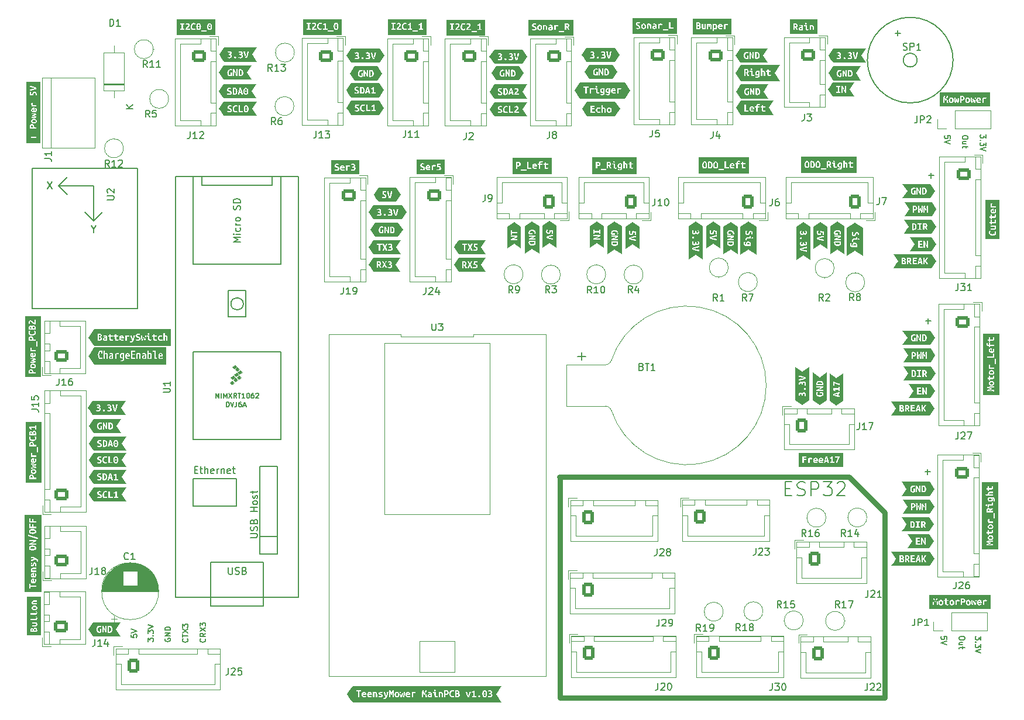
<source format=gto>
%TF.GenerationSoftware,KiCad,Pcbnew,(6.0.5)*%
%TF.CreationDate,2022-06-17T21:53:16+02:00*%
%TF.ProjectId,Teensy_MainPCB,5465656e-7379-45f4-9d61-696e5043422e,rev?*%
%TF.SameCoordinates,Original*%
%TF.FileFunction,Legend,Top*%
%TF.FilePolarity,Positive*%
%FSLAX46Y46*%
G04 Gerber Fmt 4.6, Leading zero omitted, Abs format (unit mm)*
G04 Created by KiCad (PCBNEW (6.0.5)) date 2022-06-17 21:53:16*
%MOMM*%
%LPD*%
G01*
G04 APERTURE LIST*
G04 Aperture macros list*
%AMRoundRect*
0 Rectangle with rounded corners*
0 $1 Rounding radius*
0 $2 $3 $4 $5 $6 $7 $8 $9 X,Y pos of 4 corners*
0 Add a 4 corners polygon primitive as box body*
4,1,4,$2,$3,$4,$5,$6,$7,$8,$9,$2,$3,0*
0 Add four circle primitives for the rounded corners*
1,1,$1+$1,$2,$3*
1,1,$1+$1,$4,$5*
1,1,$1+$1,$6,$7*
1,1,$1+$1,$8,$9*
0 Add four rect primitives between the rounded corners*
20,1,$1+$1,$2,$3,$4,$5,0*
20,1,$1+$1,$4,$5,$6,$7,0*
20,1,$1+$1,$6,$7,$8,$9,0*
20,1,$1+$1,$8,$9,$2,$3,0*%
G04 Aperture macros list end*
%ADD10C,0.800000*%
%ADD11C,0.150000*%
%ADD12C,0.120000*%
%ADD13C,0.100000*%
%ADD14C,2.000000*%
%ADD15RoundRect,0.250000X-0.725000X0.600000X-0.725000X-0.600000X0.725000X-0.600000X0.725000X0.600000X0*%
%ADD16O,1.950000X1.700000*%
%ADD17RoundRect,0.250000X0.600000X0.725000X-0.600000X0.725000X-0.600000X-0.725000X0.600000X-0.725000X0*%
%ADD18O,1.700000X1.950000*%
%ADD19RoundRect,0.250000X0.725000X-0.600000X0.725000X0.600000X-0.725000X0.600000X-0.725000X-0.600000X0*%
%ADD20C,1.600000*%
%ADD21O,1.600000X1.600000*%
%ADD22RoundRect,0.250000X-0.600000X-0.725000X0.600000X-0.725000X0.600000X0.725000X-0.600000X0.725000X0*%
%ADD23C,6.400000*%
%ADD24C,3.600000*%
%ADD25R,3.000000X3.000000*%
%ADD26C,3.000000*%
%ADD27O,2.268000X1.524000*%
%ADD28RoundRect,0.250000X0.750000X-0.600000X0.750000X0.600000X-0.750000X0.600000X-0.750000X-0.600000X0*%
%ADD29O,2.000000X1.700000*%
%ADD30R,1.600000X1.600000*%
%ADD31R,1.300000X1.300000*%
%ADD32C,1.300000*%
%ADD33O,2.200000X2.200000*%
%ADD34R,2.200000X2.200000*%
%ADD35R,1.700000X1.700000*%
%ADD36O,1.700000X1.700000*%
G04 APERTURE END LIST*
D10*
X162630000Y-105870000D02*
X157550000Y-100790000D01*
X115671020Y-100964260D02*
X115671020Y-132714260D01*
X157509900Y-100722960D02*
X115599900Y-100722960D01*
X162695000Y-132695000D02*
X162695000Y-106025000D01*
X115671020Y-132714260D02*
X162661020Y-132714260D01*
D11*
X176563095Y-123829047D02*
X176563095Y-124324285D01*
X176258333Y-124057619D01*
X176258333Y-124171904D01*
X176220238Y-124248095D01*
X176182142Y-124286190D01*
X176105952Y-124324285D01*
X175915476Y-124324285D01*
X175839285Y-124286190D01*
X175801190Y-124248095D01*
X175763095Y-124171904D01*
X175763095Y-123943333D01*
X175801190Y-123867142D01*
X175839285Y-123829047D01*
X175839285Y-124667142D02*
X175801190Y-124705238D01*
X175763095Y-124667142D01*
X175801190Y-124629047D01*
X175839285Y-124667142D01*
X175763095Y-124667142D01*
X176563095Y-124971904D02*
X176563095Y-125467142D01*
X176258333Y-125200476D01*
X176258333Y-125314761D01*
X176220238Y-125390952D01*
X176182142Y-125429047D01*
X176105952Y-125467142D01*
X175915476Y-125467142D01*
X175839285Y-125429047D01*
X175801190Y-125390952D01*
X175763095Y-125314761D01*
X175763095Y-125086190D01*
X175801190Y-125010000D01*
X175839285Y-124971904D01*
X176563095Y-125695714D02*
X175763095Y-125962380D01*
X176563095Y-126229047D01*
X174223095Y-124043333D02*
X174223095Y-124195714D01*
X174185000Y-124271904D01*
X174108809Y-124348095D01*
X173956428Y-124386190D01*
X173689761Y-124386190D01*
X173537380Y-124348095D01*
X173461190Y-124271904D01*
X173423095Y-124195714D01*
X173423095Y-124043333D01*
X173461190Y-123967142D01*
X173537380Y-123890952D01*
X173689761Y-123852857D01*
X173956428Y-123852857D01*
X174108809Y-123890952D01*
X174185000Y-123967142D01*
X174223095Y-124043333D01*
X173956428Y-125071904D02*
X173423095Y-125071904D01*
X173956428Y-124729047D02*
X173537380Y-124729047D01*
X173461190Y-124767142D01*
X173423095Y-124843333D01*
X173423095Y-124957619D01*
X173461190Y-125033809D01*
X173499285Y-125071904D01*
X173956428Y-125338571D02*
X173956428Y-125643333D01*
X174223095Y-125452857D02*
X173537380Y-125452857D01*
X173461190Y-125490952D01*
X173423095Y-125567142D01*
X173423095Y-125643333D01*
X171613095Y-124257619D02*
X171613095Y-123876666D01*
X171232142Y-123838571D01*
X171270238Y-123876666D01*
X171308333Y-123952857D01*
X171308333Y-124143333D01*
X171270238Y-124219523D01*
X171232142Y-124257619D01*
X171155952Y-124295714D01*
X170965476Y-124295714D01*
X170889285Y-124257619D01*
X170851190Y-124219523D01*
X170813095Y-124143333D01*
X170813095Y-123952857D01*
X170851190Y-123876666D01*
X170889285Y-123838571D01*
X171613095Y-124524285D02*
X170813095Y-124790952D01*
X171613095Y-125057619D01*
X174705075Y-51495853D02*
X174705075Y-51648234D01*
X174666980Y-51724424D01*
X174590789Y-51800615D01*
X174438408Y-51838710D01*
X174171741Y-51838710D01*
X174019360Y-51800615D01*
X173943170Y-51724424D01*
X173905075Y-51648234D01*
X173905075Y-51495853D01*
X173943170Y-51419662D01*
X174019360Y-51343472D01*
X174171741Y-51305377D01*
X174438408Y-51305377D01*
X174590789Y-51343472D01*
X174666980Y-51419662D01*
X174705075Y-51495853D01*
X174438408Y-52524424D02*
X173905075Y-52524424D01*
X174438408Y-52181567D02*
X174019360Y-52181567D01*
X173943170Y-52219662D01*
X173905075Y-52295853D01*
X173905075Y-52410139D01*
X173943170Y-52486329D01*
X173981265Y-52524424D01*
X174438408Y-52791091D02*
X174438408Y-53095853D01*
X174705075Y-52905377D02*
X174019360Y-52905377D01*
X173943170Y-52943472D01*
X173905075Y-53019662D01*
X173905075Y-53095853D01*
X177278095Y-51139047D02*
X177278095Y-51634285D01*
X176973333Y-51367619D01*
X176973333Y-51481904D01*
X176935238Y-51558095D01*
X176897142Y-51596190D01*
X176820952Y-51634285D01*
X176630476Y-51634285D01*
X176554285Y-51596190D01*
X176516190Y-51558095D01*
X176478095Y-51481904D01*
X176478095Y-51253333D01*
X176516190Y-51177142D01*
X176554285Y-51139047D01*
X176554285Y-51977142D02*
X176516190Y-52015238D01*
X176478095Y-51977142D01*
X176516190Y-51939047D01*
X176554285Y-51977142D01*
X176478095Y-51977142D01*
X177278095Y-52281904D02*
X177278095Y-52777142D01*
X176973333Y-52510476D01*
X176973333Y-52624761D01*
X176935238Y-52700952D01*
X176897142Y-52739047D01*
X176820952Y-52777142D01*
X176630476Y-52777142D01*
X176554285Y-52739047D01*
X176516190Y-52700952D01*
X176478095Y-52624761D01*
X176478095Y-52396190D01*
X176516190Y-52320000D01*
X176554285Y-52281904D01*
X177278095Y-53005714D02*
X176478095Y-53272380D01*
X177278095Y-53539047D01*
X172129515Y-51697719D02*
X172129515Y-51316766D01*
X171748562Y-51278671D01*
X171786658Y-51316766D01*
X171824753Y-51392957D01*
X171824753Y-51583433D01*
X171786658Y-51659623D01*
X171748562Y-51697719D01*
X171672372Y-51735814D01*
X171481896Y-51735814D01*
X171405705Y-51697719D01*
X171367610Y-51659623D01*
X171329515Y-51583433D01*
X171329515Y-51392957D01*
X171367610Y-51316766D01*
X171405705Y-51278671D01*
X172129515Y-51964385D02*
X171329515Y-52231052D01*
X172129515Y-52497719D01*
X168999047Y-57056428D02*
X169760952Y-57056428D01*
X169380000Y-57437380D02*
X169380000Y-56675476D01*
X56021904Y-124580952D02*
X56021904Y-124085714D01*
X56326666Y-124352380D01*
X56326666Y-124238095D01*
X56364761Y-124161904D01*
X56402857Y-124123809D01*
X56479047Y-124085714D01*
X56669523Y-124085714D01*
X56745714Y-124123809D01*
X56783809Y-124161904D01*
X56821904Y-124238095D01*
X56821904Y-124466666D01*
X56783809Y-124542857D01*
X56745714Y-124580952D01*
X56745714Y-123742857D02*
X56783809Y-123704761D01*
X56821904Y-123742857D01*
X56783809Y-123780952D01*
X56745714Y-123742857D01*
X56821904Y-123742857D01*
X56021904Y-123438095D02*
X56021904Y-122942857D01*
X56326666Y-123209523D01*
X56326666Y-123095238D01*
X56364761Y-123019047D01*
X56402857Y-122980952D01*
X56479047Y-122942857D01*
X56669523Y-122942857D01*
X56745714Y-122980952D01*
X56783809Y-123019047D01*
X56821904Y-123095238D01*
X56821904Y-123323809D01*
X56783809Y-123400000D01*
X56745714Y-123438095D01*
X56021904Y-122714285D02*
X56821904Y-122447619D01*
X56021904Y-122180952D01*
X58527140Y-124156223D02*
X58489044Y-124232414D01*
X58489044Y-124346700D01*
X58527140Y-124460985D01*
X58603330Y-124537176D01*
X58679520Y-124575271D01*
X58831901Y-124613366D01*
X58946187Y-124613366D01*
X59098568Y-124575271D01*
X59174759Y-124537176D01*
X59250949Y-124460985D01*
X59289044Y-124346700D01*
X59289044Y-124270509D01*
X59250949Y-124156223D01*
X59212854Y-124118128D01*
X58946187Y-124118128D01*
X58946187Y-124270509D01*
X59289044Y-123775271D02*
X58489044Y-123775271D01*
X59289044Y-123318128D01*
X58489044Y-123318128D01*
X59289044Y-122937176D02*
X58489044Y-122937176D01*
X58489044Y-122746700D01*
X58527140Y-122632414D01*
X58603330Y-122556223D01*
X58679520Y-122518128D01*
X58831901Y-122480033D01*
X58946187Y-122480033D01*
X59098568Y-122518128D01*
X59174759Y-122556223D01*
X59250949Y-122632414D01*
X59289044Y-122746700D01*
X59289044Y-122937176D01*
X61752854Y-124187947D02*
X61790949Y-124226042D01*
X61829044Y-124340328D01*
X61829044Y-124416519D01*
X61790949Y-124530804D01*
X61714759Y-124606995D01*
X61638568Y-124645090D01*
X61486187Y-124683185D01*
X61371901Y-124683185D01*
X61219520Y-124645090D01*
X61143330Y-124606995D01*
X61067140Y-124530804D01*
X61029044Y-124416519D01*
X61029044Y-124340328D01*
X61067140Y-124226042D01*
X61105235Y-124187947D01*
X61029044Y-123959376D02*
X61029044Y-123502233D01*
X61829044Y-123730804D02*
X61029044Y-123730804D01*
X61029044Y-123311757D02*
X61829044Y-122778423D01*
X61029044Y-122778423D02*
X61829044Y-123311757D01*
X61029044Y-122549852D02*
X61029044Y-122054614D01*
X61333806Y-122321280D01*
X61333806Y-122206995D01*
X61371901Y-122130804D01*
X61409997Y-122092709D01*
X61486187Y-122054614D01*
X61676663Y-122054614D01*
X61752854Y-122092709D01*
X61790949Y-122130804D01*
X61829044Y-122206995D01*
X61829044Y-122435566D01*
X61790949Y-122511757D01*
X61752854Y-122549852D01*
X64315714Y-124194285D02*
X64353809Y-124232380D01*
X64391904Y-124346666D01*
X64391904Y-124422857D01*
X64353809Y-124537142D01*
X64277619Y-124613333D01*
X64201428Y-124651428D01*
X64049047Y-124689523D01*
X63934761Y-124689523D01*
X63782380Y-124651428D01*
X63706190Y-124613333D01*
X63630000Y-124537142D01*
X63591904Y-124422857D01*
X63591904Y-124346666D01*
X63630000Y-124232380D01*
X63668095Y-124194285D01*
X64391904Y-123394285D02*
X64010952Y-123660952D01*
X64391904Y-123851428D02*
X63591904Y-123851428D01*
X63591904Y-123546666D01*
X63630000Y-123470476D01*
X63668095Y-123432380D01*
X63744285Y-123394285D01*
X63858571Y-123394285D01*
X63934761Y-123432380D01*
X63972857Y-123470476D01*
X64010952Y-123546666D01*
X64010952Y-123851428D01*
X63591904Y-123127619D02*
X64391904Y-122594285D01*
X63591904Y-122594285D02*
X64391904Y-123127619D01*
X63591904Y-122365714D02*
X63591904Y-121870476D01*
X63896666Y-122137142D01*
X63896666Y-122022857D01*
X63934761Y-121946666D01*
X63972857Y-121908571D01*
X64049047Y-121870476D01*
X64239523Y-121870476D01*
X64315714Y-121908571D01*
X64353809Y-121946666D01*
X64391904Y-122022857D01*
X64391904Y-122251428D01*
X64353809Y-122327619D01*
X64315714Y-122365714D01*
X168474047Y-99996428D02*
X169235952Y-99996428D01*
X168855000Y-100377380D02*
X168855000Y-99615476D01*
X168554047Y-78176428D02*
X169315952Y-78176428D01*
X168935000Y-78557380D02*
X168935000Y-77795476D01*
X148269285Y-102407142D02*
X148935952Y-102407142D01*
X149221666Y-103454761D02*
X148269285Y-103454761D01*
X148269285Y-101454761D01*
X149221666Y-101454761D01*
X149983571Y-103359523D02*
X150269285Y-103454761D01*
X150745476Y-103454761D01*
X150935952Y-103359523D01*
X151031190Y-103264285D01*
X151126428Y-103073809D01*
X151126428Y-102883333D01*
X151031190Y-102692857D01*
X150935952Y-102597619D01*
X150745476Y-102502380D01*
X150364523Y-102407142D01*
X150174047Y-102311904D01*
X150078809Y-102216666D01*
X149983571Y-102026190D01*
X149983571Y-101835714D01*
X150078809Y-101645238D01*
X150174047Y-101550000D01*
X150364523Y-101454761D01*
X150840714Y-101454761D01*
X151126428Y-101550000D01*
X151983571Y-103454761D02*
X151983571Y-101454761D01*
X152745476Y-101454761D01*
X152935952Y-101550000D01*
X153031190Y-101645238D01*
X153126428Y-101835714D01*
X153126428Y-102121428D01*
X153031190Y-102311904D01*
X152935952Y-102407142D01*
X152745476Y-102502380D01*
X151983571Y-102502380D01*
X153793095Y-101454761D02*
X155031190Y-101454761D01*
X154364523Y-102216666D01*
X154650238Y-102216666D01*
X154840714Y-102311904D01*
X154935952Y-102407142D01*
X155031190Y-102597619D01*
X155031190Y-103073809D01*
X154935952Y-103264285D01*
X154840714Y-103359523D01*
X154650238Y-103454761D01*
X154078809Y-103454761D01*
X153888333Y-103359523D01*
X153793095Y-103264285D01*
X155793095Y-101645238D02*
X155888333Y-101550000D01*
X156078809Y-101454761D01*
X156555000Y-101454761D01*
X156745476Y-101550000D01*
X156840714Y-101645238D01*
X156935952Y-101835714D01*
X156935952Y-102026190D01*
X156840714Y-102311904D01*
X155697857Y-103454761D01*
X156935952Y-103454761D01*
X53621904Y-123592380D02*
X53621904Y-123973333D01*
X54002857Y-124011428D01*
X53964761Y-123973333D01*
X53926666Y-123897142D01*
X53926666Y-123706666D01*
X53964761Y-123630476D01*
X54002857Y-123592380D01*
X54079047Y-123554285D01*
X54269523Y-123554285D01*
X54345714Y-123592380D01*
X54383809Y-123630476D01*
X54421904Y-123706666D01*
X54421904Y-123897142D01*
X54383809Y-123973333D01*
X54345714Y-124011428D01*
X53621904Y-123325714D02*
X54421904Y-123059047D01*
X53621904Y-122792380D01*
X102108006Y-50850180D02*
X102108006Y-51564466D01*
X102060387Y-51707323D01*
X101965149Y-51802561D01*
X101822292Y-51850180D01*
X101727054Y-51850180D01*
X102536578Y-50945419D02*
X102584197Y-50897800D01*
X102679435Y-50850180D01*
X102917530Y-50850180D01*
X103012768Y-50897800D01*
X103060387Y-50945419D01*
X103108006Y-51040657D01*
X103108006Y-51135895D01*
X103060387Y-51278752D01*
X102488959Y-51850180D01*
X103108006Y-51850180D01*
X137813966Y-50679540D02*
X137813966Y-51393826D01*
X137766347Y-51536683D01*
X137671109Y-51631921D01*
X137528252Y-51679540D01*
X137433014Y-51679540D01*
X138718728Y-51012874D02*
X138718728Y-51679540D01*
X138480633Y-50631921D02*
X138242538Y-51346207D01*
X138861585Y-51346207D01*
X129041666Y-50497380D02*
X129041666Y-51211666D01*
X128994047Y-51354523D01*
X128898809Y-51449761D01*
X128755952Y-51497380D01*
X128660714Y-51497380D01*
X129994047Y-50497380D02*
X129517857Y-50497380D01*
X129470238Y-50973571D01*
X129517857Y-50925952D01*
X129613095Y-50878333D01*
X129851190Y-50878333D01*
X129946428Y-50925952D01*
X129994047Y-50973571D01*
X130041666Y-51068809D01*
X130041666Y-51306904D01*
X129994047Y-51402142D01*
X129946428Y-51449761D01*
X129851190Y-51497380D01*
X129613095Y-51497380D01*
X129517857Y-51449761D01*
X129470238Y-51402142D01*
X104836626Y-59832380D02*
X104836626Y-60546666D01*
X104789007Y-60689523D01*
X104693769Y-60784761D01*
X104550912Y-60832380D01*
X104455674Y-60832380D01*
X105360436Y-60832380D02*
X105550912Y-60832380D01*
X105646150Y-60784761D01*
X105693769Y-60737142D01*
X105789007Y-60594285D01*
X105836626Y-60403809D01*
X105836626Y-60022857D01*
X105789007Y-59927619D01*
X105741388Y-59880000D01*
X105646150Y-59832380D01*
X105455674Y-59832380D01*
X105360436Y-59880000D01*
X105312817Y-59927619D01*
X105265198Y-60022857D01*
X105265198Y-60260952D01*
X105312817Y-60356190D01*
X105360436Y-60403809D01*
X105455674Y-60451428D01*
X105646150Y-60451428D01*
X105741388Y-60403809D01*
X105789007Y-60356190D01*
X105836626Y-60260952D01*
X129420476Y-60452380D02*
X129420476Y-61166666D01*
X129372857Y-61309523D01*
X129277619Y-61404761D01*
X129134761Y-61452380D01*
X129039523Y-61452380D01*
X130420476Y-61452380D02*
X129849047Y-61452380D01*
X130134761Y-61452380D02*
X130134761Y-60452380D01*
X130039523Y-60595238D01*
X129944285Y-60690476D01*
X129849047Y-60738095D01*
X131039523Y-60452380D02*
X131134761Y-60452380D01*
X131230000Y-60500000D01*
X131277619Y-60547619D01*
X131325238Y-60642857D01*
X131372857Y-60833333D01*
X131372857Y-61071428D01*
X131325238Y-61261904D01*
X131277619Y-61357142D01*
X131230000Y-61404761D01*
X131134761Y-61452380D01*
X131039523Y-61452380D01*
X130944285Y-61404761D01*
X130896666Y-61357142D01*
X130849047Y-61261904D01*
X130801428Y-61071428D01*
X130801428Y-60833333D01*
X130849047Y-60642857D01*
X130896666Y-60547619D01*
X130944285Y-60500000D01*
X131039523Y-60452380D01*
X62135916Y-50732960D02*
X62135916Y-51447246D01*
X62088297Y-51590103D01*
X61993059Y-51685341D01*
X61850201Y-51732960D01*
X61754963Y-51732960D01*
X63135916Y-51732960D02*
X62564487Y-51732960D01*
X62850201Y-51732960D02*
X62850201Y-50732960D01*
X62754963Y-50875818D01*
X62659725Y-50971056D01*
X62564487Y-51018675D01*
X63516868Y-50828199D02*
X63564487Y-50780580D01*
X63659725Y-50732960D01*
X63897820Y-50732960D01*
X63993059Y-50780580D01*
X64040678Y-50828199D01*
X64088297Y-50923437D01*
X64088297Y-51018675D01*
X64040678Y-51161532D01*
X63469249Y-51732960D01*
X64088297Y-51732960D01*
X80365476Y-50642380D02*
X80365476Y-51356666D01*
X80317857Y-51499523D01*
X80222619Y-51594761D01*
X80079761Y-51642380D01*
X79984523Y-51642380D01*
X81365476Y-51642380D02*
X80794047Y-51642380D01*
X81079761Y-51642380D02*
X81079761Y-50642380D01*
X80984523Y-50785238D01*
X80889285Y-50880476D01*
X80794047Y-50928095D01*
X81698809Y-50642380D02*
X82317857Y-50642380D01*
X81984523Y-51023333D01*
X82127380Y-51023333D01*
X82222619Y-51070952D01*
X82270238Y-51118571D01*
X82317857Y-51213809D01*
X82317857Y-51451904D01*
X82270238Y-51547142D01*
X82222619Y-51594761D01*
X82127380Y-51642380D01*
X81841666Y-51642380D01*
X81746428Y-51594761D01*
X81698809Y-51547142D01*
X39192380Y-90959523D02*
X39906666Y-90959523D01*
X40049523Y-91007142D01*
X40144761Y-91102380D01*
X40192380Y-91245238D01*
X40192380Y-91340476D01*
X40192380Y-89959523D02*
X40192380Y-90530952D01*
X40192380Y-90245238D02*
X39192380Y-90245238D01*
X39335238Y-90340476D01*
X39430476Y-90435714D01*
X39478095Y-90530952D01*
X39192380Y-89054761D02*
X39192380Y-89530952D01*
X39668571Y-89578571D01*
X39620952Y-89530952D01*
X39573333Y-89435714D01*
X39573333Y-89197619D01*
X39620952Y-89102380D01*
X39668571Y-89054761D01*
X39763809Y-89007142D01*
X40001904Y-89007142D01*
X40097142Y-89054761D01*
X40144761Y-89102380D01*
X40192380Y-89197619D01*
X40192380Y-89435714D01*
X40144761Y-89530952D01*
X40097142Y-89578571D01*
X142643333Y-75232380D02*
X142310000Y-74756190D01*
X142071904Y-75232380D02*
X142071904Y-74232380D01*
X142452857Y-74232380D01*
X142548095Y-74280000D01*
X142595714Y-74327619D01*
X142643333Y-74422857D01*
X142643333Y-74565714D01*
X142595714Y-74660952D01*
X142548095Y-74708571D01*
X142452857Y-74756190D01*
X142071904Y-74756190D01*
X142976666Y-74232380D02*
X143643333Y-74232380D01*
X143214761Y-75232380D01*
X158183333Y-75192380D02*
X157850000Y-74716190D01*
X157611904Y-75192380D02*
X157611904Y-74192380D01*
X157992857Y-74192380D01*
X158088095Y-74240000D01*
X158135714Y-74287619D01*
X158183333Y-74382857D01*
X158183333Y-74525714D01*
X158135714Y-74620952D01*
X158088095Y-74668571D01*
X157992857Y-74716190D01*
X157611904Y-74716190D01*
X158754761Y-74620952D02*
X158659523Y-74573333D01*
X158611904Y-74525714D01*
X158564285Y-74430476D01*
X158564285Y-74382857D01*
X158611904Y-74287619D01*
X158659523Y-74240000D01*
X158754761Y-74192380D01*
X158945238Y-74192380D01*
X159040476Y-74240000D01*
X159088095Y-74287619D01*
X159135714Y-74382857D01*
X159135714Y-74430476D01*
X159088095Y-74525714D01*
X159040476Y-74573333D01*
X158945238Y-74620952D01*
X158754761Y-74620952D01*
X158659523Y-74668571D01*
X158611904Y-74716190D01*
X158564285Y-74811428D01*
X158564285Y-75001904D01*
X158611904Y-75097142D01*
X158659523Y-75144761D01*
X158754761Y-75192380D01*
X158945238Y-75192380D01*
X159040476Y-75144761D01*
X159088095Y-75097142D01*
X159135714Y-75001904D01*
X159135714Y-74811428D01*
X159088095Y-74716190D01*
X159040476Y-74668571D01*
X158945238Y-74620952D01*
X108833333Y-74092380D02*
X108500000Y-73616190D01*
X108261904Y-74092380D02*
X108261904Y-73092380D01*
X108642857Y-73092380D01*
X108738095Y-73140000D01*
X108785714Y-73187619D01*
X108833333Y-73282857D01*
X108833333Y-73425714D01*
X108785714Y-73520952D01*
X108738095Y-73568571D01*
X108642857Y-73616190D01*
X108261904Y-73616190D01*
X109309523Y-74092380D02*
X109500000Y-74092380D01*
X109595238Y-74044761D01*
X109642857Y-73997142D01*
X109738095Y-73854285D01*
X109785714Y-73663809D01*
X109785714Y-73282857D01*
X109738095Y-73187619D01*
X109690476Y-73140000D01*
X109595238Y-73092380D01*
X109404761Y-73092380D01*
X109309523Y-73140000D01*
X109261904Y-73187619D01*
X109214285Y-73282857D01*
X109214285Y-73520952D01*
X109261904Y-73616190D01*
X109309523Y-73663809D01*
X109404761Y-73711428D01*
X109595238Y-73711428D01*
X109690476Y-73663809D01*
X109738095Y-73616190D01*
X109785714Y-73520952D01*
X120237142Y-74112380D02*
X119903809Y-73636190D01*
X119665714Y-74112380D02*
X119665714Y-73112380D01*
X120046666Y-73112380D01*
X120141904Y-73160000D01*
X120189523Y-73207619D01*
X120237142Y-73302857D01*
X120237142Y-73445714D01*
X120189523Y-73540952D01*
X120141904Y-73588571D01*
X120046666Y-73636190D01*
X119665714Y-73636190D01*
X121189523Y-74112380D02*
X120618095Y-74112380D01*
X120903809Y-74112380D02*
X120903809Y-73112380D01*
X120808571Y-73255238D01*
X120713333Y-73350476D01*
X120618095Y-73398095D01*
X121808571Y-73112380D02*
X121903809Y-73112380D01*
X121999047Y-73160000D01*
X122046666Y-73207619D01*
X122094285Y-73302857D01*
X122141904Y-73493333D01*
X122141904Y-73731428D01*
X122094285Y-73921904D01*
X122046666Y-74017142D01*
X121999047Y-74064761D01*
X121903809Y-74112380D01*
X121808571Y-74112380D01*
X121713333Y-74064761D01*
X121665714Y-74017142D01*
X121618095Y-73921904D01*
X121570476Y-73731428D01*
X121570476Y-73493333D01*
X121618095Y-73302857D01*
X121665714Y-73207619D01*
X121713333Y-73160000D01*
X121808571Y-73112380D01*
X165332095Y-38859761D02*
X165474952Y-38907380D01*
X165713047Y-38907380D01*
X165808285Y-38859761D01*
X165855904Y-38812142D01*
X165903523Y-38716904D01*
X165903523Y-38621666D01*
X165855904Y-38526428D01*
X165808285Y-38478809D01*
X165713047Y-38431190D01*
X165522571Y-38383571D01*
X165427333Y-38335952D01*
X165379714Y-38288333D01*
X165332095Y-38193095D01*
X165332095Y-38097857D01*
X165379714Y-38002619D01*
X165427333Y-37955000D01*
X165522571Y-37907380D01*
X165760666Y-37907380D01*
X165903523Y-37955000D01*
X166332095Y-38907380D02*
X166332095Y-37907380D01*
X166713047Y-37907380D01*
X166808285Y-37955000D01*
X166855904Y-38002619D01*
X166903523Y-38097857D01*
X166903523Y-38240714D01*
X166855904Y-38335952D01*
X166808285Y-38383571D01*
X166713047Y-38431190D01*
X166332095Y-38431190D01*
X167855904Y-38907380D02*
X167284476Y-38907380D01*
X167570190Y-38907380D02*
X167570190Y-37907380D01*
X167474952Y-38050238D01*
X167379714Y-38145476D01*
X167284476Y-38193095D01*
X164531428Y-36850952D02*
X164531428Y-36089047D01*
X164912380Y-36470000D02*
X164150476Y-36470000D01*
X67680476Y-128427380D02*
X67680476Y-129141666D01*
X67632857Y-129284523D01*
X67537619Y-129379761D01*
X67394761Y-129427380D01*
X67299523Y-129427380D01*
X68109047Y-128522619D02*
X68156666Y-128475000D01*
X68251904Y-128427380D01*
X68490000Y-128427380D01*
X68585238Y-128475000D01*
X68632857Y-128522619D01*
X68680476Y-128617857D01*
X68680476Y-128713095D01*
X68632857Y-128855952D01*
X68061428Y-129427380D01*
X68680476Y-129427380D01*
X69585238Y-128427380D02*
X69109047Y-128427380D01*
X69061428Y-128903571D01*
X69109047Y-128855952D01*
X69204285Y-128808333D01*
X69442380Y-128808333D01*
X69537619Y-128855952D01*
X69585238Y-128903571D01*
X69632857Y-128998809D01*
X69632857Y-129236904D01*
X69585238Y-129332142D01*
X69537619Y-129379761D01*
X69442380Y-129427380D01*
X69204285Y-129427380D01*
X69109047Y-129379761D01*
X69061428Y-129332142D01*
X146385476Y-130662380D02*
X146385476Y-131376666D01*
X146337857Y-131519523D01*
X146242619Y-131614761D01*
X146099761Y-131662380D01*
X146004523Y-131662380D01*
X146766428Y-130662380D02*
X147385476Y-130662380D01*
X147052142Y-131043333D01*
X147195000Y-131043333D01*
X147290238Y-131090952D01*
X147337857Y-131138571D01*
X147385476Y-131233809D01*
X147385476Y-131471904D01*
X147337857Y-131567142D01*
X147290238Y-131614761D01*
X147195000Y-131662380D01*
X146909285Y-131662380D01*
X146814047Y-131614761D01*
X146766428Y-131567142D01*
X148004523Y-130662380D02*
X148099761Y-130662380D01*
X148195000Y-130710000D01*
X148242619Y-130757619D01*
X148290238Y-130852857D01*
X148337857Y-131043333D01*
X148337857Y-131281428D01*
X148290238Y-131471904D01*
X148242619Y-131567142D01*
X148195000Y-131614761D01*
X148099761Y-131662380D01*
X148004523Y-131662380D01*
X147909285Y-131614761D01*
X147861666Y-131567142D01*
X147814047Y-131471904D01*
X147766428Y-131281428D01*
X147766428Y-131043333D01*
X147814047Y-130852857D01*
X147861666Y-130757619D01*
X147909285Y-130710000D01*
X148004523Y-130662380D01*
X153743333Y-75232380D02*
X153410000Y-74756190D01*
X153171904Y-75232380D02*
X153171904Y-74232380D01*
X153552857Y-74232380D01*
X153648095Y-74280000D01*
X153695714Y-74327619D01*
X153743333Y-74422857D01*
X153743333Y-74565714D01*
X153695714Y-74660952D01*
X153648095Y-74708571D01*
X153552857Y-74756190D01*
X153171904Y-74756190D01*
X154124285Y-74327619D02*
X154171904Y-74280000D01*
X154267142Y-74232380D01*
X154505238Y-74232380D01*
X154600476Y-74280000D01*
X154648095Y-74327619D01*
X154695714Y-74422857D01*
X154695714Y-74518095D01*
X154648095Y-74660952D01*
X154076666Y-75232380D01*
X154695714Y-75232380D01*
X126123333Y-74072380D02*
X125790000Y-73596190D01*
X125551904Y-74072380D02*
X125551904Y-73072380D01*
X125932857Y-73072380D01*
X126028095Y-73120000D01*
X126075714Y-73167619D01*
X126123333Y-73262857D01*
X126123333Y-73405714D01*
X126075714Y-73500952D01*
X126028095Y-73548571D01*
X125932857Y-73596190D01*
X125551904Y-73596190D01*
X126980476Y-73405714D02*
X126980476Y-74072380D01*
X126742380Y-73024761D02*
X126504285Y-73739047D01*
X127123333Y-73739047D01*
X173270476Y-72742380D02*
X173270476Y-73456666D01*
X173222857Y-73599523D01*
X173127619Y-73694761D01*
X172984761Y-73742380D01*
X172889523Y-73742380D01*
X173651428Y-72742380D02*
X174270476Y-72742380D01*
X173937142Y-73123333D01*
X174080000Y-73123333D01*
X174175238Y-73170952D01*
X174222857Y-73218571D01*
X174270476Y-73313809D01*
X174270476Y-73551904D01*
X174222857Y-73647142D01*
X174175238Y-73694761D01*
X174080000Y-73742380D01*
X173794285Y-73742380D01*
X173699047Y-73694761D01*
X173651428Y-73647142D01*
X175222857Y-73742380D02*
X174651428Y-73742380D01*
X174937142Y-73742380D02*
X174937142Y-72742380D01*
X174841904Y-72885238D01*
X174746666Y-72980476D01*
X174651428Y-73028095D01*
X97138095Y-78532380D02*
X97138095Y-79341904D01*
X97185714Y-79437142D01*
X97233333Y-79484761D01*
X97328571Y-79532380D01*
X97519047Y-79532380D01*
X97614285Y-79484761D01*
X97661904Y-79437142D01*
X97709523Y-79341904D01*
X97709523Y-78532380D01*
X98090476Y-78532380D02*
X98709523Y-78532380D01*
X98376190Y-78913333D01*
X98519047Y-78913333D01*
X98614285Y-78960952D01*
X98661904Y-79008571D01*
X98709523Y-79103809D01*
X98709523Y-79341904D01*
X98661904Y-79437142D01*
X98614285Y-79484761D01*
X98519047Y-79532380D01*
X98233333Y-79532380D01*
X98138095Y-79484761D01*
X98090476Y-79437142D01*
X41072380Y-54603333D02*
X41786666Y-54603333D01*
X41929523Y-54650952D01*
X42024761Y-54746190D01*
X42072380Y-54889047D01*
X42072380Y-54984285D01*
X42072380Y-53603333D02*
X42072380Y-54174761D01*
X42072380Y-53889047D02*
X41072380Y-53889047D01*
X41215238Y-53984285D01*
X41310476Y-54079523D01*
X41358095Y-54174761D01*
X146376666Y-60472380D02*
X146376666Y-61186666D01*
X146329047Y-61329523D01*
X146233809Y-61424761D01*
X146090952Y-61472380D01*
X145995714Y-61472380D01*
X147281428Y-60472380D02*
X147090952Y-60472380D01*
X146995714Y-60520000D01*
X146948095Y-60567619D01*
X146852857Y-60710476D01*
X146805238Y-60900952D01*
X146805238Y-61281904D01*
X146852857Y-61377142D01*
X146900476Y-61424761D01*
X146995714Y-61472380D01*
X147186190Y-61472380D01*
X147281428Y-61424761D01*
X147329047Y-61377142D01*
X147376666Y-61281904D01*
X147376666Y-61043809D01*
X147329047Y-60948571D01*
X147281428Y-60900952D01*
X147186190Y-60853333D01*
X146995714Y-60853333D01*
X146900476Y-60900952D01*
X146852857Y-60948571D01*
X146805238Y-61043809D01*
X161886666Y-60312380D02*
X161886666Y-61026666D01*
X161839047Y-61169523D01*
X161743809Y-61264761D01*
X161600952Y-61312380D01*
X161505714Y-61312380D01*
X162267619Y-60312380D02*
X162934285Y-60312380D01*
X162505714Y-61312380D01*
X114151666Y-50712380D02*
X114151666Y-51426666D01*
X114104047Y-51569523D01*
X114008809Y-51664761D01*
X113865952Y-51712380D01*
X113770714Y-51712380D01*
X114770714Y-51140952D02*
X114675476Y-51093333D01*
X114627857Y-51045714D01*
X114580238Y-50950476D01*
X114580238Y-50902857D01*
X114627857Y-50807619D01*
X114675476Y-50760000D01*
X114770714Y-50712380D01*
X114961190Y-50712380D01*
X115056428Y-50760000D01*
X115104047Y-50807619D01*
X115151666Y-50902857D01*
X115151666Y-50950476D01*
X115104047Y-51045714D01*
X115056428Y-51093333D01*
X114961190Y-51140952D01*
X114770714Y-51140952D01*
X114675476Y-51188571D01*
X114627857Y-51236190D01*
X114580238Y-51331428D01*
X114580238Y-51521904D01*
X114627857Y-51617142D01*
X114675476Y-51664761D01*
X114770714Y-51712380D01*
X114961190Y-51712380D01*
X115056428Y-51664761D01*
X115104047Y-51617142D01*
X115151666Y-51521904D01*
X115151666Y-51331428D01*
X115104047Y-51236190D01*
X115056428Y-51188571D01*
X114961190Y-51140952D01*
X56313333Y-48622380D02*
X55980000Y-48146190D01*
X55741904Y-48622380D02*
X55741904Y-47622380D01*
X56122857Y-47622380D01*
X56218095Y-47670000D01*
X56265714Y-47717619D01*
X56313333Y-47812857D01*
X56313333Y-47955714D01*
X56265714Y-48050952D01*
X56218095Y-48098571D01*
X56122857Y-48146190D01*
X55741904Y-48146190D01*
X57218095Y-47622380D02*
X56741904Y-47622380D01*
X56694285Y-48098571D01*
X56741904Y-48050952D01*
X56837142Y-48003333D01*
X57075238Y-48003333D01*
X57170476Y-48050952D01*
X57218095Y-48098571D01*
X57265714Y-48193809D01*
X57265714Y-48431904D01*
X57218095Y-48527142D01*
X57170476Y-48574761D01*
X57075238Y-48622380D01*
X56837142Y-48622380D01*
X56741904Y-48574761D01*
X56694285Y-48527142D01*
X74513333Y-49702380D02*
X74180000Y-49226190D01*
X73941904Y-49702380D02*
X73941904Y-48702380D01*
X74322857Y-48702380D01*
X74418095Y-48750000D01*
X74465714Y-48797619D01*
X74513333Y-48892857D01*
X74513333Y-49035714D01*
X74465714Y-49130952D01*
X74418095Y-49178571D01*
X74322857Y-49226190D01*
X73941904Y-49226190D01*
X75370476Y-48702380D02*
X75180000Y-48702380D01*
X75084761Y-48750000D01*
X75037142Y-48797619D01*
X74941904Y-48940476D01*
X74894285Y-49130952D01*
X74894285Y-49511904D01*
X74941904Y-49607142D01*
X74989523Y-49654761D01*
X75084761Y-49702380D01*
X75275238Y-49702380D01*
X75370476Y-49654761D01*
X75418095Y-49607142D01*
X75465714Y-49511904D01*
X75465714Y-49273809D01*
X75418095Y-49178571D01*
X75370476Y-49130952D01*
X75275238Y-49083333D01*
X75084761Y-49083333D01*
X74989523Y-49130952D01*
X74941904Y-49178571D01*
X74894285Y-49273809D01*
X50447142Y-55847380D02*
X50113809Y-55371190D01*
X49875714Y-55847380D02*
X49875714Y-54847380D01*
X50256666Y-54847380D01*
X50351904Y-54895000D01*
X50399523Y-54942619D01*
X50447142Y-55037857D01*
X50447142Y-55180714D01*
X50399523Y-55275952D01*
X50351904Y-55323571D01*
X50256666Y-55371190D01*
X49875714Y-55371190D01*
X51399523Y-55847380D02*
X50828095Y-55847380D01*
X51113809Y-55847380D02*
X51113809Y-54847380D01*
X51018571Y-54990238D01*
X50923333Y-55085476D01*
X50828095Y-55133095D01*
X51780476Y-54942619D02*
X51828095Y-54895000D01*
X51923333Y-54847380D01*
X52161428Y-54847380D01*
X52256666Y-54895000D01*
X52304285Y-54942619D01*
X52351904Y-55037857D01*
X52351904Y-55133095D01*
X52304285Y-55275952D01*
X51732857Y-55847380D01*
X52351904Y-55847380D01*
X74022142Y-41952380D02*
X73688809Y-41476190D01*
X73450714Y-41952380D02*
X73450714Y-40952380D01*
X73831666Y-40952380D01*
X73926904Y-41000000D01*
X73974523Y-41047619D01*
X74022142Y-41142857D01*
X74022142Y-41285714D01*
X73974523Y-41380952D01*
X73926904Y-41428571D01*
X73831666Y-41476190D01*
X73450714Y-41476190D01*
X74974523Y-41952380D02*
X74403095Y-41952380D01*
X74688809Y-41952380D02*
X74688809Y-40952380D01*
X74593571Y-41095238D01*
X74498333Y-41190476D01*
X74403095Y-41238095D01*
X75307857Y-40952380D02*
X75926904Y-40952380D01*
X75593571Y-41333333D01*
X75736428Y-41333333D01*
X75831666Y-41380952D01*
X75879285Y-41428571D01*
X75926904Y-41523809D01*
X75926904Y-41761904D01*
X75879285Y-41857142D01*
X75831666Y-41904761D01*
X75736428Y-41952380D01*
X75450714Y-41952380D01*
X75355476Y-41904761D01*
X75307857Y-41857142D01*
X138453333Y-75252380D02*
X138120000Y-74776190D01*
X137881904Y-75252380D02*
X137881904Y-74252380D01*
X138262857Y-74252380D01*
X138358095Y-74300000D01*
X138405714Y-74347619D01*
X138453333Y-74442857D01*
X138453333Y-74585714D01*
X138405714Y-74680952D01*
X138358095Y-74728571D01*
X138262857Y-74776190D01*
X137881904Y-74776190D01*
X139405714Y-75252380D02*
X138834285Y-75252380D01*
X139120000Y-75252380D02*
X139120000Y-74252380D01*
X139024761Y-74395238D01*
X138929523Y-74490476D01*
X138834285Y-74538095D01*
X114163333Y-74062380D02*
X113830000Y-73586190D01*
X113591904Y-74062380D02*
X113591904Y-73062380D01*
X113972857Y-73062380D01*
X114068095Y-73110000D01*
X114115714Y-73157619D01*
X114163333Y-73252857D01*
X114163333Y-73395714D01*
X114115714Y-73490952D01*
X114068095Y-73538571D01*
X113972857Y-73586190D01*
X113591904Y-73586190D01*
X114496666Y-73062380D02*
X115115714Y-73062380D01*
X114782380Y-73443333D01*
X114925238Y-73443333D01*
X115020476Y-73490952D01*
X115068095Y-73538571D01*
X115115714Y-73633809D01*
X115115714Y-73871904D01*
X115068095Y-73967142D01*
X115020476Y-74014761D01*
X114925238Y-74062380D01*
X114639523Y-74062380D01*
X114544285Y-74014761D01*
X114496666Y-73967142D01*
X50148280Y-60584004D02*
X50957804Y-60584004D01*
X51053042Y-60536385D01*
X51100661Y-60488766D01*
X51148280Y-60393528D01*
X51148280Y-60203052D01*
X51100661Y-60107814D01*
X51053042Y-60060195D01*
X50957804Y-60012576D01*
X50148280Y-60012576D01*
X50243519Y-59584004D02*
X50195900Y-59536385D01*
X50148280Y-59441147D01*
X50148280Y-59203052D01*
X50195900Y-59107814D01*
X50243519Y-59060195D01*
X50338757Y-59012576D01*
X50433995Y-59012576D01*
X50576852Y-59060195D01*
X51148280Y-59631623D01*
X51148280Y-59012576D01*
X48155900Y-64878290D02*
X48155900Y-65354480D01*
X47822566Y-64354480D02*
X48155900Y-64878290D01*
X48489233Y-64354480D01*
X41472566Y-58004480D02*
X42139233Y-59004480D01*
X42139233Y-58004480D02*
X41472566Y-59004480D01*
X151036666Y-48152380D02*
X151036666Y-48866666D01*
X150989047Y-49009523D01*
X150893809Y-49104761D01*
X150750952Y-49152380D01*
X150655714Y-49152380D01*
X151417619Y-48152380D02*
X152036666Y-48152380D01*
X151703333Y-48533333D01*
X151846190Y-48533333D01*
X151941428Y-48580952D01*
X151989047Y-48628571D01*
X152036666Y-48723809D01*
X152036666Y-48961904D01*
X151989047Y-49057142D01*
X151941428Y-49104761D01*
X151846190Y-49152380D01*
X151560476Y-49152380D01*
X151465238Y-49104761D01*
X151417619Y-49057142D01*
X43180476Y-86482380D02*
X43180476Y-87196666D01*
X43132857Y-87339523D01*
X43037619Y-87434761D01*
X42894761Y-87482380D01*
X42799523Y-87482380D01*
X44180476Y-87482380D02*
X43609047Y-87482380D01*
X43894761Y-87482380D02*
X43894761Y-86482380D01*
X43799523Y-86625238D01*
X43704285Y-86720476D01*
X43609047Y-86768095D01*
X45037619Y-86482380D02*
X44847142Y-86482380D01*
X44751904Y-86530000D01*
X44704285Y-86577619D01*
X44609047Y-86720476D01*
X44561428Y-86910952D01*
X44561428Y-87291904D01*
X44609047Y-87387142D01*
X44656666Y-87434761D01*
X44751904Y-87482380D01*
X44942380Y-87482380D01*
X45037619Y-87434761D01*
X45085238Y-87387142D01*
X45132857Y-87291904D01*
X45132857Y-87053809D01*
X45085238Y-86958571D01*
X45037619Y-86910952D01*
X44942380Y-86863333D01*
X44751904Y-86863333D01*
X44656666Y-86910952D01*
X44609047Y-86958571D01*
X44561428Y-87053809D01*
X127470685Y-84776971D02*
X127613542Y-84824590D01*
X127661161Y-84872209D01*
X127708780Y-84967447D01*
X127708780Y-85110304D01*
X127661161Y-85205542D01*
X127613542Y-85253161D01*
X127518304Y-85300780D01*
X127137352Y-85300780D01*
X127137352Y-84300780D01*
X127470685Y-84300780D01*
X127565923Y-84348400D01*
X127613542Y-84396019D01*
X127661161Y-84491257D01*
X127661161Y-84586495D01*
X127613542Y-84681733D01*
X127565923Y-84729352D01*
X127470685Y-84776971D01*
X127137352Y-84776971D01*
X127994495Y-84300780D02*
X128565923Y-84300780D01*
X128280209Y-85300780D02*
X128280209Y-84300780D01*
X129423066Y-85300780D02*
X128851638Y-85300780D01*
X129137352Y-85300780D02*
X129137352Y-84300780D01*
X129042114Y-84443638D01*
X128946876Y-84538876D01*
X128851638Y-84586495D01*
X118236171Y-83279142D02*
X119379028Y-83279142D01*
X118807600Y-83850571D02*
X118807600Y-82707714D01*
X159000476Y-92902380D02*
X159000476Y-93616666D01*
X158952857Y-93759523D01*
X158857619Y-93854761D01*
X158714761Y-93902380D01*
X158619523Y-93902380D01*
X160000476Y-93902380D02*
X159429047Y-93902380D01*
X159714761Y-93902380D02*
X159714761Y-92902380D01*
X159619523Y-93045238D01*
X159524285Y-93140476D01*
X159429047Y-93188095D01*
X160333809Y-92902380D02*
X161000476Y-92902380D01*
X160571904Y-93902380D01*
X129845476Y-130622380D02*
X129845476Y-131336666D01*
X129797857Y-131479523D01*
X129702619Y-131574761D01*
X129559761Y-131622380D01*
X129464523Y-131622380D01*
X130274047Y-130717619D02*
X130321666Y-130670000D01*
X130416904Y-130622380D01*
X130655000Y-130622380D01*
X130750238Y-130670000D01*
X130797857Y-130717619D01*
X130845476Y-130812857D01*
X130845476Y-130908095D01*
X130797857Y-131050952D01*
X130226428Y-131622380D01*
X130845476Y-131622380D01*
X131464523Y-130622380D02*
X131559761Y-130622380D01*
X131655000Y-130670000D01*
X131702619Y-130717619D01*
X131750238Y-130812857D01*
X131797857Y-131003333D01*
X131797857Y-131241428D01*
X131750238Y-131431904D01*
X131702619Y-131527142D01*
X131655000Y-131574761D01*
X131559761Y-131622380D01*
X131464523Y-131622380D01*
X131369285Y-131574761D01*
X131321666Y-131527142D01*
X131274047Y-131431904D01*
X131226428Y-131241428D01*
X131226428Y-131003333D01*
X131274047Y-130812857D01*
X131321666Y-130717619D01*
X131369285Y-130670000D01*
X131464523Y-130622380D01*
X160235476Y-117192380D02*
X160235476Y-117906666D01*
X160187857Y-118049523D01*
X160092619Y-118144761D01*
X159949761Y-118192380D01*
X159854523Y-118192380D01*
X160664047Y-117287619D02*
X160711666Y-117240000D01*
X160806904Y-117192380D01*
X161045000Y-117192380D01*
X161140238Y-117240000D01*
X161187857Y-117287619D01*
X161235476Y-117382857D01*
X161235476Y-117478095D01*
X161187857Y-117620952D01*
X160616428Y-118192380D01*
X161235476Y-118192380D01*
X162187857Y-118192380D02*
X161616428Y-118192380D01*
X161902142Y-118192380D02*
X161902142Y-117192380D01*
X161806904Y-117335238D01*
X161711666Y-117430476D01*
X161616428Y-117478095D01*
X47950476Y-113872380D02*
X47950476Y-114586666D01*
X47902857Y-114729523D01*
X47807619Y-114824761D01*
X47664761Y-114872380D01*
X47569523Y-114872380D01*
X48950476Y-114872380D02*
X48379047Y-114872380D01*
X48664761Y-114872380D02*
X48664761Y-113872380D01*
X48569523Y-114015238D01*
X48474285Y-114110476D01*
X48379047Y-114158095D01*
X49521904Y-114300952D02*
X49426666Y-114253333D01*
X49379047Y-114205714D01*
X49331428Y-114110476D01*
X49331428Y-114062857D01*
X49379047Y-113967619D01*
X49426666Y-113920000D01*
X49521904Y-113872380D01*
X49712380Y-113872380D01*
X49807619Y-113920000D01*
X49855238Y-113967619D01*
X49902857Y-114062857D01*
X49902857Y-114110476D01*
X49855238Y-114205714D01*
X49807619Y-114253333D01*
X49712380Y-114300952D01*
X49521904Y-114300952D01*
X49426666Y-114348571D01*
X49379047Y-114396190D01*
X49331428Y-114491428D01*
X49331428Y-114681904D01*
X49379047Y-114777142D01*
X49426666Y-114824761D01*
X49521904Y-114872380D01*
X49712380Y-114872380D01*
X49807619Y-114824761D01*
X49855238Y-114777142D01*
X49902857Y-114681904D01*
X49902857Y-114491428D01*
X49855238Y-114396190D01*
X49807619Y-114348571D01*
X49712380Y-114300952D01*
X160140476Y-130672380D02*
X160140476Y-131386666D01*
X160092857Y-131529523D01*
X159997619Y-131624761D01*
X159854761Y-131672380D01*
X159759523Y-131672380D01*
X160569047Y-130767619D02*
X160616666Y-130720000D01*
X160711904Y-130672380D01*
X160950000Y-130672380D01*
X161045238Y-130720000D01*
X161092857Y-130767619D01*
X161140476Y-130862857D01*
X161140476Y-130958095D01*
X161092857Y-131100952D01*
X160521428Y-131672380D01*
X161140476Y-131672380D01*
X161521428Y-130767619D02*
X161569047Y-130720000D01*
X161664285Y-130672380D01*
X161902380Y-130672380D01*
X161997619Y-130720000D01*
X162045238Y-130767619D01*
X162092857Y-130862857D01*
X162092857Y-130958095D01*
X162045238Y-131100952D01*
X161473809Y-131672380D01*
X162092857Y-131672380D01*
X143995476Y-111062380D02*
X143995476Y-111776666D01*
X143947857Y-111919523D01*
X143852619Y-112014761D01*
X143709761Y-112062380D01*
X143614523Y-112062380D01*
X144424047Y-111157619D02*
X144471666Y-111110000D01*
X144566904Y-111062380D01*
X144805000Y-111062380D01*
X144900238Y-111110000D01*
X144947857Y-111157619D01*
X144995476Y-111252857D01*
X144995476Y-111348095D01*
X144947857Y-111490952D01*
X144376428Y-112062380D01*
X144995476Y-112062380D01*
X145328809Y-111062380D02*
X145947857Y-111062380D01*
X145614523Y-111443333D01*
X145757380Y-111443333D01*
X145852619Y-111490952D01*
X145900238Y-111538571D01*
X145947857Y-111633809D01*
X145947857Y-111871904D01*
X145900238Y-111967142D01*
X145852619Y-112014761D01*
X145757380Y-112062380D01*
X145471666Y-112062380D01*
X145376428Y-112014761D01*
X145328809Y-111967142D01*
X96275476Y-73312380D02*
X96275476Y-74026666D01*
X96227857Y-74169523D01*
X96132619Y-74264761D01*
X95989761Y-74312380D01*
X95894523Y-74312380D01*
X96704047Y-73407619D02*
X96751666Y-73360000D01*
X96846904Y-73312380D01*
X97085000Y-73312380D01*
X97180238Y-73360000D01*
X97227857Y-73407619D01*
X97275476Y-73502857D01*
X97275476Y-73598095D01*
X97227857Y-73740952D01*
X96656428Y-74312380D01*
X97275476Y-74312380D01*
X98132619Y-73645714D02*
X98132619Y-74312380D01*
X97894523Y-73264761D02*
X97656428Y-73979047D01*
X98275476Y-73979047D01*
X172975476Y-115942380D02*
X172975476Y-116656666D01*
X172927857Y-116799523D01*
X172832619Y-116894761D01*
X172689761Y-116942380D01*
X172594523Y-116942380D01*
X173404047Y-116037619D02*
X173451666Y-115990000D01*
X173546904Y-115942380D01*
X173785000Y-115942380D01*
X173880238Y-115990000D01*
X173927857Y-116037619D01*
X173975476Y-116132857D01*
X173975476Y-116228095D01*
X173927857Y-116370952D01*
X173356428Y-116942380D01*
X173975476Y-116942380D01*
X174832619Y-115942380D02*
X174642142Y-115942380D01*
X174546904Y-115990000D01*
X174499285Y-116037619D01*
X174404047Y-116180476D01*
X174356428Y-116370952D01*
X174356428Y-116751904D01*
X174404047Y-116847142D01*
X174451666Y-116894761D01*
X174546904Y-116942380D01*
X174737380Y-116942380D01*
X174832619Y-116894761D01*
X174880238Y-116847142D01*
X174927857Y-116751904D01*
X174927857Y-116513809D01*
X174880238Y-116418571D01*
X174832619Y-116370952D01*
X174737380Y-116323333D01*
X174546904Y-116323333D01*
X174451666Y-116370952D01*
X174404047Y-116418571D01*
X174356428Y-116513809D01*
X156982142Y-109367380D02*
X156648809Y-108891190D01*
X156410714Y-109367380D02*
X156410714Y-108367380D01*
X156791666Y-108367380D01*
X156886904Y-108415000D01*
X156934523Y-108462619D01*
X156982142Y-108557857D01*
X156982142Y-108700714D01*
X156934523Y-108795952D01*
X156886904Y-108843571D01*
X156791666Y-108891190D01*
X156410714Y-108891190D01*
X157934523Y-109367380D02*
X157363095Y-109367380D01*
X157648809Y-109367380D02*
X157648809Y-108367380D01*
X157553571Y-108510238D01*
X157458333Y-108605476D01*
X157363095Y-108653095D01*
X158791666Y-108700714D02*
X158791666Y-109367380D01*
X158553571Y-108319761D02*
X158315476Y-109034047D01*
X158934523Y-109034047D01*
X147702142Y-119712380D02*
X147368809Y-119236190D01*
X147130714Y-119712380D02*
X147130714Y-118712380D01*
X147511666Y-118712380D01*
X147606904Y-118760000D01*
X147654523Y-118807619D01*
X147702142Y-118902857D01*
X147702142Y-119045714D01*
X147654523Y-119140952D01*
X147606904Y-119188571D01*
X147511666Y-119236190D01*
X147130714Y-119236190D01*
X148654523Y-119712380D02*
X148083095Y-119712380D01*
X148368809Y-119712380D02*
X148368809Y-118712380D01*
X148273571Y-118855238D01*
X148178333Y-118950476D01*
X148083095Y-118998095D01*
X149559285Y-118712380D02*
X149083095Y-118712380D01*
X149035476Y-119188571D01*
X149083095Y-119140952D01*
X149178333Y-119093333D01*
X149416428Y-119093333D01*
X149511666Y-119140952D01*
X149559285Y-119188571D01*
X149606904Y-119283809D01*
X149606904Y-119521904D01*
X149559285Y-119617142D01*
X149511666Y-119664761D01*
X149416428Y-119712380D01*
X149178333Y-119712380D01*
X149083095Y-119664761D01*
X149035476Y-119617142D01*
X173270476Y-94262380D02*
X173270476Y-94976666D01*
X173222857Y-95119523D01*
X173127619Y-95214761D01*
X172984761Y-95262380D01*
X172889523Y-95262380D01*
X173699047Y-94357619D02*
X173746666Y-94310000D01*
X173841904Y-94262380D01*
X174080000Y-94262380D01*
X174175238Y-94310000D01*
X174222857Y-94357619D01*
X174270476Y-94452857D01*
X174270476Y-94548095D01*
X174222857Y-94690952D01*
X173651428Y-95262380D01*
X174270476Y-95262380D01*
X174603809Y-94262380D02*
X175270476Y-94262380D01*
X174841904Y-95262380D01*
X129695476Y-111142380D02*
X129695476Y-111856666D01*
X129647857Y-111999523D01*
X129552619Y-112094761D01*
X129409761Y-112142380D01*
X129314523Y-112142380D01*
X130124047Y-111237619D02*
X130171666Y-111190000D01*
X130266904Y-111142380D01*
X130505000Y-111142380D01*
X130600238Y-111190000D01*
X130647857Y-111237619D01*
X130695476Y-111332857D01*
X130695476Y-111428095D01*
X130647857Y-111570952D01*
X130076428Y-112142380D01*
X130695476Y-112142380D01*
X131266904Y-111570952D02*
X131171666Y-111523333D01*
X131124047Y-111475714D01*
X131076428Y-111380476D01*
X131076428Y-111332857D01*
X131124047Y-111237619D01*
X131171666Y-111190000D01*
X131266904Y-111142380D01*
X131457380Y-111142380D01*
X131552619Y-111190000D01*
X131600238Y-111237619D01*
X131647857Y-111332857D01*
X131647857Y-111380476D01*
X131600238Y-111475714D01*
X131552619Y-111523333D01*
X131457380Y-111570952D01*
X131266904Y-111570952D01*
X131171666Y-111618571D01*
X131124047Y-111666190D01*
X131076428Y-111761428D01*
X131076428Y-111951904D01*
X131124047Y-112047142D01*
X131171666Y-112094761D01*
X131266904Y-112142380D01*
X131457380Y-112142380D01*
X131552619Y-112094761D01*
X131600238Y-112047142D01*
X131647857Y-111951904D01*
X131647857Y-111761428D01*
X131600238Y-111666190D01*
X131552619Y-111618571D01*
X131457380Y-111570952D01*
X151262142Y-109367380D02*
X150928809Y-108891190D01*
X150690714Y-109367380D02*
X150690714Y-108367380D01*
X151071666Y-108367380D01*
X151166904Y-108415000D01*
X151214523Y-108462619D01*
X151262142Y-108557857D01*
X151262142Y-108700714D01*
X151214523Y-108795952D01*
X151166904Y-108843571D01*
X151071666Y-108891190D01*
X150690714Y-108891190D01*
X152214523Y-109367380D02*
X151643095Y-109367380D01*
X151928809Y-109367380D02*
X151928809Y-108367380D01*
X151833571Y-108510238D01*
X151738333Y-108605476D01*
X151643095Y-108653095D01*
X153071666Y-108367380D02*
X152881190Y-108367380D01*
X152785952Y-108415000D01*
X152738333Y-108462619D01*
X152643095Y-108605476D01*
X152595476Y-108795952D01*
X152595476Y-109176904D01*
X152643095Y-109272142D01*
X152690714Y-109319761D01*
X152785952Y-109367380D01*
X152976428Y-109367380D01*
X153071666Y-109319761D01*
X153119285Y-109272142D01*
X153166904Y-109176904D01*
X153166904Y-108938809D01*
X153119285Y-108843571D01*
X153071666Y-108795952D01*
X152976428Y-108748333D01*
X152785952Y-108748333D01*
X152690714Y-108795952D01*
X152643095Y-108843571D01*
X152595476Y-108938809D01*
X156097142Y-119682380D02*
X155763809Y-119206190D01*
X155525714Y-119682380D02*
X155525714Y-118682380D01*
X155906666Y-118682380D01*
X156001904Y-118730000D01*
X156049523Y-118777619D01*
X156097142Y-118872857D01*
X156097142Y-119015714D01*
X156049523Y-119110952D01*
X156001904Y-119158571D01*
X155906666Y-119206190D01*
X155525714Y-119206190D01*
X157049523Y-119682380D02*
X156478095Y-119682380D01*
X156763809Y-119682380D02*
X156763809Y-118682380D01*
X156668571Y-118825238D01*
X156573333Y-118920476D01*
X156478095Y-118968095D01*
X157382857Y-118682380D02*
X158049523Y-118682380D01*
X157620952Y-119682380D01*
X141737142Y-123032380D02*
X141403809Y-122556190D01*
X141165714Y-123032380D02*
X141165714Y-122032380D01*
X141546666Y-122032380D01*
X141641904Y-122080000D01*
X141689523Y-122127619D01*
X141737142Y-122222857D01*
X141737142Y-122365714D01*
X141689523Y-122460952D01*
X141641904Y-122508571D01*
X141546666Y-122556190D01*
X141165714Y-122556190D01*
X142689523Y-123032380D02*
X142118095Y-123032380D01*
X142403809Y-123032380D02*
X142403809Y-122032380D01*
X142308571Y-122175238D01*
X142213333Y-122270476D01*
X142118095Y-122318095D01*
X143260952Y-122460952D02*
X143165714Y-122413333D01*
X143118095Y-122365714D01*
X143070476Y-122270476D01*
X143070476Y-122222857D01*
X143118095Y-122127619D01*
X143165714Y-122080000D01*
X143260952Y-122032380D01*
X143451428Y-122032380D01*
X143546666Y-122080000D01*
X143594285Y-122127619D01*
X143641904Y-122222857D01*
X143641904Y-122270476D01*
X143594285Y-122365714D01*
X143546666Y-122413333D01*
X143451428Y-122460952D01*
X143260952Y-122460952D01*
X143165714Y-122508571D01*
X143118095Y-122556190D01*
X143070476Y-122651428D01*
X143070476Y-122841904D01*
X143118095Y-122937142D01*
X143165714Y-122984761D01*
X143260952Y-123032380D01*
X143451428Y-123032380D01*
X143546666Y-122984761D01*
X143594285Y-122937142D01*
X143641904Y-122841904D01*
X143641904Y-122651428D01*
X143594285Y-122556190D01*
X143546666Y-122508571D01*
X143451428Y-122460952D01*
X135997142Y-123092380D02*
X135663809Y-122616190D01*
X135425714Y-123092380D02*
X135425714Y-122092380D01*
X135806666Y-122092380D01*
X135901904Y-122140000D01*
X135949523Y-122187619D01*
X135997142Y-122282857D01*
X135997142Y-122425714D01*
X135949523Y-122520952D01*
X135901904Y-122568571D01*
X135806666Y-122616190D01*
X135425714Y-122616190D01*
X136949523Y-123092380D02*
X136378095Y-123092380D01*
X136663809Y-123092380D02*
X136663809Y-122092380D01*
X136568571Y-122235238D01*
X136473333Y-122330476D01*
X136378095Y-122378095D01*
X137425714Y-123092380D02*
X137616190Y-123092380D01*
X137711428Y-123044761D01*
X137759047Y-122997142D01*
X137854285Y-122854285D01*
X137901904Y-122663809D01*
X137901904Y-122282857D01*
X137854285Y-122187619D01*
X137806666Y-122140000D01*
X137711428Y-122092380D01*
X137520952Y-122092380D01*
X137425714Y-122140000D01*
X137378095Y-122187619D01*
X137330476Y-122282857D01*
X137330476Y-122520952D01*
X137378095Y-122616190D01*
X137425714Y-122663809D01*
X137520952Y-122711428D01*
X137711428Y-122711428D01*
X137806666Y-122663809D01*
X137854285Y-122616190D01*
X137901904Y-122520952D01*
X58242380Y-88496904D02*
X59051904Y-88496904D01*
X59147142Y-88449285D01*
X59194761Y-88401666D01*
X59242380Y-88306428D01*
X59242380Y-88115952D01*
X59194761Y-88020714D01*
X59147142Y-87973095D01*
X59051904Y-87925476D01*
X58242380Y-87925476D01*
X59242380Y-86925476D02*
X59242380Y-87496904D01*
X59242380Y-87211190D02*
X58242380Y-87211190D01*
X58385238Y-87306428D01*
X58480476Y-87401666D01*
X58528095Y-87496904D01*
X69402380Y-66724047D02*
X68402380Y-66724047D01*
X69116666Y-66390714D01*
X68402380Y-66057380D01*
X69402380Y-66057380D01*
X69402380Y-65581190D02*
X68735714Y-65581190D01*
X68402380Y-65581190D02*
X68450000Y-65628809D01*
X68497619Y-65581190D01*
X68450000Y-65533571D01*
X68402380Y-65581190D01*
X68497619Y-65581190D01*
X69354761Y-64676428D02*
X69402380Y-64771666D01*
X69402380Y-64962142D01*
X69354761Y-65057380D01*
X69307142Y-65105000D01*
X69211904Y-65152619D01*
X68926190Y-65152619D01*
X68830952Y-65105000D01*
X68783333Y-65057380D01*
X68735714Y-64962142D01*
X68735714Y-64771666D01*
X68783333Y-64676428D01*
X69402380Y-64247857D02*
X68735714Y-64247857D01*
X68926190Y-64247857D02*
X68830952Y-64200238D01*
X68783333Y-64152619D01*
X68735714Y-64057380D01*
X68735714Y-63962142D01*
X69402380Y-63485952D02*
X69354761Y-63581190D01*
X69307142Y-63628809D01*
X69211904Y-63676428D01*
X68926190Y-63676428D01*
X68830952Y-63628809D01*
X68783333Y-63581190D01*
X68735714Y-63485952D01*
X68735714Y-63343095D01*
X68783333Y-63247857D01*
X68830952Y-63200238D01*
X68926190Y-63152619D01*
X69211904Y-63152619D01*
X69307142Y-63200238D01*
X69354761Y-63247857D01*
X69402380Y-63343095D01*
X69402380Y-63485952D01*
X69354761Y-62009761D02*
X69402380Y-61866904D01*
X69402380Y-61628809D01*
X69354761Y-61533571D01*
X69307142Y-61485952D01*
X69211904Y-61438333D01*
X69116666Y-61438333D01*
X69021428Y-61485952D01*
X68973809Y-61533571D01*
X68926190Y-61628809D01*
X68878571Y-61819285D01*
X68830952Y-61914523D01*
X68783333Y-61962142D01*
X68688095Y-62009761D01*
X68592857Y-62009761D01*
X68497619Y-61962142D01*
X68450000Y-61914523D01*
X68402380Y-61819285D01*
X68402380Y-61581190D01*
X68450000Y-61438333D01*
X69402380Y-61009761D02*
X68402380Y-61009761D01*
X68402380Y-60771666D01*
X68450000Y-60628809D01*
X68545238Y-60533571D01*
X68640476Y-60485952D01*
X68830952Y-60438333D01*
X68973809Y-60438333D01*
X69164285Y-60485952D01*
X69259523Y-60533571D01*
X69354761Y-60628809D01*
X69402380Y-60771666D01*
X69402380Y-61009761D01*
X67688095Y-113857380D02*
X67688095Y-114666904D01*
X67735714Y-114762142D01*
X67783333Y-114809761D01*
X67878571Y-114857380D01*
X68069047Y-114857380D01*
X68164285Y-114809761D01*
X68211904Y-114762142D01*
X68259523Y-114666904D01*
X68259523Y-113857380D01*
X68688095Y-114809761D02*
X68830952Y-114857380D01*
X69069047Y-114857380D01*
X69164285Y-114809761D01*
X69211904Y-114762142D01*
X69259523Y-114666904D01*
X69259523Y-114571666D01*
X69211904Y-114476428D01*
X69164285Y-114428809D01*
X69069047Y-114381190D01*
X68878571Y-114333571D01*
X68783333Y-114285952D01*
X68735714Y-114238333D01*
X68688095Y-114143095D01*
X68688095Y-114047857D01*
X68735714Y-113952619D01*
X68783333Y-113905000D01*
X68878571Y-113857380D01*
X69116666Y-113857380D01*
X69259523Y-113905000D01*
X70021428Y-114333571D02*
X70164285Y-114381190D01*
X70211904Y-114428809D01*
X70259523Y-114524047D01*
X70259523Y-114666904D01*
X70211904Y-114762142D01*
X70164285Y-114809761D01*
X70069047Y-114857380D01*
X69688095Y-114857380D01*
X69688095Y-113857380D01*
X70021428Y-113857380D01*
X70116666Y-113905000D01*
X70164285Y-113952619D01*
X70211904Y-114047857D01*
X70211904Y-114143095D01*
X70164285Y-114238333D01*
X70116666Y-114285952D01*
X70021428Y-114333571D01*
X69688095Y-114333571D01*
X62816257Y-99728571D02*
X63149590Y-99728571D01*
X63292447Y-100252380D02*
X62816257Y-100252380D01*
X62816257Y-99252380D01*
X63292447Y-99252380D01*
X63578161Y-99585714D02*
X63959114Y-99585714D01*
X63721019Y-99252380D02*
X63721019Y-100109523D01*
X63768638Y-100204761D01*
X63863876Y-100252380D01*
X63959114Y-100252380D01*
X64292447Y-100252380D02*
X64292447Y-99252380D01*
X64721019Y-100252380D02*
X64721019Y-99728571D01*
X64673400Y-99633333D01*
X64578161Y-99585714D01*
X64435304Y-99585714D01*
X64340066Y-99633333D01*
X64292447Y-99680952D01*
X65578161Y-100204761D02*
X65482923Y-100252380D01*
X65292447Y-100252380D01*
X65197209Y-100204761D01*
X65149590Y-100109523D01*
X65149590Y-99728571D01*
X65197209Y-99633333D01*
X65292447Y-99585714D01*
X65482923Y-99585714D01*
X65578161Y-99633333D01*
X65625780Y-99728571D01*
X65625780Y-99823809D01*
X65149590Y-99919047D01*
X66054352Y-100252380D02*
X66054352Y-99585714D01*
X66054352Y-99776190D02*
X66101971Y-99680952D01*
X66149590Y-99633333D01*
X66244828Y-99585714D01*
X66340066Y-99585714D01*
X66673400Y-99585714D02*
X66673400Y-100252380D01*
X66673400Y-99680952D02*
X66721019Y-99633333D01*
X66816257Y-99585714D01*
X66959114Y-99585714D01*
X67054352Y-99633333D01*
X67101971Y-99728571D01*
X67101971Y-100252380D01*
X67959114Y-100204761D02*
X67863876Y-100252380D01*
X67673400Y-100252380D01*
X67578161Y-100204761D01*
X67530542Y-100109523D01*
X67530542Y-99728571D01*
X67578161Y-99633333D01*
X67673400Y-99585714D01*
X67863876Y-99585714D01*
X67959114Y-99633333D01*
X68006733Y-99728571D01*
X68006733Y-99823809D01*
X67530542Y-99919047D01*
X68292447Y-99585714D02*
X68673400Y-99585714D01*
X68435304Y-99252380D02*
X68435304Y-100109523D01*
X68482923Y-100204761D01*
X68578161Y-100252380D01*
X68673400Y-100252380D01*
X65866666Y-89321666D02*
X65866666Y-88621666D01*
X66100000Y-89121666D01*
X66333333Y-88621666D01*
X66333333Y-89321666D01*
X66666666Y-89321666D02*
X66666666Y-88621666D01*
X67000000Y-89321666D02*
X67000000Y-88621666D01*
X67233333Y-89121666D01*
X67466666Y-88621666D01*
X67466666Y-89321666D01*
X67733333Y-88621666D02*
X68200000Y-89321666D01*
X68200000Y-88621666D02*
X67733333Y-89321666D01*
X68866666Y-89321666D02*
X68633333Y-88988333D01*
X68466666Y-89321666D02*
X68466666Y-88621666D01*
X68733333Y-88621666D01*
X68800000Y-88655000D01*
X68833333Y-88688333D01*
X68866666Y-88755000D01*
X68866666Y-88855000D01*
X68833333Y-88921666D01*
X68800000Y-88955000D01*
X68733333Y-88988333D01*
X68466666Y-88988333D01*
X69066666Y-88621666D02*
X69466666Y-88621666D01*
X69266666Y-89321666D02*
X69266666Y-88621666D01*
X70066666Y-89321666D02*
X69666666Y-89321666D01*
X69866666Y-89321666D02*
X69866666Y-88621666D01*
X69800000Y-88721666D01*
X69733333Y-88788333D01*
X69666666Y-88821666D01*
X70500000Y-88621666D02*
X70566666Y-88621666D01*
X70633333Y-88655000D01*
X70666666Y-88688333D01*
X70700000Y-88755000D01*
X70733333Y-88888333D01*
X70733333Y-89055000D01*
X70700000Y-89188333D01*
X70666666Y-89255000D01*
X70633333Y-89288333D01*
X70566666Y-89321666D01*
X70500000Y-89321666D01*
X70433333Y-89288333D01*
X70400000Y-89255000D01*
X70366666Y-89188333D01*
X70333333Y-89055000D01*
X70333333Y-88888333D01*
X70366666Y-88755000D01*
X70400000Y-88688333D01*
X70433333Y-88655000D01*
X70500000Y-88621666D01*
X71333333Y-88621666D02*
X71200000Y-88621666D01*
X71133333Y-88655000D01*
X71100000Y-88688333D01*
X71033333Y-88788333D01*
X71000000Y-88921666D01*
X71000000Y-89188333D01*
X71033333Y-89255000D01*
X71066666Y-89288333D01*
X71133333Y-89321666D01*
X71266666Y-89321666D01*
X71333333Y-89288333D01*
X71366666Y-89255000D01*
X71400000Y-89188333D01*
X71400000Y-89021666D01*
X71366666Y-88955000D01*
X71333333Y-88921666D01*
X71266666Y-88888333D01*
X71133333Y-88888333D01*
X71066666Y-88921666D01*
X71033333Y-88955000D01*
X71000000Y-89021666D01*
X71666666Y-88688333D02*
X71700000Y-88655000D01*
X71766666Y-88621666D01*
X71933333Y-88621666D01*
X72000000Y-88655000D01*
X72033333Y-88688333D01*
X72066666Y-88755000D01*
X72066666Y-88821666D01*
X72033333Y-88921666D01*
X71633333Y-89321666D01*
X72066666Y-89321666D01*
X70891580Y-109510323D02*
X71701104Y-109510323D01*
X71796342Y-109462704D01*
X71843961Y-109415085D01*
X71891580Y-109319847D01*
X71891580Y-109129371D01*
X71843961Y-109034133D01*
X71796342Y-108986514D01*
X71701104Y-108938895D01*
X70891580Y-108938895D01*
X71843961Y-108510323D02*
X71891580Y-108367466D01*
X71891580Y-108129371D01*
X71843961Y-108034133D01*
X71796342Y-107986514D01*
X71701104Y-107938895D01*
X71605866Y-107938895D01*
X71510628Y-107986514D01*
X71463009Y-108034133D01*
X71415390Y-108129371D01*
X71367771Y-108319847D01*
X71320152Y-108415085D01*
X71272533Y-108462704D01*
X71177295Y-108510323D01*
X71082057Y-108510323D01*
X70986819Y-108462704D01*
X70939200Y-108415085D01*
X70891580Y-108319847D01*
X70891580Y-108081752D01*
X70939200Y-107938895D01*
X71367771Y-107176990D02*
X71415390Y-107034133D01*
X71463009Y-106986514D01*
X71558247Y-106938895D01*
X71701104Y-106938895D01*
X71796342Y-106986514D01*
X71843961Y-107034133D01*
X71891580Y-107129371D01*
X71891580Y-107510323D01*
X70891580Y-107510323D01*
X70891580Y-107176990D01*
X70939200Y-107081752D01*
X70986819Y-107034133D01*
X71082057Y-106986514D01*
X71177295Y-106986514D01*
X71272533Y-107034133D01*
X71320152Y-107081752D01*
X71367771Y-107176990D01*
X71367771Y-107510323D01*
X71891580Y-105748419D02*
X70891580Y-105748419D01*
X71367771Y-105748419D02*
X71367771Y-105176990D01*
X71891580Y-105176990D02*
X70891580Y-105176990D01*
X71891580Y-104557942D02*
X71843961Y-104653180D01*
X71796342Y-104700800D01*
X71701104Y-104748419D01*
X71415390Y-104748419D01*
X71320152Y-104700800D01*
X71272533Y-104653180D01*
X71224914Y-104557942D01*
X71224914Y-104415085D01*
X71272533Y-104319847D01*
X71320152Y-104272228D01*
X71415390Y-104224609D01*
X71701104Y-104224609D01*
X71796342Y-104272228D01*
X71843961Y-104319847D01*
X71891580Y-104415085D01*
X71891580Y-104557942D01*
X71843961Y-103843657D02*
X71891580Y-103748419D01*
X71891580Y-103557942D01*
X71843961Y-103462704D01*
X71748723Y-103415085D01*
X71701104Y-103415085D01*
X71605866Y-103462704D01*
X71558247Y-103557942D01*
X71558247Y-103700800D01*
X71510628Y-103796038D01*
X71415390Y-103843657D01*
X71367771Y-103843657D01*
X71272533Y-103796038D01*
X71224914Y-103700800D01*
X71224914Y-103557942D01*
X71272533Y-103462704D01*
X71224914Y-103129371D02*
X71224914Y-102748419D01*
X70891580Y-102986514D02*
X71748723Y-102986514D01*
X71843961Y-102938895D01*
X71891580Y-102843657D01*
X71891580Y-102748419D01*
X67386666Y-90591666D02*
X67386666Y-89891666D01*
X67553333Y-89891666D01*
X67653333Y-89925000D01*
X67720000Y-89991666D01*
X67753333Y-90058333D01*
X67786666Y-90191666D01*
X67786666Y-90291666D01*
X67753333Y-90425000D01*
X67720000Y-90491666D01*
X67653333Y-90558333D01*
X67553333Y-90591666D01*
X67386666Y-90591666D01*
X67986666Y-89891666D02*
X68220000Y-90591666D01*
X68453333Y-89891666D01*
X68886666Y-89891666D02*
X68886666Y-90391666D01*
X68853333Y-90491666D01*
X68786666Y-90558333D01*
X68686666Y-90591666D01*
X68620000Y-90591666D01*
X69520000Y-89891666D02*
X69386666Y-89891666D01*
X69320000Y-89925000D01*
X69286666Y-89958333D01*
X69220000Y-90058333D01*
X69186666Y-90191666D01*
X69186666Y-90458333D01*
X69220000Y-90525000D01*
X69253333Y-90558333D01*
X69320000Y-90591666D01*
X69453333Y-90591666D01*
X69520000Y-90558333D01*
X69553333Y-90525000D01*
X69586666Y-90458333D01*
X69586666Y-90291666D01*
X69553333Y-90225000D01*
X69520000Y-90191666D01*
X69453333Y-90158333D01*
X69320000Y-90158333D01*
X69253333Y-90191666D01*
X69220000Y-90225000D01*
X69186666Y-90291666D01*
X69853333Y-90391666D02*
X70186666Y-90391666D01*
X69786666Y-90591666D02*
X70020000Y-89891666D01*
X70253333Y-90591666D01*
X50531904Y-35432380D02*
X50531904Y-34432380D01*
X50770000Y-34432380D01*
X50912857Y-34480000D01*
X51008095Y-34575238D01*
X51055714Y-34670476D01*
X51103333Y-34860952D01*
X51103333Y-35003809D01*
X51055714Y-35194285D01*
X51008095Y-35289523D01*
X50912857Y-35384761D01*
X50770000Y-35432380D01*
X50531904Y-35432380D01*
X52055714Y-35432380D02*
X51484285Y-35432380D01*
X51770000Y-35432380D02*
X51770000Y-34432380D01*
X51674761Y-34575238D01*
X51579523Y-34670476D01*
X51484285Y-34718095D01*
X53892380Y-47401904D02*
X52892380Y-47401904D01*
X53892380Y-46830476D02*
X53320952Y-47259047D01*
X52892380Y-46830476D02*
X53463809Y-47401904D01*
X93315476Y-50572380D02*
X93315476Y-51286666D01*
X93267857Y-51429523D01*
X93172619Y-51524761D01*
X93029761Y-51572380D01*
X92934523Y-51572380D01*
X94315476Y-51572380D02*
X93744047Y-51572380D01*
X94029761Y-51572380D02*
X94029761Y-50572380D01*
X93934523Y-50715238D01*
X93839285Y-50810476D01*
X93744047Y-50858095D01*
X95267857Y-51572380D02*
X94696428Y-51572380D01*
X94982142Y-51572380D02*
X94982142Y-50572380D01*
X94886904Y-50715238D01*
X94791666Y-50810476D01*
X94696428Y-50858095D01*
X55947142Y-41412380D02*
X55613809Y-40936190D01*
X55375714Y-41412380D02*
X55375714Y-40412380D01*
X55756666Y-40412380D01*
X55851904Y-40460000D01*
X55899523Y-40507619D01*
X55947142Y-40602857D01*
X55947142Y-40745714D01*
X55899523Y-40840952D01*
X55851904Y-40888571D01*
X55756666Y-40936190D01*
X55375714Y-40936190D01*
X56899523Y-41412380D02*
X56328095Y-41412380D01*
X56613809Y-41412380D02*
X56613809Y-40412380D01*
X56518571Y-40555238D01*
X56423333Y-40650476D01*
X56328095Y-40698095D01*
X57851904Y-41412380D02*
X57280476Y-41412380D01*
X57566190Y-41412380D02*
X57566190Y-40412380D01*
X57470952Y-40555238D01*
X57375714Y-40650476D01*
X57280476Y-40698095D01*
X167006666Y-121282380D02*
X167006666Y-121996666D01*
X166959047Y-122139523D01*
X166863809Y-122234761D01*
X166720952Y-122282380D01*
X166625714Y-122282380D01*
X167482857Y-122282380D02*
X167482857Y-121282380D01*
X167863809Y-121282380D01*
X167959047Y-121330000D01*
X168006666Y-121377619D01*
X168054285Y-121472857D01*
X168054285Y-121615714D01*
X168006666Y-121710952D01*
X167959047Y-121758571D01*
X167863809Y-121806190D01*
X167482857Y-121806190D01*
X169006666Y-122282380D02*
X168435238Y-122282380D01*
X168720952Y-122282380D02*
X168720952Y-121282380D01*
X168625714Y-121425238D01*
X168530476Y-121520476D01*
X168435238Y-121568095D01*
X167333666Y-48454880D02*
X167333666Y-49169166D01*
X167286047Y-49312023D01*
X167190809Y-49407261D01*
X167047952Y-49454880D01*
X166952714Y-49454880D01*
X167809857Y-49454880D02*
X167809857Y-48454880D01*
X168190809Y-48454880D01*
X168286047Y-48502500D01*
X168333666Y-48550119D01*
X168381285Y-48645357D01*
X168381285Y-48788214D01*
X168333666Y-48883452D01*
X168286047Y-48931071D01*
X168190809Y-48978690D01*
X167809857Y-48978690D01*
X168762238Y-48550119D02*
X168809857Y-48502500D01*
X168905095Y-48454880D01*
X169143190Y-48454880D01*
X169238428Y-48502500D01*
X169286047Y-48550119D01*
X169333666Y-48645357D01*
X169333666Y-48740595D01*
X169286047Y-48883452D01*
X168714619Y-49454880D01*
X169333666Y-49454880D01*
X84330476Y-73272380D02*
X84330476Y-73986666D01*
X84282857Y-74129523D01*
X84187619Y-74224761D01*
X84044761Y-74272380D01*
X83949523Y-74272380D01*
X85330476Y-74272380D02*
X84759047Y-74272380D01*
X85044761Y-74272380D02*
X85044761Y-73272380D01*
X84949523Y-73415238D01*
X84854285Y-73510476D01*
X84759047Y-73558095D01*
X85806666Y-74272380D02*
X85997142Y-74272380D01*
X86092380Y-74224761D01*
X86140000Y-74177142D01*
X86235238Y-74034285D01*
X86282857Y-73843809D01*
X86282857Y-73462857D01*
X86235238Y-73367619D01*
X86187619Y-73320000D01*
X86092380Y-73272380D01*
X85901904Y-73272380D01*
X85806666Y-73320000D01*
X85759047Y-73367619D01*
X85711428Y-73462857D01*
X85711428Y-73700952D01*
X85759047Y-73796190D01*
X85806666Y-73843809D01*
X85901904Y-73891428D01*
X86092380Y-73891428D01*
X86187619Y-73843809D01*
X86235238Y-73796190D01*
X86282857Y-73700952D01*
X130005476Y-121362380D02*
X130005476Y-122076666D01*
X129957857Y-122219523D01*
X129862619Y-122314761D01*
X129719761Y-122362380D01*
X129624523Y-122362380D01*
X130434047Y-121457619D02*
X130481666Y-121410000D01*
X130576904Y-121362380D01*
X130815000Y-121362380D01*
X130910238Y-121410000D01*
X130957857Y-121457619D01*
X131005476Y-121552857D01*
X131005476Y-121648095D01*
X130957857Y-121790952D01*
X130386428Y-122362380D01*
X131005476Y-122362380D01*
X131481666Y-122362380D02*
X131672142Y-122362380D01*
X131767380Y-122314761D01*
X131815000Y-122267142D01*
X131910238Y-122124285D01*
X131957857Y-121933809D01*
X131957857Y-121552857D01*
X131910238Y-121457619D01*
X131862619Y-121410000D01*
X131767380Y-121362380D01*
X131576904Y-121362380D01*
X131481666Y-121410000D01*
X131434047Y-121457619D01*
X131386428Y-121552857D01*
X131386428Y-121790952D01*
X131434047Y-121886190D01*
X131481666Y-121933809D01*
X131576904Y-121981428D01*
X131767380Y-121981428D01*
X131862619Y-121933809D01*
X131910238Y-121886190D01*
X131957857Y-121790952D01*
X48370476Y-124272380D02*
X48370476Y-124986666D01*
X48322857Y-125129523D01*
X48227619Y-125224761D01*
X48084761Y-125272380D01*
X47989523Y-125272380D01*
X49370476Y-125272380D02*
X48799047Y-125272380D01*
X49084761Y-125272380D02*
X49084761Y-124272380D01*
X48989523Y-124415238D01*
X48894285Y-124510476D01*
X48799047Y-124558095D01*
X50227619Y-124605714D02*
X50227619Y-125272380D01*
X49989523Y-124224761D02*
X49751428Y-124939047D01*
X50370476Y-124939047D01*
X53203333Y-112617142D02*
X53155714Y-112664761D01*
X53012857Y-112712380D01*
X52917619Y-112712380D01*
X52774761Y-112664761D01*
X52679523Y-112569523D01*
X52631904Y-112474285D01*
X52584285Y-112283809D01*
X52584285Y-112140952D01*
X52631904Y-111950476D01*
X52679523Y-111855238D01*
X52774761Y-111760000D01*
X52917619Y-111712380D01*
X53012857Y-111712380D01*
X53155714Y-111760000D01*
X53203333Y-111807619D01*
X54155714Y-112712380D02*
X53584285Y-112712380D01*
X53870000Y-112712380D02*
X53870000Y-111712380D01*
X53774761Y-111855238D01*
X53679523Y-111950476D01*
X53584285Y-111998095D01*
D12*
X104965000Y-46540000D02*
X104965000Y-40540000D01*
X102715000Y-37240000D02*
X102715000Y-37990000D01*
X102715000Y-37990000D02*
X99765000Y-37990000D01*
X99765000Y-37990000D02*
X99765000Y-43540000D01*
X104965000Y-48040000D02*
X104215000Y-48040000D01*
X104975000Y-49850000D02*
X104975000Y-37230000D01*
X99005000Y-37230000D02*
X99005000Y-49850000D01*
X105265000Y-38190000D02*
X105265000Y-36940000D01*
X99765000Y-49090000D02*
X99765000Y-43540000D01*
X104965000Y-49840000D02*
X104965000Y-48040000D01*
X104215000Y-48040000D02*
X104215000Y-49840000D01*
X104965000Y-40540000D02*
X104215000Y-40540000D01*
X102715000Y-49840000D02*
X102715000Y-49090000D01*
X102715000Y-49090000D02*
X99765000Y-49090000D01*
X99005000Y-49850000D02*
X104975000Y-49850000D01*
X104215000Y-40540000D02*
X104215000Y-46540000D01*
X104215000Y-37240000D02*
X104215000Y-39040000D01*
X104965000Y-39040000D02*
X104965000Y-37240000D01*
X104965000Y-37240000D02*
X104215000Y-37240000D01*
X105265000Y-36940000D02*
X104015000Y-36940000D01*
X104975000Y-37230000D02*
X99005000Y-37230000D01*
X104215000Y-49840000D02*
X104965000Y-49840000D01*
X104215000Y-46540000D02*
X104965000Y-46540000D01*
X104215000Y-39040000D02*
X104965000Y-39040000D01*
X134650000Y-37100000D02*
X134650000Y-49720000D01*
X134650000Y-49720000D02*
X140620000Y-49720000D01*
X139860000Y-47910000D02*
X139860000Y-49710000D01*
X139860000Y-46410000D02*
X140610000Y-46410000D01*
X140610000Y-40410000D02*
X139860000Y-40410000D01*
X139860000Y-40410000D02*
X139860000Y-46410000D01*
X140910000Y-38060000D02*
X140910000Y-36810000D01*
X138360000Y-37110000D02*
X138360000Y-37860000D01*
X140620000Y-49720000D02*
X140620000Y-37100000D01*
X138360000Y-48960000D02*
X135410000Y-48960000D01*
X138360000Y-49710000D02*
X138360000Y-48960000D01*
X140610000Y-49710000D02*
X140610000Y-47910000D01*
X139860000Y-49710000D02*
X140610000Y-49710000D01*
X140620000Y-37100000D02*
X134650000Y-37100000D01*
X140610000Y-47910000D02*
X139860000Y-47910000D01*
X140610000Y-38910000D02*
X140610000Y-37110000D01*
X140610000Y-46410000D02*
X140610000Y-40410000D01*
X138360000Y-37860000D02*
X135410000Y-37860000D01*
X139860000Y-38910000D02*
X140610000Y-38910000D01*
X140910000Y-36810000D02*
X139660000Y-36810000D01*
X140610000Y-37110000D02*
X139860000Y-37110000D01*
X139860000Y-37110000D02*
X139860000Y-38910000D01*
X135410000Y-37860000D02*
X135410000Y-43410000D01*
X135410000Y-48960000D02*
X135410000Y-43410000D01*
X132575000Y-36770000D02*
X131325000Y-36770000D01*
X130025000Y-48920000D02*
X127075000Y-48920000D01*
X132275000Y-37070000D02*
X131525000Y-37070000D01*
X132275000Y-38870000D02*
X132275000Y-37070000D01*
X131525000Y-37070000D02*
X131525000Y-38870000D01*
X132285000Y-49680000D02*
X132285000Y-37060000D01*
X132275000Y-47870000D02*
X131525000Y-47870000D01*
X127075000Y-37820000D02*
X127075000Y-43370000D01*
X131525000Y-47870000D02*
X131525000Y-49670000D01*
X130025000Y-49670000D02*
X130025000Y-48920000D01*
X126315000Y-49680000D02*
X132285000Y-49680000D01*
X127075000Y-48920000D02*
X127075000Y-43370000D01*
X132575000Y-38020000D02*
X132575000Y-36770000D01*
X132275000Y-40370000D02*
X131525000Y-40370000D01*
X132275000Y-46370000D02*
X132275000Y-40370000D01*
X131525000Y-46370000D02*
X132275000Y-46370000D01*
X131525000Y-40370000D02*
X131525000Y-46370000D01*
X126315000Y-37060000D02*
X126315000Y-49680000D01*
X132285000Y-37060000D02*
X126315000Y-37060000D01*
X131525000Y-49670000D02*
X132275000Y-49670000D01*
X132275000Y-49670000D02*
X132275000Y-47870000D01*
X131525000Y-38870000D02*
X132275000Y-38870000D01*
X130025000Y-37820000D02*
X127075000Y-37820000D01*
X130025000Y-37070000D02*
X130025000Y-37820000D01*
X106539800Y-61028700D02*
X107289800Y-61028700D01*
X115889800Y-58078700D02*
X111589800Y-58078700D01*
X116639800Y-63278700D02*
X116639800Y-62528700D01*
X109839800Y-63278700D02*
X113339800Y-63278700D01*
X113339800Y-63278700D02*
X113339800Y-62528700D01*
X108339800Y-63278700D02*
X108339800Y-62528700D01*
X114839800Y-63278700D02*
X116639800Y-63278700D01*
X115689800Y-63578700D02*
X116939800Y-63578700D01*
X108339800Y-62528700D02*
X106539800Y-62528700D01*
X116639800Y-62528700D02*
X114839800Y-62528700D01*
X106539800Y-62528700D02*
X106539800Y-63278700D01*
X107289800Y-58078700D02*
X111589800Y-58078700D01*
X115889800Y-61028700D02*
X115889800Y-58078700D01*
X116649800Y-63288700D02*
X116649800Y-57318700D01*
X106529800Y-57318700D02*
X106529800Y-63288700D01*
X116639800Y-61028700D02*
X115889800Y-61028700D01*
X106529800Y-63288700D02*
X116649800Y-63288700D01*
X113339800Y-62528700D02*
X109839800Y-62528700D01*
X106539800Y-63278700D02*
X108339800Y-63278700D01*
X116649800Y-57318700D02*
X106529800Y-57318700D01*
X116939800Y-63578700D02*
X116939800Y-62328700D01*
X114839800Y-62528700D02*
X114839800Y-63278700D01*
X107289800Y-61028700D02*
X107289800Y-58078700D01*
X109839800Y-62528700D02*
X109839800Y-63278700D01*
X120200000Y-62550000D02*
X118400000Y-62550000D01*
X119150000Y-61050000D02*
X119150000Y-58100000D01*
X118390000Y-63310000D02*
X128510000Y-63310000D01*
X128500000Y-63300000D02*
X128500000Y-62550000D01*
X118400000Y-61050000D02*
X119150000Y-61050000D01*
X128510000Y-57340000D02*
X118390000Y-57340000D01*
X127750000Y-61050000D02*
X127750000Y-58100000D01*
X128510000Y-63310000D02*
X128510000Y-57340000D01*
X127750000Y-58100000D02*
X123450000Y-58100000D01*
X121700000Y-62550000D02*
X121700000Y-63300000D01*
X126700000Y-63300000D02*
X128500000Y-63300000D01*
X121700000Y-63300000D02*
X125200000Y-63300000D01*
X118390000Y-57340000D02*
X118390000Y-63310000D01*
X127550000Y-63600000D02*
X128800000Y-63600000D01*
X120200000Y-63300000D02*
X120200000Y-62550000D01*
X128800000Y-63600000D02*
X128800000Y-62350000D01*
X118400000Y-63300000D02*
X120200000Y-63300000D01*
X125200000Y-62550000D02*
X121700000Y-62550000D01*
X119150000Y-58100000D02*
X123450000Y-58100000D01*
X128500000Y-61050000D02*
X127750000Y-61050000D01*
X126700000Y-62550000D02*
X126700000Y-63300000D01*
X125200000Y-63300000D02*
X125200000Y-62550000D01*
X118400000Y-62550000D02*
X118400000Y-63300000D01*
X128500000Y-62550000D02*
X126700000Y-62550000D01*
X65900000Y-40530000D02*
X65150000Y-40530000D01*
X65900000Y-39030000D02*
X65900000Y-37230000D01*
X65150000Y-46530000D02*
X65900000Y-46530000D01*
X65150000Y-40530000D02*
X65150000Y-46530000D01*
X65150000Y-39030000D02*
X65900000Y-39030000D01*
X65900000Y-49830000D02*
X65900000Y-48030000D01*
X65150000Y-48030000D02*
X65150000Y-49830000D01*
X65150000Y-49830000D02*
X65900000Y-49830000D01*
X63650000Y-49830000D02*
X63650000Y-49080000D01*
X59940000Y-49840000D02*
X65910000Y-49840000D01*
X65150000Y-37230000D02*
X65150000Y-39030000D01*
X59940000Y-37220000D02*
X59940000Y-49840000D01*
X60700000Y-37980000D02*
X60700000Y-43530000D01*
X63650000Y-37980000D02*
X60700000Y-37980000D01*
X63650000Y-49080000D02*
X60700000Y-49080000D01*
X65910000Y-37220000D02*
X59940000Y-37220000D01*
X66200000Y-38180000D02*
X66200000Y-36930000D01*
X65900000Y-37230000D02*
X65150000Y-37230000D01*
X65900000Y-48030000D02*
X65150000Y-48030000D01*
X60700000Y-49080000D02*
X60700000Y-43530000D01*
X65900000Y-46530000D02*
X65900000Y-40530000D01*
X65910000Y-49840000D02*
X65910000Y-37220000D01*
X63650000Y-37230000D02*
X63650000Y-37980000D01*
X66200000Y-36930000D02*
X64950000Y-36930000D01*
X83520000Y-40500000D02*
X83520000Y-46500000D01*
X83520000Y-39000000D02*
X84270000Y-39000000D01*
X83520000Y-46500000D02*
X84270000Y-46500000D01*
X82020000Y-49050000D02*
X79070000Y-49050000D01*
X84270000Y-40500000D02*
X83520000Y-40500000D01*
X82020000Y-37200000D02*
X82020000Y-37950000D01*
X84270000Y-49800000D02*
X84270000Y-48000000D01*
X83520000Y-37200000D02*
X83520000Y-39000000D01*
X78310000Y-49810000D02*
X84280000Y-49810000D01*
X82020000Y-37950000D02*
X79070000Y-37950000D01*
X84280000Y-49810000D02*
X84280000Y-37190000D01*
X82020000Y-49800000D02*
X82020000Y-49050000D01*
X84270000Y-48000000D02*
X83520000Y-48000000D01*
X79070000Y-37950000D02*
X79070000Y-43500000D01*
X84270000Y-46500000D02*
X84270000Y-40500000D01*
X78310000Y-37190000D02*
X78310000Y-49810000D01*
X84270000Y-37200000D02*
X83520000Y-37200000D01*
X83520000Y-48000000D02*
X83520000Y-49800000D01*
X84570000Y-38150000D02*
X84570000Y-36900000D01*
X84280000Y-37190000D02*
X78310000Y-37190000D01*
X79070000Y-49050000D02*
X79070000Y-43500000D01*
X84570000Y-36900000D02*
X83320000Y-36900000D01*
X84270000Y-39000000D02*
X84270000Y-37200000D01*
X83520000Y-49800000D02*
X84270000Y-49800000D01*
X41835000Y-88250000D02*
X41085000Y-88250000D01*
X43335000Y-89000000D02*
X46285000Y-89000000D01*
X41835000Y-105850000D02*
X41835000Y-104050000D01*
X41085000Y-104050000D02*
X41085000Y-105850000D01*
X41085000Y-102550000D02*
X41835000Y-102550000D01*
X41835000Y-91550000D02*
X41085000Y-91550000D01*
X43335000Y-105850000D02*
X43335000Y-105100000D01*
X41835000Y-90050000D02*
X41835000Y-88250000D01*
X46285000Y-105100000D02*
X46285000Y-97050000D01*
X41085000Y-88250000D02*
X41085000Y-90050000D01*
X41085000Y-105850000D02*
X41835000Y-105850000D01*
X41075000Y-88240000D02*
X41075000Y-105860000D01*
X41835000Y-104050000D02*
X41085000Y-104050000D01*
X47045000Y-88240000D02*
X41075000Y-88240000D01*
X41075000Y-105860000D02*
X47045000Y-105860000D01*
X43335000Y-105100000D02*
X46285000Y-105100000D01*
X41085000Y-91550000D02*
X41085000Y-102550000D01*
X41835000Y-102550000D02*
X41835000Y-91550000D01*
X40785000Y-104900000D02*
X40785000Y-106150000D01*
X41085000Y-90050000D02*
X41835000Y-90050000D01*
X46285000Y-89000000D02*
X46285000Y-97050000D01*
X47045000Y-105860000D02*
X47045000Y-88240000D01*
X40785000Y-106150000D02*
X42035000Y-106150000D01*
X43335000Y-88250000D02*
X43335000Y-89000000D01*
X142850000Y-71145000D02*
X142850000Y-71075000D01*
X144220000Y-72515000D02*
G75*
G03*
X144220000Y-72515000I-1370000J0D01*
G01*
X158380000Y-71190000D02*
X158380000Y-71120000D01*
X159750000Y-72560000D02*
G75*
G03*
X159750000Y-72560000I-1370000J0D01*
G01*
X108950000Y-70025000D02*
X108950000Y-69955000D01*
X110320000Y-71395000D02*
G75*
G03*
X110320000Y-71395000I-1370000J0D01*
G01*
X120910000Y-70035000D02*
X120910000Y-69965000D01*
X122280000Y-71405000D02*
G75*
G03*
X122280000Y-71405000I-1370000J0D01*
G01*
D11*
X167340760Y-40360000D02*
G75*
G03*
X167340760Y-40360000I-1000760J0D01*
G01*
X172540140Y-40360000D02*
G75*
G03*
X172540140Y-40360000I-6200140J0D01*
G01*
D12*
X66500000Y-125625000D02*
X64700000Y-125625000D01*
X52150000Y-127875000D02*
X52150000Y-130825000D01*
X66500000Y-127875000D02*
X65750000Y-127875000D01*
X52350000Y-125325000D02*
X51100000Y-125325000D01*
X51400000Y-127875000D02*
X52150000Y-127875000D01*
X52150000Y-130825000D02*
X58950000Y-130825000D01*
X53200000Y-125625000D02*
X51400000Y-125625000D01*
X54700000Y-126375000D02*
X63200000Y-126375000D01*
X66500000Y-126375000D02*
X66500000Y-125625000D01*
X54700000Y-125625000D02*
X54700000Y-126375000D01*
X51400000Y-125625000D02*
X51400000Y-126375000D01*
X64700000Y-125625000D02*
X64700000Y-126375000D01*
X63200000Y-126375000D02*
X63200000Y-125625000D01*
X51400000Y-126375000D02*
X53200000Y-126375000D01*
X65750000Y-130825000D02*
X58950000Y-130825000D01*
X51390000Y-131585000D02*
X66510000Y-131585000D01*
X51100000Y-125325000D02*
X51100000Y-126575000D01*
X53200000Y-126375000D02*
X53200000Y-125625000D01*
X64700000Y-126375000D02*
X66500000Y-126375000D01*
X51390000Y-125615000D02*
X51390000Y-131585000D01*
X65750000Y-127875000D02*
X65750000Y-130825000D01*
X66510000Y-131585000D02*
X66510000Y-125615000D01*
X66510000Y-125615000D02*
X51390000Y-125615000D01*
X63200000Y-125625000D02*
X54700000Y-125625000D01*
X135095000Y-123520000D02*
X135095000Y-124770000D01*
X137195000Y-124570000D02*
X137195000Y-123820000D01*
X136145000Y-126070000D02*
X136145000Y-129020000D01*
X136345000Y-123520000D02*
X135095000Y-123520000D01*
X138695000Y-124570000D02*
X144695000Y-124570000D01*
X147245000Y-129020000D02*
X141695000Y-129020000D01*
X135395000Y-126070000D02*
X136145000Y-126070000D01*
X135385000Y-129780000D02*
X148005000Y-129780000D01*
X146195000Y-124570000D02*
X147995000Y-124570000D01*
X148005000Y-123810000D02*
X135385000Y-123810000D01*
X135395000Y-124570000D02*
X137195000Y-124570000D01*
X146195000Y-123820000D02*
X146195000Y-124570000D01*
X137195000Y-123820000D02*
X135395000Y-123820000D01*
X144695000Y-124570000D02*
X144695000Y-123820000D01*
X135385000Y-123810000D02*
X135385000Y-129780000D01*
X148005000Y-129780000D02*
X148005000Y-123810000D01*
X135395000Y-123820000D02*
X135395000Y-124570000D01*
X136145000Y-129020000D02*
X141695000Y-129020000D01*
X138695000Y-123820000D02*
X138695000Y-124570000D01*
X144695000Y-123820000D02*
X138695000Y-123820000D01*
X147245000Y-126070000D02*
X147245000Y-129020000D01*
X147995000Y-123820000D02*
X146195000Y-123820000D01*
X147995000Y-126070000D02*
X147245000Y-126070000D01*
X147995000Y-124570000D02*
X147995000Y-123820000D01*
X153960000Y-71870000D02*
X153960000Y-71940000D01*
X155330000Y-70500000D02*
G75*
G03*
X155330000Y-70500000I-1370000J0D01*
G01*
X126320000Y-70065000D02*
X126320000Y-69995000D01*
X127690000Y-71435000D02*
G75*
G03*
X127690000Y-71435000I-1370000J0D01*
G01*
X176535000Y-54340000D02*
X170565000Y-54340000D01*
X176825000Y-54050000D02*
X175575000Y-54050000D01*
X175775000Y-70150000D02*
X175775000Y-71950000D01*
X176825000Y-55300000D02*
X176825000Y-54050000D01*
X174275000Y-55100000D02*
X171325000Y-55100000D01*
X170565000Y-54340000D02*
X170565000Y-71960000D01*
X176525000Y-70150000D02*
X175775000Y-70150000D01*
X171325000Y-71200000D02*
X171325000Y-63150000D01*
X176535000Y-71960000D02*
X176535000Y-54340000D01*
X175775000Y-68650000D02*
X176525000Y-68650000D01*
X176525000Y-57650000D02*
X175775000Y-57650000D01*
X174275000Y-54350000D02*
X174275000Y-55100000D01*
X176525000Y-54350000D02*
X175775000Y-54350000D01*
X176525000Y-68650000D02*
X176525000Y-57650000D01*
X175775000Y-56150000D02*
X176525000Y-56150000D01*
X176525000Y-56150000D02*
X176525000Y-54350000D01*
X174275000Y-71950000D02*
X174275000Y-71200000D01*
X175775000Y-71950000D02*
X176525000Y-71950000D01*
X176525000Y-71950000D02*
X176525000Y-70150000D01*
X174275000Y-71200000D02*
X171325000Y-71200000D01*
X170565000Y-71960000D02*
X176535000Y-71960000D01*
X175775000Y-57650000D02*
X175775000Y-68650000D01*
X175775000Y-54350000D02*
X175775000Y-56150000D01*
X171325000Y-55100000D02*
X171325000Y-63150000D01*
X100440000Y-124545000D02*
X95360000Y-124545000D01*
X113600000Y-80080000D02*
X103133333Y-80080000D01*
X82200001Y-80080000D02*
X82200000Y-129640000D01*
X95360000Y-124545000D02*
X95360000Y-128990000D01*
X82200000Y-129640000D02*
X113599999Y-129640000D01*
X90280000Y-81365000D02*
X105520000Y-81365000D01*
X92666667Y-80440000D02*
X92666667Y-80080000D01*
X90280000Y-106130000D02*
X90280000Y-82000000D01*
X103133333Y-80080000D02*
X103133333Y-80440000D01*
X113599999Y-129640000D02*
X113600000Y-80080000D01*
X90280000Y-82000000D02*
X90280000Y-81365000D01*
X105520000Y-81365000D02*
X105520000Y-106130000D01*
X95360000Y-128990000D02*
X100440000Y-128990000D01*
X92666667Y-80080000D02*
X82200001Y-80080000D01*
X105520000Y-106130000D02*
X90280000Y-106130000D01*
X100440000Y-128990000D02*
X100440000Y-124545000D01*
X103133333Y-80440000D02*
X92666667Y-80440000D01*
X48360000Y-53060000D02*
X48360000Y-42900000D01*
X42010000Y-53060000D02*
X42010000Y-42900000D01*
X40740000Y-53060000D02*
X48360000Y-53060000D01*
X40740000Y-42900000D02*
X40740000Y-53060000D01*
X48360000Y-42900000D02*
X40740000Y-42900000D01*
X142080000Y-62555000D02*
X136080000Y-62555000D01*
X134580000Y-62555000D02*
X132780000Y-62555000D01*
X133530000Y-58105000D02*
X139080000Y-58105000D01*
X132780000Y-61055000D02*
X133530000Y-61055000D01*
X132770000Y-57345000D02*
X132770000Y-63315000D01*
X132780000Y-63305000D02*
X134580000Y-63305000D01*
X145390000Y-57345000D02*
X132770000Y-57345000D01*
X145380000Y-61055000D02*
X144630000Y-61055000D01*
X144430000Y-63605000D02*
X145680000Y-63605000D01*
X145380000Y-62555000D02*
X143580000Y-62555000D01*
X133530000Y-61055000D02*
X133530000Y-58105000D01*
X134580000Y-63305000D02*
X134580000Y-62555000D01*
X132780000Y-62555000D02*
X132780000Y-63305000D01*
X132770000Y-63315000D02*
X145390000Y-63315000D01*
X136080000Y-62555000D02*
X136080000Y-63305000D01*
X145390000Y-63315000D02*
X145390000Y-57345000D01*
X144630000Y-58105000D02*
X139080000Y-58105000D01*
X142080000Y-63305000D02*
X142080000Y-62555000D01*
X144630000Y-61055000D02*
X144630000Y-58105000D01*
X145680000Y-63605000D02*
X145680000Y-62355000D01*
X143580000Y-62555000D02*
X143580000Y-63305000D01*
X145380000Y-63305000D02*
X145380000Y-62555000D01*
X143580000Y-63305000D02*
X145380000Y-63305000D01*
X136080000Y-63305000D02*
X142080000Y-63305000D01*
X149070000Y-58100000D02*
X154620000Y-58100000D01*
X157620000Y-62550000D02*
X151620000Y-62550000D01*
X148320000Y-62550000D02*
X148320000Y-63300000D01*
X160170000Y-61050000D02*
X160170000Y-58100000D01*
X160920000Y-62550000D02*
X159120000Y-62550000D01*
X150120000Y-63300000D02*
X150120000Y-62550000D01*
X159970000Y-63600000D02*
X161220000Y-63600000D01*
X160170000Y-58100000D02*
X154620000Y-58100000D01*
X159120000Y-63300000D02*
X160920000Y-63300000D01*
X150120000Y-62550000D02*
X148320000Y-62550000D01*
X160930000Y-57340000D02*
X148310000Y-57340000D01*
X160920000Y-63300000D02*
X160920000Y-62550000D01*
X148310000Y-63310000D02*
X160930000Y-63310000D01*
X148320000Y-61050000D02*
X149070000Y-61050000D01*
X151620000Y-62550000D02*
X151620000Y-63300000D01*
X149070000Y-61050000D02*
X149070000Y-58100000D01*
X151620000Y-63300000D02*
X157620000Y-63300000D01*
X148320000Y-63300000D02*
X150120000Y-63300000D01*
X161220000Y-63600000D02*
X161220000Y-62350000D01*
X159120000Y-62550000D02*
X159120000Y-63300000D01*
X148310000Y-57340000D02*
X148310000Y-63310000D01*
X160930000Y-63310000D02*
X160930000Y-57340000D01*
X157620000Y-63300000D02*
X157620000Y-62550000D01*
X160920000Y-61050000D02*
X160170000Y-61050000D01*
X117315000Y-37240000D02*
X111345000Y-37240000D01*
X116555000Y-37250000D02*
X116555000Y-39050000D01*
X117305000Y-39050000D02*
X117305000Y-37250000D01*
X117305000Y-48050000D02*
X116555000Y-48050000D01*
X117305000Y-49850000D02*
X117305000Y-48050000D01*
X115055000Y-38000000D02*
X112105000Y-38000000D01*
X116555000Y-40550000D02*
X116555000Y-46550000D01*
X112105000Y-38000000D02*
X112105000Y-43550000D01*
X117605000Y-36950000D02*
X116355000Y-36950000D01*
X117315000Y-49860000D02*
X117315000Y-37240000D01*
X117305000Y-40550000D02*
X116555000Y-40550000D01*
X115055000Y-49850000D02*
X115055000Y-49100000D01*
X116555000Y-46550000D02*
X117305000Y-46550000D01*
X111345000Y-49860000D02*
X117315000Y-49860000D01*
X117305000Y-37250000D02*
X116555000Y-37250000D01*
X117305000Y-46550000D02*
X117305000Y-40550000D01*
X116555000Y-48050000D02*
X116555000Y-49850000D01*
X117605000Y-38200000D02*
X117605000Y-36950000D01*
X111345000Y-37240000D02*
X111345000Y-49860000D01*
X116555000Y-39050000D02*
X117305000Y-39050000D01*
X116555000Y-49850000D02*
X117305000Y-49850000D01*
X115055000Y-49100000D02*
X112105000Y-49100000D01*
X112105000Y-49100000D02*
X112105000Y-43550000D01*
X115055000Y-37250000D02*
X115055000Y-38000000D01*
X56295000Y-45980000D02*
X56225000Y-45980000D01*
X59035000Y-45980000D02*
G75*
G03*
X59035000Y-45980000I-1370000J0D01*
G01*
X74425000Y-47030000D02*
X74355000Y-47030000D01*
X77165000Y-47030000D02*
G75*
G03*
X77165000Y-47030000I-1370000J0D01*
G01*
X52500000Y-53140000D02*
G75*
G03*
X52500000Y-53140000I-1370000J0D01*
G01*
X51130000Y-51770000D02*
X51130000Y-51700000D01*
X74495000Y-39270000D02*
X74425000Y-39270000D01*
X77235000Y-39270000D02*
G75*
G03*
X77235000Y-39270000I-1370000J0D01*
G01*
X138640000Y-71790000D02*
X138640000Y-71860000D01*
X140010000Y-70420000D02*
G75*
G03*
X140010000Y-70420000I-1370000J0D01*
G01*
X114350000Y-70075000D02*
X114350000Y-70005000D01*
X115720000Y-71445000D02*
G75*
G03*
X115720000Y-71445000I-1370000J0D01*
G01*
D11*
X46885900Y-62362100D02*
X48155900Y-63632100D01*
X54505900Y-76332100D02*
X39265900Y-76332100D01*
X54505900Y-56012100D02*
X54505900Y-76332100D01*
X48155900Y-58552100D02*
X48155900Y-63632100D01*
X43075900Y-58552100D02*
X44345900Y-57282100D01*
X39265900Y-56012100D02*
X54505900Y-56012100D01*
X39265900Y-76332100D02*
X39265900Y-56012100D01*
X43075900Y-58552100D02*
X48155900Y-58552100D01*
X48155900Y-63632100D02*
X49425900Y-62362100D01*
X44345900Y-59822100D02*
X43075900Y-58552100D01*
D12*
X154025000Y-45380000D02*
X153275000Y-45380000D01*
X154025000Y-43880000D02*
X154025000Y-40380000D01*
X148065000Y-37070000D02*
X148065000Y-47190000D01*
X148825000Y-46430000D02*
X148825000Y-42130000D01*
X151775000Y-37830000D02*
X148825000Y-37830000D01*
X154025000Y-40380000D02*
X153275000Y-40380000D01*
X154325000Y-36780000D02*
X153075000Y-36780000D01*
X153275000Y-40380000D02*
X153275000Y-43880000D01*
X151775000Y-46430000D02*
X148825000Y-46430000D01*
X154035000Y-37070000D02*
X148065000Y-37070000D01*
X148065000Y-47190000D02*
X154035000Y-47190000D01*
X154325000Y-38030000D02*
X154325000Y-36780000D01*
X154025000Y-38880000D02*
X154025000Y-37080000D01*
X151775000Y-47180000D02*
X151775000Y-46430000D01*
X148825000Y-37830000D02*
X148825000Y-42130000D01*
X154035000Y-47190000D02*
X154035000Y-37070000D01*
X153275000Y-43880000D02*
X154025000Y-43880000D01*
X153275000Y-45380000D02*
X153275000Y-47180000D01*
X153275000Y-37080000D02*
X153275000Y-38880000D01*
X154025000Y-37080000D02*
X153275000Y-37080000D01*
X153275000Y-47180000D02*
X154025000Y-47180000D01*
X154025000Y-47180000D02*
X154025000Y-45380000D01*
X153275000Y-38880000D02*
X154025000Y-38880000D01*
X151775000Y-37080000D02*
X151775000Y-37830000D01*
X47020000Y-78130000D02*
X41050000Y-78130000D01*
X41810000Y-82440000D02*
X41810000Y-81440000D01*
X41060000Y-79940000D02*
X41810000Y-79940000D01*
X43310000Y-78890000D02*
X46260000Y-78890000D01*
X43310000Y-85740000D02*
X43310000Y-84990000D01*
X47020000Y-85750000D02*
X47020000Y-78130000D01*
X41810000Y-78140000D02*
X41060000Y-78140000D01*
X41060000Y-83940000D02*
X41060000Y-85740000D01*
X40760000Y-86040000D02*
X42010000Y-86040000D01*
X41060000Y-81440000D02*
X41060000Y-82440000D01*
X41810000Y-83940000D02*
X41060000Y-83940000D01*
X43310000Y-84990000D02*
X46260000Y-84990000D01*
X41050000Y-85750000D02*
X47020000Y-85750000D01*
X46260000Y-78890000D02*
X46260000Y-81940000D01*
X43310000Y-78140000D02*
X43310000Y-78890000D01*
X46260000Y-84990000D02*
X46260000Y-81940000D01*
X41060000Y-82440000D02*
X41810000Y-82440000D01*
X41060000Y-85740000D02*
X41810000Y-85740000D01*
X41810000Y-85740000D02*
X41810000Y-83940000D01*
X41810000Y-81440000D02*
X41060000Y-81440000D01*
X41810000Y-79940000D02*
X41810000Y-78140000D01*
X40760000Y-84790000D02*
X40760000Y-86040000D01*
X41060000Y-78140000D02*
X41060000Y-79940000D01*
X41050000Y-78130000D02*
X41050000Y-85750000D01*
X116607600Y-84490000D02*
X122307600Y-84490000D01*
X116607600Y-90490000D02*
X116607600Y-84490000D01*
X116607600Y-90490000D02*
X122307600Y-90490000D01*
X123057600Y-90990000D02*
G75*
G03*
X145503271Y-87444719I10950000J3500000D01*
G01*
X123059354Y-91016384D02*
G75*
G03*
X122307600Y-90490000I-751754J-273616D01*
G01*
X122307600Y-84490000D02*
G75*
G03*
X123059354Y-83963616I0J800000D01*
G01*
X145503271Y-87535281D02*
G75*
G03*
X123057600Y-83990000I-11495671J45281D01*
G01*
X158230000Y-90825000D02*
X148110000Y-90825000D01*
X148120000Y-93085000D02*
X148870000Y-93085000D01*
X158230000Y-96795000D02*
X158230000Y-90825000D01*
X156420000Y-90835000D02*
X156420000Y-91585000D01*
X158220000Y-91585000D02*
X158220000Y-90835000D01*
X154920000Y-91585000D02*
X154920000Y-90835000D01*
X149070000Y-90535000D02*
X147820000Y-90535000D01*
X157470000Y-93085000D02*
X157470000Y-96035000D01*
X156420000Y-91585000D02*
X158220000Y-91585000D01*
X158220000Y-90835000D02*
X156420000Y-90835000D01*
X148120000Y-91585000D02*
X149920000Y-91585000D01*
X154920000Y-90835000D02*
X151420000Y-90835000D01*
X148120000Y-90835000D02*
X148120000Y-91585000D01*
X157470000Y-96035000D02*
X153170000Y-96035000D01*
X149920000Y-91585000D02*
X149920000Y-90835000D01*
X148110000Y-90825000D02*
X148110000Y-96795000D01*
X147820000Y-90535000D02*
X147820000Y-91785000D01*
X151420000Y-91585000D02*
X154920000Y-91585000D01*
X148870000Y-93085000D02*
X148870000Y-96035000D01*
X151420000Y-90835000D02*
X151420000Y-91585000D01*
X148870000Y-96035000D02*
X153170000Y-96035000D01*
X148110000Y-96795000D02*
X158230000Y-96795000D01*
X158220000Y-93085000D02*
X157470000Y-93085000D01*
X149920000Y-90835000D02*
X148120000Y-90835000D01*
X131645000Y-126065000D02*
X131645000Y-129015000D01*
X132395000Y-124565000D02*
X132395000Y-123815000D01*
X120595000Y-123815000D02*
X120595000Y-124565000D01*
X117285000Y-129775000D02*
X132405000Y-129775000D01*
X132395000Y-126065000D02*
X131645000Y-126065000D01*
X129095000Y-124565000D02*
X129095000Y-123815000D01*
X118045000Y-129015000D02*
X124845000Y-129015000D01*
X117295000Y-123815000D02*
X117295000Y-124565000D01*
X117285000Y-123805000D02*
X117285000Y-129775000D01*
X130595000Y-124565000D02*
X132395000Y-124565000D01*
X131645000Y-129015000D02*
X124845000Y-129015000D01*
X118245000Y-123515000D02*
X116995000Y-123515000D01*
X132405000Y-129775000D02*
X132405000Y-123805000D01*
X116995000Y-123515000D02*
X116995000Y-124765000D01*
X130595000Y-123815000D02*
X130595000Y-124565000D01*
X119095000Y-123815000D02*
X117295000Y-123815000D01*
X132395000Y-123815000D02*
X130595000Y-123815000D01*
X117295000Y-126065000D02*
X118045000Y-126065000D01*
X119095000Y-124565000D02*
X119095000Y-123815000D01*
X132405000Y-123805000D02*
X117285000Y-123805000D01*
X120595000Y-124565000D02*
X129095000Y-124565000D01*
X118045000Y-126065000D02*
X118045000Y-129015000D01*
X117295000Y-124565000D02*
X119095000Y-124565000D01*
X129095000Y-123815000D02*
X120595000Y-123815000D01*
X158205000Y-110915000D02*
X160005000Y-110915000D01*
X150655000Y-115365000D02*
X154955000Y-115365000D01*
X159255000Y-115365000D02*
X154955000Y-115365000D01*
X149895000Y-116125000D02*
X160015000Y-116125000D01*
X149895000Y-110155000D02*
X149895000Y-116125000D01*
X160015000Y-116125000D02*
X160015000Y-110155000D01*
X149605000Y-109865000D02*
X149605000Y-111115000D01*
X153205000Y-110165000D02*
X153205000Y-110915000D01*
X160005000Y-112415000D02*
X159255000Y-112415000D01*
X153205000Y-110915000D02*
X156705000Y-110915000D01*
X156705000Y-110165000D02*
X153205000Y-110165000D01*
X158205000Y-110165000D02*
X158205000Y-110915000D01*
X159255000Y-112415000D02*
X159255000Y-115365000D01*
X151705000Y-110915000D02*
X151705000Y-110165000D01*
X149905000Y-110165000D02*
X149905000Y-110915000D01*
X151705000Y-110165000D02*
X149905000Y-110165000D01*
X149905000Y-112415000D02*
X150655000Y-112415000D01*
X150855000Y-109865000D02*
X149605000Y-109865000D01*
X160005000Y-110165000D02*
X158205000Y-110165000D01*
X160015000Y-110155000D02*
X149895000Y-110155000D01*
X160005000Y-110915000D02*
X160005000Y-110165000D01*
X149905000Y-110915000D02*
X151705000Y-110915000D01*
X150655000Y-112415000D02*
X150655000Y-115365000D01*
X156705000Y-110915000D02*
X156705000Y-110165000D01*
X40815000Y-115730000D02*
X42065000Y-115730000D01*
X41865000Y-113630000D02*
X41115000Y-113630000D01*
X47075000Y-115440000D02*
X47075000Y-107820000D01*
X41865000Y-111130000D02*
X41115000Y-111130000D01*
X40815000Y-114480000D02*
X40815000Y-115730000D01*
X41105000Y-115440000D02*
X47075000Y-115440000D01*
X43365000Y-115430000D02*
X43365000Y-114680000D01*
X43365000Y-108580000D02*
X46315000Y-108580000D01*
X41865000Y-107830000D02*
X41115000Y-107830000D01*
X41105000Y-107820000D02*
X41105000Y-115440000D01*
X41115000Y-113630000D02*
X41115000Y-115430000D01*
X43365000Y-114680000D02*
X46315000Y-114680000D01*
X47075000Y-107820000D02*
X41105000Y-107820000D01*
X41865000Y-112130000D02*
X41865000Y-111130000D01*
X41115000Y-111130000D02*
X41115000Y-112130000D01*
X41865000Y-109630000D02*
X41865000Y-107830000D01*
X46315000Y-114680000D02*
X46315000Y-111630000D01*
X43365000Y-107830000D02*
X43365000Y-108580000D01*
X41115000Y-109630000D02*
X41865000Y-109630000D01*
X41865000Y-115430000D02*
X41865000Y-113630000D01*
X41115000Y-115430000D02*
X41865000Y-115430000D01*
X41115000Y-107830000D02*
X41115000Y-109630000D01*
X41115000Y-112130000D02*
X41865000Y-112130000D01*
X46315000Y-108580000D02*
X46315000Y-111630000D01*
X150185000Y-123575000D02*
X150185000Y-124825000D01*
X153785000Y-124625000D02*
X157285000Y-124625000D01*
X150475000Y-129835000D02*
X160595000Y-129835000D01*
X151235000Y-126125000D02*
X151235000Y-129075000D01*
X159835000Y-126125000D02*
X159835000Y-129075000D01*
X160595000Y-123865000D02*
X150475000Y-123865000D01*
X158785000Y-123875000D02*
X158785000Y-124625000D01*
X151435000Y-123575000D02*
X150185000Y-123575000D01*
X160585000Y-124625000D02*
X160585000Y-123875000D01*
X160585000Y-123875000D02*
X158785000Y-123875000D01*
X152285000Y-124625000D02*
X152285000Y-123875000D01*
X159835000Y-129075000D02*
X155535000Y-129075000D01*
X160585000Y-126125000D02*
X159835000Y-126125000D01*
X152285000Y-123875000D02*
X150485000Y-123875000D01*
X157285000Y-124625000D02*
X157285000Y-123875000D01*
X160595000Y-129835000D02*
X160595000Y-123865000D01*
X158785000Y-124625000D02*
X160585000Y-124625000D01*
X157285000Y-123875000D02*
X153785000Y-123875000D01*
X150485000Y-126125000D02*
X151235000Y-126125000D01*
X153785000Y-123875000D02*
X153785000Y-124625000D01*
X150475000Y-123865000D02*
X150475000Y-129835000D01*
X151235000Y-129075000D02*
X155535000Y-129075000D01*
X150485000Y-123875000D02*
X150485000Y-124625000D01*
X150485000Y-124625000D02*
X152285000Y-124625000D01*
X136665000Y-104075000D02*
X136665000Y-104825000D01*
X133365000Y-104075000D02*
X133365000Y-104825000D01*
X142665000Y-104075000D02*
X136665000Y-104075000D01*
X134115000Y-106325000D02*
X134115000Y-109275000D01*
X133365000Y-106325000D02*
X134115000Y-106325000D01*
X133355000Y-104065000D02*
X133355000Y-110035000D01*
X135165000Y-104825000D02*
X135165000Y-104075000D01*
X134315000Y-103775000D02*
X133065000Y-103775000D01*
X145965000Y-104075000D02*
X144165000Y-104075000D01*
X145215000Y-106325000D02*
X145215000Y-109275000D01*
X145975000Y-110035000D02*
X145975000Y-104065000D01*
X135165000Y-104075000D02*
X133365000Y-104075000D01*
X144165000Y-104825000D02*
X145965000Y-104825000D01*
X134115000Y-109275000D02*
X139665000Y-109275000D01*
X145965000Y-106325000D02*
X145215000Y-106325000D01*
X133365000Y-104825000D02*
X135165000Y-104825000D01*
X145975000Y-104065000D02*
X133355000Y-104065000D01*
X133065000Y-103775000D02*
X133065000Y-105025000D01*
X144165000Y-104075000D02*
X144165000Y-104825000D01*
X145965000Y-104825000D02*
X145965000Y-104075000D01*
X145215000Y-109275000D02*
X139665000Y-109275000D01*
X133355000Y-110035000D02*
X145975000Y-110035000D01*
X136665000Y-104825000D02*
X142665000Y-104825000D01*
X142665000Y-104825000D02*
X142665000Y-104075000D01*
X94680000Y-71710000D02*
X94680000Y-64910000D01*
X99890000Y-72470000D02*
X99890000Y-57350000D01*
X97630000Y-71710000D02*
X94680000Y-71710000D01*
X99880000Y-70660000D02*
X99130000Y-70660000D01*
X99130000Y-69160000D02*
X99880000Y-69160000D01*
X100180000Y-58310000D02*
X100180000Y-57060000D01*
X99880000Y-69160000D02*
X99880000Y-60660000D01*
X100180000Y-57060000D02*
X98930000Y-57060000D01*
X99130000Y-60660000D02*
X99130000Y-69160000D01*
X99130000Y-59160000D02*
X99880000Y-59160000D01*
X99130000Y-72460000D02*
X99880000Y-72460000D01*
X97630000Y-57360000D02*
X97630000Y-58110000D01*
X99890000Y-57350000D02*
X93920000Y-57350000D01*
X93920000Y-57350000D02*
X93920000Y-72470000D01*
X99880000Y-72460000D02*
X99880000Y-70660000D01*
X99880000Y-60660000D02*
X99130000Y-60660000D01*
X94680000Y-58110000D02*
X94680000Y-64910000D01*
X99130000Y-70660000D02*
X99130000Y-72460000D01*
X97630000Y-72460000D02*
X97630000Y-71710000D01*
X99880000Y-59160000D02*
X99880000Y-57360000D01*
X99130000Y-57360000D02*
X99130000Y-59160000D01*
X93920000Y-72470000D02*
X99890000Y-72470000D01*
X99880000Y-57360000D02*
X99130000Y-57360000D01*
X97630000Y-58110000D02*
X94680000Y-58110000D01*
X175520000Y-111870000D02*
X176270000Y-111870000D01*
X174020000Y-114420000D02*
X171070000Y-114420000D01*
X176270000Y-115170000D02*
X176270000Y-113370000D01*
X176570000Y-98520000D02*
X176570000Y-97270000D01*
X171070000Y-98320000D02*
X171070000Y-106370000D01*
X171070000Y-114420000D02*
X171070000Y-106370000D01*
X170310000Y-115180000D02*
X176280000Y-115180000D01*
X174020000Y-98320000D02*
X171070000Y-98320000D01*
X176280000Y-97560000D02*
X170310000Y-97560000D01*
X175520000Y-97570000D02*
X175520000Y-99370000D01*
X176570000Y-97270000D02*
X175320000Y-97270000D01*
X176270000Y-111870000D02*
X176270000Y-100870000D01*
X175520000Y-115170000D02*
X176270000Y-115170000D01*
X176270000Y-99370000D02*
X176270000Y-97570000D01*
X174020000Y-115170000D02*
X174020000Y-114420000D01*
X176270000Y-97570000D02*
X175520000Y-97570000D01*
X175520000Y-100870000D02*
X175520000Y-111870000D01*
X175520000Y-99370000D02*
X176270000Y-99370000D01*
X176280000Y-115180000D02*
X176280000Y-97560000D01*
X176270000Y-113370000D02*
X175520000Y-113370000D01*
X174020000Y-97570000D02*
X174020000Y-98320000D01*
X175520000Y-113370000D02*
X175520000Y-115170000D01*
X176270000Y-100870000D02*
X175520000Y-100870000D01*
X170310000Y-97560000D02*
X170310000Y-115180000D01*
X157325000Y-106625000D02*
X157255000Y-106625000D01*
X160065000Y-106625000D02*
G75*
G03*
X160065000Y-106625000I-1370000J0D01*
G01*
X148115000Y-121540000D02*
X148045000Y-121540000D01*
X150855000Y-121540000D02*
G75*
G03*
X150855000Y-121540000I-1370000J0D01*
G01*
X174120000Y-92570000D02*
X171170000Y-92570000D01*
X174120000Y-75720000D02*
X174120000Y-76470000D01*
X176370000Y-79020000D02*
X175620000Y-79020000D01*
X176380000Y-75710000D02*
X170410000Y-75710000D01*
X170410000Y-75710000D02*
X170410000Y-93330000D01*
X174120000Y-76470000D02*
X171170000Y-76470000D01*
X176370000Y-77520000D02*
X176370000Y-75720000D01*
X176670000Y-75420000D02*
X175420000Y-75420000D01*
X174120000Y-93320000D02*
X174120000Y-92570000D01*
X170410000Y-93330000D02*
X176380000Y-93330000D01*
X175620000Y-91520000D02*
X175620000Y-93320000D01*
X176370000Y-75720000D02*
X175620000Y-75720000D01*
X176370000Y-91520000D02*
X175620000Y-91520000D01*
X176670000Y-76670000D02*
X176670000Y-75420000D01*
X175620000Y-93320000D02*
X176370000Y-93320000D01*
X175620000Y-79020000D02*
X175620000Y-90020000D01*
X176370000Y-93320000D02*
X176370000Y-91520000D01*
X175620000Y-90020000D02*
X176370000Y-90020000D01*
X171170000Y-76470000D02*
X171170000Y-84520000D01*
X176380000Y-93330000D02*
X176380000Y-75710000D01*
X171170000Y-92570000D02*
X171170000Y-84520000D01*
X176370000Y-90020000D02*
X176370000Y-79020000D01*
X175620000Y-75720000D02*
X175620000Y-77520000D01*
X175620000Y-77520000D02*
X176370000Y-77520000D01*
X120485000Y-104865000D02*
X126485000Y-104865000D01*
X129795000Y-104105000D02*
X117175000Y-104105000D01*
X120485000Y-104115000D02*
X120485000Y-104865000D01*
X118985000Y-104865000D02*
X118985000Y-104115000D01*
X129785000Y-104865000D02*
X129785000Y-104115000D01*
X129035000Y-106365000D02*
X129035000Y-109315000D01*
X126485000Y-104865000D02*
X126485000Y-104115000D01*
X116885000Y-103815000D02*
X116885000Y-105065000D01*
X118985000Y-104115000D02*
X117185000Y-104115000D01*
X127985000Y-104865000D02*
X129785000Y-104865000D01*
X129785000Y-104115000D02*
X127985000Y-104115000D01*
X127985000Y-104115000D02*
X127985000Y-104865000D01*
X117175000Y-110075000D02*
X129795000Y-110075000D01*
X117935000Y-109315000D02*
X123485000Y-109315000D01*
X117935000Y-106365000D02*
X117935000Y-109315000D01*
X117175000Y-104105000D02*
X117175000Y-110075000D01*
X118135000Y-103815000D02*
X116885000Y-103815000D01*
X129795000Y-110075000D02*
X129795000Y-104105000D01*
X117185000Y-104865000D02*
X118985000Y-104865000D01*
X126485000Y-104115000D02*
X120485000Y-104115000D01*
X117185000Y-106365000D02*
X117935000Y-106365000D01*
X129035000Y-109315000D02*
X123485000Y-109315000D01*
X129785000Y-106365000D02*
X129035000Y-106365000D01*
X117185000Y-104115000D02*
X117185000Y-104865000D01*
X151405000Y-106655000D02*
X151335000Y-106655000D01*
X154145000Y-106655000D02*
G75*
G03*
X154145000Y-106655000I-1370000J0D01*
G01*
X156840000Y-121600000D02*
X156910000Y-121600000D01*
X156840000Y-121600000D02*
G75*
G03*
X156840000Y-121600000I-1370000J0D01*
G01*
X142280000Y-120210000D02*
X142210000Y-120210000D01*
X145020000Y-120210000D02*
G75*
G03*
X145020000Y-120210000I-1370000J0D01*
G01*
X136540000Y-120270000D02*
X136470000Y-120270000D01*
X139280000Y-120270000D02*
G75*
G03*
X139280000Y-120270000I-1370000J0D01*
G01*
G36*
X143503606Y-47223169D02*
G01*
X143548056Y-47258887D01*
X143573456Y-47308894D01*
X143581394Y-47366838D01*
X143282944Y-47366838D01*
X143296437Y-47308100D01*
X143325012Y-47257300D01*
X143371050Y-47222375D01*
X143436931Y-47209675D01*
X143503606Y-47223169D01*
G37*
G36*
X141124164Y-47270000D02*
G01*
X141838451Y-46198570D01*
X146595836Y-46198570D01*
X145881549Y-47270000D01*
X146595836Y-48341430D01*
X141838451Y-48341430D01*
X141485056Y-47811338D01*
X142351081Y-47811338D01*
X142968619Y-47811338D01*
X142968619Y-47649413D01*
X142547931Y-47649413D01*
X142547931Y-47444625D01*
X143081331Y-47444625D01*
X143088475Y-47533922D01*
X143109906Y-47611313D01*
X143144633Y-47676995D01*
X143191662Y-47731169D01*
X143250400Y-47773634D01*
X143320250Y-47804194D01*
X143400617Y-47822648D01*
X143490906Y-47828800D01*
X143619494Y-47816894D01*
X143727444Y-47787525D01*
X143700456Y-47620838D01*
X143610762Y-47646238D01*
X143498844Y-47658938D01*
X143412325Y-47648420D01*
X143343269Y-47616869D01*
X143298025Y-47567061D01*
X143282944Y-47501775D01*
X143767131Y-47501775D01*
X143769512Y-47468438D01*
X143770306Y-47428750D01*
X143760781Y-47313833D01*
X143734700Y-47227137D01*
X143883019Y-47227137D01*
X144046531Y-47227137D01*
X144046531Y-47811338D01*
X144243381Y-47811338D01*
X144243381Y-47227137D01*
X144549769Y-47227137D01*
X144676769Y-47227137D01*
X144846631Y-47227137D01*
X144846631Y-47533525D01*
X144851394Y-47618258D01*
X144865681Y-47685131D01*
X144921244Y-47774825D01*
X145010144Y-47817688D01*
X145130794Y-47828800D01*
X145252238Y-47819275D01*
X145368919Y-47787525D01*
X145341931Y-47619250D01*
X145291925Y-47639888D01*
X145247475Y-47651794D01*
X145203025Y-47657350D01*
X145153019Y-47658938D01*
X145106981Y-47654175D01*
X145072056Y-47635125D01*
X145049831Y-47595438D01*
X145041894Y-47528763D01*
X145041894Y-47227137D01*
X145354631Y-47227137D01*
X145354631Y-47065212D01*
X145041894Y-47065212D01*
X145041894Y-46846137D01*
X144846631Y-46877887D01*
X144846631Y-47065212D01*
X144676769Y-47065212D01*
X144676769Y-47227137D01*
X144549769Y-47227137D01*
X144549769Y-47065212D01*
X144243381Y-47065212D01*
X144243381Y-47025525D01*
X144254494Y-46948531D01*
X144283863Y-46903287D01*
X144326725Y-46882650D01*
X144378319Y-46877887D01*
X144482300Y-46891381D01*
X144573581Y-46917575D01*
X144606919Y-46758825D01*
X144489444Y-46722312D01*
X144362444Y-46711200D01*
X144244969Y-46726281D01*
X144143369Y-46777081D01*
X144072725Y-46872331D01*
X144053080Y-46939602D01*
X144046531Y-47022350D01*
X144046531Y-47065212D01*
X143883019Y-47065212D01*
X143883019Y-47227137D01*
X143734700Y-47227137D01*
X143732206Y-47218847D01*
X143684581Y-47143794D01*
X143618612Y-47089554D01*
X143535003Y-47057010D01*
X143433756Y-47046162D01*
X143367875Y-47052512D01*
X143303581Y-47071562D01*
X143243653Y-47103114D01*
X143190869Y-47146969D01*
X143146419Y-47203127D01*
X143111494Y-47271588D01*
X143088872Y-47352153D01*
X143081331Y-47444625D01*
X142547931Y-47444625D01*
X142547931Y-46828675D01*
X142351081Y-46828675D01*
X142351081Y-47811338D01*
X141485056Y-47811338D01*
X141124164Y-47270000D01*
G37*
G36*
X178297625Y-62384312D02*
G01*
X178238887Y-62370819D01*
X178188087Y-62342244D01*
X178153162Y-62296206D01*
X178140462Y-62230325D01*
X178153956Y-62163650D01*
X178189675Y-62119200D01*
X178239681Y-62093800D01*
X178297625Y-62085862D01*
X178297625Y-62384312D01*
G37*
G36*
X177224607Y-66279905D02*
G01*
X177224607Y-65321188D01*
X177737237Y-65321188D01*
X177745770Y-65414255D01*
X177771369Y-65499781D01*
X177813437Y-65575981D01*
X177871381Y-65641069D01*
X177944605Y-65694052D01*
X178032512Y-65733938D01*
X178134509Y-65758941D01*
X178250000Y-65767275D01*
X178365987Y-65760429D01*
X178467884Y-65739891D01*
X178555693Y-65705660D01*
X178629413Y-65657738D01*
X178703496Y-65573776D01*
X178747946Y-65467943D01*
X178762763Y-65340238D01*
X178757405Y-65253520D01*
X178741331Y-65177519D01*
X178694500Y-65065600D01*
X178540513Y-65114813D01*
X178575438Y-65194981D01*
X178592900Y-65321188D01*
X178570477Y-65434495D01*
X178503206Y-65510894D01*
X178434679Y-65543085D01*
X178348690Y-65562399D01*
X178245237Y-65568838D01*
X178156337Y-65563480D01*
X178083312Y-65547406D01*
X177979331Y-65491844D01*
X177923769Y-65414056D01*
X177907100Y-65324363D01*
X177923769Y-65206094D01*
X177964250Y-65117988D01*
X177808675Y-65067188D01*
X177789625Y-65099731D01*
X177765812Y-65152913D01*
X177745969Y-65226731D01*
X177737237Y-65321188D01*
X177224607Y-65321188D01*
X177224607Y-64321063D01*
X177996000Y-64321063D01*
X177996000Y-64517913D01*
X178581788Y-64517913D01*
X178589725Y-64606813D01*
X178539719Y-64702856D01*
X178476417Y-64721311D01*
X178386525Y-64727463D01*
X177996000Y-64727463D01*
X177996000Y-64922725D01*
X178411925Y-64922725D01*
X178484950Y-64919550D01*
X178551625Y-64910025D01*
X178661956Y-64863194D01*
X178734188Y-64770325D01*
X178753238Y-64703253D01*
X178759588Y-64619513D01*
X178756016Y-64532398D01*
X178745300Y-64452031D01*
X178731013Y-64380792D01*
X178716725Y-64321063D01*
X177996000Y-64321063D01*
X177224607Y-64321063D01*
X177224607Y-63800363D01*
X177776925Y-63800363D01*
X177808675Y-63995625D01*
X177996000Y-63995625D01*
X177996000Y-64165488D01*
X178157925Y-64165488D01*
X178157925Y-63995625D01*
X178464313Y-63995625D01*
X178549045Y-63990863D01*
X178615919Y-63976575D01*
X178705613Y-63921013D01*
X178748475Y-63832113D01*
X178759588Y-63711463D01*
X178750062Y-63590019D01*
X178718313Y-63473338D01*
X178550038Y-63500325D01*
X178570675Y-63550331D01*
X178582581Y-63594781D01*
X178588138Y-63639231D01*
X178589725Y-63689238D01*
X178584963Y-63735275D01*
X178565913Y-63770200D01*
X178526225Y-63792425D01*
X178459550Y-63800363D01*
X178157925Y-63800363D01*
X178157925Y-63487625D01*
X177996000Y-63487625D01*
X177996000Y-63800363D01*
X177776925Y-63800363D01*
X177224607Y-63800363D01*
X177224607Y-63006612D01*
X177776925Y-63006612D01*
X177808675Y-63201875D01*
X177996000Y-63201875D01*
X177996000Y-63371737D01*
X178157925Y-63371737D01*
X178157925Y-63201875D01*
X178464313Y-63201875D01*
X178549045Y-63197112D01*
X178615919Y-63182825D01*
X178705613Y-63127262D01*
X178748475Y-63038362D01*
X178759588Y-62917712D01*
X178750062Y-62796269D01*
X178718313Y-62679587D01*
X178550038Y-62706575D01*
X178570675Y-62756581D01*
X178582581Y-62801031D01*
X178588138Y-62845481D01*
X178589725Y-62895487D01*
X178584963Y-62941525D01*
X178565913Y-62976450D01*
X178526225Y-62998675D01*
X178459550Y-63006612D01*
X178157925Y-63006612D01*
X178157925Y-62693875D01*
X177996000Y-62693875D01*
X177996000Y-63006612D01*
X177776925Y-63006612D01*
X177224607Y-63006612D01*
X177224607Y-62233500D01*
X177976950Y-62233500D01*
X177983300Y-62299381D01*
X178002350Y-62363675D01*
X178033902Y-62423603D01*
X178077756Y-62476387D01*
X178133914Y-62520837D01*
X178202375Y-62555762D01*
X178282941Y-62578384D01*
X178375413Y-62585925D01*
X178464709Y-62578781D01*
X178542100Y-62557350D01*
X178607783Y-62522623D01*
X178661956Y-62475594D01*
X178704422Y-62416856D01*
X178734981Y-62347006D01*
X178753436Y-62266639D01*
X178759588Y-62176350D01*
X178747681Y-62047762D01*
X178718313Y-61939812D01*
X178551625Y-61966800D01*
X178577025Y-62056494D01*
X178589725Y-62168412D01*
X178579208Y-62254931D01*
X178547656Y-62323987D01*
X178497848Y-62369231D01*
X178432563Y-62384312D01*
X178432563Y-61900125D01*
X178399225Y-61897744D01*
X178359538Y-61896950D01*
X178244620Y-61906475D01*
X178149635Y-61935050D01*
X178074581Y-61982675D01*
X178020342Y-62048644D01*
X177987798Y-62132253D01*
X177976950Y-62233500D01*
X177224607Y-62233500D01*
X177224607Y-61349262D01*
X177981712Y-61349262D01*
X177986078Y-61451855D01*
X177999175Y-61540556D01*
X178019416Y-61621320D01*
X178045212Y-61700100D01*
X178742125Y-61700100D01*
X178742125Y-61503250D01*
X178188087Y-61503250D01*
X178173006Y-61422287D01*
X178169037Y-61341325D01*
X178170625Y-61298462D01*
X178176181Y-61246075D01*
X178184912Y-61192894D01*
X178194437Y-61147650D01*
X178013462Y-61112725D01*
X177998381Y-61173844D01*
X177988856Y-61241312D01*
X177983300Y-61304019D01*
X177981712Y-61349262D01*
X177224607Y-61349262D01*
X177224607Y-60600095D01*
X179275393Y-60600095D01*
X179275393Y-66279905D01*
X177224607Y-66279905D01*
G37*
G36*
X120990000Y-66857005D02*
G01*
X119986039Y-67526313D01*
X119986039Y-65872888D01*
X120498669Y-65872888D01*
X121151131Y-65872888D01*
X121042211Y-65931890D01*
X120933467Y-65988246D01*
X120824900Y-66041956D01*
X120716333Y-66093021D01*
X120607589Y-66141440D01*
X120498669Y-66187213D01*
X120498669Y-66344375D01*
X121481331Y-66344375D01*
X121481331Y-66168163D01*
X120876494Y-66168163D01*
X120938406Y-66140183D01*
X121009844Y-66107044D01*
X121087234Y-66069738D01*
X121167006Y-66029256D01*
X121248167Y-65986592D01*
X121329725Y-65942738D01*
X121408505Y-65898288D01*
X121481331Y-65853838D01*
X121481331Y-65696675D01*
X120498669Y-65696675D01*
X120498669Y-65872888D01*
X119986039Y-65872888D01*
X119986039Y-65539512D01*
X120498669Y-65539512D01*
X120660594Y-65539512D01*
X120660594Y-65326787D01*
X121319406Y-65326787D01*
X121319406Y-65539512D01*
X121481331Y-65539512D01*
X121481331Y-64915625D01*
X121319406Y-64915625D01*
X121319406Y-65129938D01*
X120660594Y-65129938D01*
X120660594Y-64915625D01*
X120498669Y-64915625D01*
X120498669Y-65539512D01*
X119986039Y-65539512D01*
X119986039Y-64402995D01*
X120990000Y-63733687D01*
X121993961Y-64402995D01*
X121993961Y-67526313D01*
X120990000Y-66857005D01*
G37*
G36*
X140680994Y-66846438D02*
G01*
X140681788Y-66875013D01*
X140654006Y-66981375D01*
X140580188Y-67046463D01*
X140473825Y-67079800D01*
X140350000Y-67089325D01*
X140279952Y-67086348D01*
X140215856Y-67077419D01*
X140110287Y-67037731D01*
X140040437Y-66964706D01*
X140015037Y-66852788D01*
X140015037Y-66835325D01*
X140016625Y-66817863D01*
X140677025Y-66817863D01*
X140680994Y-66846438D01*
G37*
G36*
X140350000Y-67800393D02*
G01*
X139324607Y-68483988D01*
X139324607Y-66832150D01*
X139845175Y-66832150D01*
X139852120Y-66927995D01*
X139872956Y-67015506D01*
X139908873Y-67093095D01*
X139961062Y-67159175D01*
X140030317Y-67212952D01*
X140117431Y-67253631D01*
X140223595Y-67279230D01*
X140350000Y-67287763D01*
X140473627Y-67280023D01*
X140577806Y-67256806D01*
X140663928Y-67219698D01*
X140733381Y-67170288D01*
X140786364Y-67108573D01*
X140823075Y-67034556D01*
X140844506Y-66950220D01*
X140851650Y-66857550D01*
X140846888Y-66748013D01*
X140827838Y-66622600D01*
X139868987Y-66622600D01*
X139850731Y-66729756D01*
X139845175Y-66832150D01*
X139324607Y-66832150D01*
X139324607Y-65816150D01*
X139857875Y-65816150D01*
X139857875Y-65992362D01*
X140510338Y-65992362D01*
X140401417Y-66051365D01*
X140292674Y-66107721D01*
X140184106Y-66161431D01*
X140075539Y-66212496D01*
X139966795Y-66260915D01*
X139857875Y-66306688D01*
X139857875Y-66463850D01*
X140840538Y-66463850D01*
X140840538Y-66287638D01*
X140235700Y-66287638D01*
X140297612Y-66259658D01*
X140369050Y-66226519D01*
X140446441Y-66189213D01*
X140526213Y-66148731D01*
X140607373Y-66106067D01*
X140688931Y-66062212D01*
X140767711Y-66017762D01*
X140840538Y-65973312D01*
X140840538Y-65816150D01*
X139857875Y-65816150D01*
X139324607Y-65816150D01*
X139324607Y-65393875D01*
X139837237Y-65393875D01*
X139841206Y-65490911D01*
X139853112Y-65572469D01*
X139881687Y-65681212D01*
X140372225Y-65681212D01*
X140372225Y-65485950D01*
X140013450Y-65485950D01*
X140008687Y-65447850D01*
X140007100Y-65409750D01*
X140027936Y-65314897D01*
X140090444Y-65246237D01*
X140156325Y-65215369D01*
X140242844Y-65196849D01*
X140350000Y-65190675D01*
X140422827Y-65194048D01*
X140488906Y-65204169D01*
X140596856Y-65248619D01*
X140667500Y-65327200D01*
X140692900Y-65444675D01*
X140675438Y-65549450D01*
X140635750Y-65635175D01*
X140791325Y-65685975D01*
X140810375Y-65653431D01*
X140834188Y-65598662D01*
X140854031Y-65520081D01*
X140862763Y-65417687D01*
X140854627Y-65331566D01*
X140830219Y-65251000D01*
X140789539Y-65178372D01*
X140732588Y-65116062D01*
X140659761Y-65064866D01*
X140571456Y-65025575D01*
X140468070Y-65000572D01*
X140350000Y-64992237D01*
X140230739Y-64999381D01*
X140126956Y-65020812D01*
X140038850Y-65055341D01*
X139966619Y-65101775D01*
X139910262Y-65159520D01*
X139869781Y-65227981D01*
X139845373Y-65306364D01*
X139837237Y-65393875D01*
X139324607Y-65393875D01*
X139324607Y-64479607D01*
X140350000Y-63796012D01*
X141375393Y-64479607D01*
X141375393Y-68483988D01*
X140350000Y-67800393D01*
G37*
G36*
X90736526Y-34443957D02*
G01*
X96373474Y-34443957D01*
X96373474Y-36736043D01*
X90736526Y-36736043D01*
X90736526Y-36223413D01*
X94351131Y-36223413D01*
X95119481Y-36223413D01*
X95119481Y-36053550D01*
X94351131Y-36053550D01*
X94351131Y-36223413D01*
X90736526Y-36223413D01*
X90736526Y-35961475D01*
X91249156Y-35961475D01*
X91873044Y-35961475D01*
X91873044Y-35799550D01*
X91660319Y-35799550D01*
X91660319Y-35140737D01*
X91873044Y-35140737D01*
X91873044Y-35086762D01*
X92025444Y-35086762D01*
X92122281Y-35223287D01*
X92222294Y-35148675D01*
X92319131Y-35126450D01*
X92411206Y-35158994D01*
X92447719Y-35251862D01*
X92418350Y-35336000D01*
X92343737Y-35421725D01*
X92296906Y-35467167D01*
X92246900Y-35514594D01*
X92196894Y-35564997D01*
X92150062Y-35619369D01*
X92108787Y-35678305D01*
X92075450Y-35742400D01*
X92053423Y-35812250D01*
X92046081Y-35888450D01*
X92045287Y-35921788D01*
X92049256Y-35961475D01*
X92690606Y-35961475D01*
X92690606Y-35799550D01*
X92268331Y-35799550D01*
X92285000Y-35747163D01*
X92325481Y-35690806D01*
X92376281Y-35636831D01*
X92423906Y-35591588D01*
X92504869Y-35512212D01*
X92540587Y-35469350D01*
X92793794Y-35469350D01*
X92800640Y-35585337D01*
X92821178Y-35687234D01*
X92855409Y-35775043D01*
X92903331Y-35848763D01*
X92987292Y-35922846D01*
X93093126Y-35967296D01*
X93220831Y-35982113D01*
X93307548Y-35976755D01*
X93383550Y-35960681D01*
X93495469Y-35913850D01*
X93446256Y-35759863D01*
X93366087Y-35794788D01*
X93239881Y-35812250D01*
X93126573Y-35789827D01*
X93050175Y-35722556D01*
X93017984Y-35654029D01*
X92998669Y-35568040D01*
X92992231Y-35464587D01*
X92997589Y-35375687D01*
X93013662Y-35302662D01*
X93069225Y-35198681D01*
X93147012Y-35143119D01*
X93236706Y-35126450D01*
X93354975Y-35143119D01*
X93443081Y-35183600D01*
X93620881Y-35183600D01*
X93684381Y-35345525D01*
X93781219Y-35306631D01*
X93882819Y-35250275D01*
X93882819Y-35799550D01*
X93676444Y-35799550D01*
X93676444Y-35961475D01*
X94273344Y-35961475D01*
X94273344Y-35799550D01*
X94078081Y-35799550D01*
X94078081Y-35183600D01*
X95208381Y-35183600D01*
X95271881Y-35345525D01*
X95368719Y-35306631D01*
X95470319Y-35250275D01*
X95470319Y-35799550D01*
X95263944Y-35799550D01*
X95263944Y-35961475D01*
X95860844Y-35961475D01*
X95860844Y-35799550D01*
X95665581Y-35799550D01*
X95665581Y-34978812D01*
X95532231Y-34978812D01*
X95463969Y-35040725D01*
X95379831Y-35097875D01*
X95290931Y-35147087D01*
X95208381Y-35183600D01*
X94078081Y-35183600D01*
X94078081Y-34978812D01*
X93944731Y-34978812D01*
X93876469Y-35040725D01*
X93792331Y-35097875D01*
X93703431Y-35147087D01*
X93620881Y-35183600D01*
X93443081Y-35183600D01*
X93493881Y-35028025D01*
X93461337Y-35008975D01*
X93408156Y-34985162D01*
X93334337Y-34965319D01*
X93239881Y-34956587D01*
X93146814Y-34965120D01*
X93061287Y-34990719D01*
X92985087Y-35032787D01*
X92920000Y-35090731D01*
X92867017Y-35163955D01*
X92827131Y-35251862D01*
X92802128Y-35353859D01*
X92793794Y-35469350D01*
X92540587Y-35469350D01*
X92576306Y-35426487D01*
X92627106Y-35335206D01*
X92646156Y-35237575D01*
X92620756Y-35114544D01*
X92552494Y-35026437D01*
X92454069Y-34974050D01*
X92338181Y-34956587D01*
X92255433Y-34964525D01*
X92172287Y-34988337D01*
X92093905Y-35028819D01*
X92025444Y-35086762D01*
X91873044Y-35086762D01*
X91873044Y-34978812D01*
X91249156Y-34978812D01*
X91249156Y-35140737D01*
X91463469Y-35140737D01*
X91463469Y-35799550D01*
X91249156Y-35799550D01*
X91249156Y-35961475D01*
X90736526Y-35961475D01*
X90736526Y-34443957D01*
G37*
D11*
X62600000Y-95355000D02*
X75300000Y-95355000D01*
X60060000Y-57255000D02*
X77840000Y-57255000D01*
X75300000Y-82655000D02*
X62600000Y-82655000D01*
X68848400Y-100985000D02*
X62598400Y-100985000D01*
X72249200Y-111915800D02*
X72249200Y-99215800D01*
X72249200Y-111915800D02*
X72249200Y-109375800D01*
X62598400Y-104985000D02*
X62848400Y-104985000D01*
X67680000Y-73765000D02*
X70220000Y-73765000D01*
X75300000Y-69955000D02*
X75300000Y-57255000D01*
X65140000Y-113135000D02*
X65140000Y-118215000D01*
X72249200Y-109375800D02*
X74789200Y-109375800D01*
X62598400Y-100985000D02*
X62598400Y-104985000D01*
X72760000Y-113135000D02*
X65140000Y-113135000D01*
X60060000Y-118215000D02*
X60060000Y-57255000D01*
X62600000Y-57255000D02*
X62600000Y-69955000D01*
X63870000Y-57255000D02*
X63870000Y-58525000D01*
X74789200Y-111915800D02*
X72249200Y-111915800D01*
X62600000Y-69955000D02*
X75300000Y-69955000D01*
X72249200Y-99215800D02*
X74789200Y-99215800D01*
X70220000Y-77575000D02*
X67680000Y-77575000D01*
X67680000Y-77575000D02*
X67680000Y-73765000D01*
X74030000Y-58525000D02*
X74030000Y-57255000D01*
X68848400Y-104985000D02*
X68848400Y-100985000D01*
X77840000Y-57255000D02*
X77840000Y-118215000D01*
X75300000Y-95355000D02*
X75300000Y-82655000D01*
X72760000Y-118215000D02*
X72760000Y-119485000D01*
X62600000Y-82655000D02*
X62600000Y-95355000D01*
X70220000Y-73765000D02*
X70220000Y-77575000D01*
X65140000Y-119485000D02*
X65140000Y-118215000D01*
X62848400Y-104985000D02*
X68848400Y-104985000D01*
X72760000Y-119485000D02*
X65140000Y-119485000D01*
X74789200Y-99215800D02*
X74789200Y-111915800D01*
X77840000Y-118215000D02*
X60060000Y-118215000D01*
X72760000Y-113135000D02*
X72760000Y-118215000D01*
X63870000Y-58525000D02*
X74030000Y-58525000D01*
X69848026Y-75670000D02*
G75*
G03*
X69848026Y-75670000I-898026J0D01*
G01*
G36*
X69532000Y-86316000D02*
G01*
X69151000Y-86570000D01*
X68897000Y-86316000D01*
X69278000Y-86062000D01*
X69532000Y-86316000D01*
G37*
D13*
X69532000Y-86316000D02*
X69151000Y-86570000D01*
X68897000Y-86316000D01*
X69278000Y-86062000D01*
X69532000Y-86316000D01*
G36*
X69151000Y-85935000D02*
G01*
X68770000Y-86189000D01*
X68516000Y-85935000D01*
X68897000Y-85681000D01*
X69151000Y-85935000D01*
G37*
X69151000Y-85935000D02*
X68770000Y-86189000D01*
X68516000Y-85935000D01*
X68897000Y-85681000D01*
X69151000Y-85935000D01*
G36*
X68643000Y-86316000D02*
G01*
X68262000Y-86570000D01*
X68008000Y-86316000D01*
X68389000Y-86062000D01*
X68643000Y-86316000D01*
G37*
X68643000Y-86316000D02*
X68262000Y-86570000D01*
X68008000Y-86316000D01*
X68389000Y-86062000D01*
X68643000Y-86316000D01*
G36*
X68897000Y-84792000D02*
G01*
X68516000Y-85046000D01*
X68262000Y-84792000D01*
X68643000Y-84538000D01*
X68897000Y-84792000D01*
G37*
X68897000Y-84792000D02*
X68516000Y-85046000D01*
X68262000Y-84792000D01*
X68643000Y-84538000D01*
X68897000Y-84792000D01*
G36*
X68516000Y-87078000D02*
G01*
X68135000Y-87332000D01*
X67881000Y-87078000D01*
X68262000Y-86824000D01*
X68516000Y-87078000D01*
G37*
X68516000Y-87078000D02*
X68135000Y-87332000D01*
X67881000Y-87078000D01*
X68262000Y-86824000D01*
X68516000Y-87078000D01*
G36*
X69278000Y-85173000D02*
G01*
X68897000Y-85427000D01*
X68643000Y-85173000D01*
X69024000Y-84919000D01*
X69278000Y-85173000D01*
G37*
X69278000Y-85173000D02*
X68897000Y-85427000D01*
X68643000Y-85173000D01*
X69024000Y-84919000D01*
X69278000Y-85173000D01*
G36*
X69659000Y-85554000D02*
G01*
X69278000Y-85808000D01*
X69024000Y-85554000D01*
X69405000Y-85300000D01*
X69659000Y-85554000D01*
G37*
X69659000Y-85554000D02*
X69278000Y-85808000D01*
X69024000Y-85554000D01*
X69405000Y-85300000D01*
X69659000Y-85554000D01*
G36*
X69024000Y-86697000D02*
G01*
X68643000Y-86951000D01*
X68389000Y-86697000D01*
X68770000Y-86443000D01*
X69024000Y-86697000D01*
G37*
X69024000Y-86697000D02*
X68643000Y-86951000D01*
X68389000Y-86697000D01*
X68770000Y-86443000D01*
X69024000Y-86697000D01*
G36*
X69521375Y-41865994D02*
G01*
X69586463Y-41939812D01*
X69619800Y-42046175D01*
X69629325Y-42170000D01*
X69626348Y-42240048D01*
X69617419Y-42304144D01*
X69577731Y-42409713D01*
X69504706Y-42479563D01*
X69392788Y-42504963D01*
X69375325Y-42504963D01*
X69357863Y-42503375D01*
X69357863Y-41842975D01*
X69386438Y-41839006D01*
X69415013Y-41838212D01*
X69521375Y-41865994D01*
G37*
G36*
X70340393Y-42170000D02*
G01*
X71023988Y-43195393D01*
X67019607Y-43195393D01*
X66336012Y-42170000D01*
X67532237Y-42170000D01*
X67539381Y-42289261D01*
X67560812Y-42393044D01*
X67595341Y-42481150D01*
X67641775Y-42553381D01*
X67699520Y-42609738D01*
X67767981Y-42650219D01*
X67846364Y-42674627D01*
X67933875Y-42682763D01*
X68030911Y-42678794D01*
X68112469Y-42666888D01*
X68130595Y-42662125D01*
X68356150Y-42662125D01*
X68532362Y-42662125D01*
X68532362Y-42009662D01*
X68591365Y-42118583D01*
X68647721Y-42227326D01*
X68701431Y-42335894D01*
X68752496Y-42444461D01*
X68800915Y-42553205D01*
X68846688Y-42662125D01*
X69003850Y-42662125D01*
X69003850Y-42651013D01*
X69162600Y-42651013D01*
X69269756Y-42669269D01*
X69372150Y-42674825D01*
X69467995Y-42667880D01*
X69555506Y-42647044D01*
X69633095Y-42611127D01*
X69699175Y-42558938D01*
X69752952Y-42489683D01*
X69793631Y-42402569D01*
X69819230Y-42296405D01*
X69827763Y-42170000D01*
X69820023Y-42046373D01*
X69796806Y-41942194D01*
X69759698Y-41856072D01*
X69710288Y-41786619D01*
X69648573Y-41733636D01*
X69574556Y-41696925D01*
X69490220Y-41675494D01*
X69397550Y-41668350D01*
X69288013Y-41673112D01*
X69162600Y-41692162D01*
X69162600Y-42651013D01*
X69003850Y-42651013D01*
X69003850Y-41679462D01*
X68827638Y-41679462D01*
X68827638Y-42284300D01*
X68799658Y-42222388D01*
X68766519Y-42150950D01*
X68729213Y-42073559D01*
X68688731Y-41993787D01*
X68646067Y-41912627D01*
X68602212Y-41831069D01*
X68557762Y-41752289D01*
X68513312Y-41679462D01*
X68356150Y-41679462D01*
X68356150Y-42662125D01*
X68130595Y-42662125D01*
X68221212Y-42638313D01*
X68221212Y-42147775D01*
X68025950Y-42147775D01*
X68025950Y-42506550D01*
X67987850Y-42511313D01*
X67949750Y-42512900D01*
X67854897Y-42492064D01*
X67786237Y-42429556D01*
X67755369Y-42363675D01*
X67736849Y-42277156D01*
X67730675Y-42170000D01*
X67734048Y-42097173D01*
X67744169Y-42031094D01*
X67788619Y-41923144D01*
X67867200Y-41852500D01*
X67984675Y-41827100D01*
X68089450Y-41844562D01*
X68175175Y-41884250D01*
X68225975Y-41728675D01*
X68193431Y-41709625D01*
X68138662Y-41685812D01*
X68060081Y-41665969D01*
X67957687Y-41657237D01*
X67871566Y-41665373D01*
X67791000Y-41689781D01*
X67718372Y-41730461D01*
X67656062Y-41787412D01*
X67604866Y-41860239D01*
X67565575Y-41948544D01*
X67540572Y-42051930D01*
X67532237Y-42170000D01*
X66336012Y-42170000D01*
X67019607Y-41144607D01*
X71023988Y-41144607D01*
X70340393Y-42170000D01*
G37*
G36*
X169769169Y-110070000D02*
G01*
X169099861Y-111073961D01*
X165990831Y-111073961D01*
X166332585Y-110561331D01*
X167172769Y-110561331D01*
X167803006Y-110561331D01*
X167939531Y-110561331D01*
X168115744Y-110561331D01*
X168115744Y-109908869D01*
X168174746Y-110017789D01*
X168231102Y-110126533D01*
X168284813Y-110235100D01*
X168335877Y-110343667D01*
X168384296Y-110452411D01*
X168430069Y-110561331D01*
X168587231Y-110561331D01*
X168587231Y-109578669D01*
X168411019Y-109578669D01*
X168411019Y-110183506D01*
X168383039Y-110121594D01*
X168349900Y-110050156D01*
X168312594Y-109972766D01*
X168272113Y-109892994D01*
X168229448Y-109811833D01*
X168185594Y-109730275D01*
X168141144Y-109651495D01*
X168096694Y-109578669D01*
X167939531Y-109578669D01*
X167939531Y-110561331D01*
X167803006Y-110561331D01*
X167803006Y-110399406D01*
X167368031Y-110399406D01*
X167368031Y-110123181D01*
X167715694Y-110123181D01*
X167715694Y-109961256D01*
X167368031Y-109961256D01*
X167368031Y-109740594D01*
X167768081Y-109740594D01*
X167768081Y-109578669D01*
X167172769Y-109578669D01*
X167172769Y-110561331D01*
X166332585Y-110561331D01*
X166660139Y-110070000D01*
X165990831Y-109066039D01*
X169099861Y-109066039D01*
X169769169Y-110070000D01*
G37*
G36*
X89485378Y-69657341D02*
G01*
X89540544Y-69684725D01*
X89576262Y-69731556D01*
X89588169Y-69799025D01*
X89543719Y-69909356D01*
X89485378Y-69938527D01*
X89399256Y-69948250D01*
X89356394Y-69948250D01*
X89356394Y-69652975D01*
X89388144Y-69649006D01*
X89415131Y-69648212D01*
X89485378Y-69657341D01*
G37*
G36*
X91891499Y-69980000D02*
G01*
X92575094Y-71005393D01*
X88648501Y-71005393D01*
X88292989Y-70472125D01*
X89161131Y-70472125D01*
X89356394Y-70472125D01*
X89356394Y-70110175D01*
X89457994Y-70110175D01*
X89511770Y-70200067D01*
X89561975Y-70288769D01*
X89607417Y-70378661D01*
X89646906Y-70472125D01*
X89851694Y-70472125D01*
X89886619Y-70472125D01*
X90097756Y-70472125D01*
X90134269Y-70386202D01*
X90177131Y-70290356D01*
X90223169Y-70191336D01*
X90269206Y-70095888D01*
X90315839Y-70194313D01*
X90360488Y-70292738D01*
X90400770Y-70386797D01*
X90434306Y-70472125D01*
X90645444Y-70472125D01*
X90631702Y-70438788D01*
X90727994Y-70438788D01*
X90777206Y-70456250D01*
X90846263Y-70473713D01*
X90924050Y-70487206D01*
X91001044Y-70492763D01*
X91092722Y-70487008D01*
X91170906Y-70469744D01*
X91235994Y-70441963D01*
X91288381Y-70404656D01*
X91356644Y-70305438D01*
X91378869Y-70180025D01*
X91368352Y-70100253D01*
X91336800Y-70032388D01*
X91286198Y-69978016D01*
X91218531Y-69938725D01*
X91307431Y-69856175D01*
X91340769Y-69743462D01*
X91321719Y-69633925D01*
X91262981Y-69545819D01*
X91162175Y-69487875D01*
X91095698Y-69472397D01*
X91018506Y-69467237D01*
X90934170Y-69474580D01*
X90858963Y-69496606D01*
X90745456Y-69554550D01*
X90815306Y-69697425D01*
X90909763Y-69652181D01*
X91020094Y-69633925D01*
X91109788Y-69664881D01*
X91142331Y-69749812D01*
X91127250Y-69810137D01*
X91088356Y-69848237D01*
X91034381Y-69868875D01*
X90974056Y-69875225D01*
X90901031Y-69875225D01*
X90901031Y-70037150D01*
X90961356Y-70037150D01*
X91048272Y-70044889D01*
X91118519Y-70068106D01*
X91164953Y-70110770D01*
X91180431Y-70176850D01*
X91139950Y-70283213D01*
X91084586Y-70315359D01*
X90999456Y-70326075D01*
X90924248Y-70321709D01*
X90860550Y-70308613D01*
X90766094Y-70275275D01*
X90727994Y-70438788D01*
X90631702Y-70438788D01*
X90602581Y-70368144D01*
X90573411Y-70304644D01*
X90539875Y-70236381D01*
X90502767Y-70164745D01*
X90462881Y-70091125D01*
X90421209Y-70018100D01*
X90378744Y-69948250D01*
X90629569Y-69489462D01*
X90432719Y-69489462D01*
X90269206Y-69803787D01*
X90113631Y-69489462D01*
X89902494Y-69489462D01*
X90159669Y-69953012D01*
X90120775Y-70022664D01*
X90080294Y-70095094D01*
X90040011Y-70167920D01*
X90001712Y-70238763D01*
X89965994Y-70306231D01*
X89933450Y-70368938D01*
X89886619Y-70472125D01*
X89851694Y-70472125D01*
X89806450Y-70368144D01*
X89751681Y-70258606D01*
X89692944Y-70153831D01*
X89635794Y-70062550D01*
X89705247Y-70017703D01*
X89751681Y-69956187D01*
X89777875Y-69882369D01*
X89786606Y-69800612D01*
X89780058Y-69723420D01*
X89760412Y-69656944D01*
X89685006Y-69556137D01*
X89631031Y-69521609D01*
X89567531Y-69497400D01*
X89495300Y-69483112D01*
X89415131Y-69478350D01*
X89359569Y-69479938D01*
X89292894Y-69483906D01*
X89223837Y-69491844D01*
X89161131Y-69503750D01*
X89161131Y-70472125D01*
X88292989Y-70472125D01*
X87964906Y-69980000D01*
X88648501Y-68954607D01*
X92575094Y-68954607D01*
X91891499Y-69980000D01*
G37*
G36*
X153320048Y-87023652D02*
G01*
X153384144Y-87032581D01*
X153489713Y-87072269D01*
X153559563Y-87145294D01*
X153584963Y-87257212D01*
X153584963Y-87274675D01*
X153583375Y-87292137D01*
X152922975Y-87292137D01*
X152919006Y-87263562D01*
X152918212Y-87234987D01*
X152945994Y-87128625D01*
X153019812Y-87063537D01*
X153126175Y-87030200D01*
X153250000Y-87020675D01*
X153320048Y-87023652D01*
G37*
G36*
X153250000Y-86309607D02*
G01*
X154275393Y-85626012D01*
X154275393Y-89630393D01*
X153250000Y-90313988D01*
X152224607Y-89630393D01*
X152224607Y-88692313D01*
X152737237Y-88692313D01*
X152745373Y-88778434D01*
X152769781Y-88859000D01*
X152810461Y-88931628D01*
X152867412Y-88993938D01*
X152940239Y-89045134D01*
X153028544Y-89084425D01*
X153131930Y-89109428D01*
X153250000Y-89117763D01*
X153369261Y-89110619D01*
X153473044Y-89089188D01*
X153561150Y-89054659D01*
X153633381Y-89008225D01*
X153689738Y-88950480D01*
X153730219Y-88882019D01*
X153754627Y-88803636D01*
X153762763Y-88716125D01*
X153758794Y-88619089D01*
X153746888Y-88537531D01*
X153718313Y-88428788D01*
X153227775Y-88428788D01*
X153227775Y-88624050D01*
X153586550Y-88624050D01*
X153591313Y-88662150D01*
X153592900Y-88700250D01*
X153572064Y-88795103D01*
X153509556Y-88863763D01*
X153443675Y-88894631D01*
X153357156Y-88913151D01*
X153250000Y-88919325D01*
X153177173Y-88915952D01*
X153111094Y-88905831D01*
X153003144Y-88861381D01*
X152932500Y-88782800D01*
X152907100Y-88665325D01*
X152924562Y-88560550D01*
X152964250Y-88474825D01*
X152808675Y-88424025D01*
X152789625Y-88456569D01*
X152765812Y-88511338D01*
X152745969Y-88589919D01*
X152737237Y-88692313D01*
X152224607Y-88692313D01*
X152224607Y-87646150D01*
X152759462Y-87646150D01*
X152759462Y-87822362D01*
X153364300Y-87822362D01*
X153302388Y-87850342D01*
X153230950Y-87883481D01*
X153153559Y-87920787D01*
X153073787Y-87961269D01*
X152992627Y-88003933D01*
X152911069Y-88047788D01*
X152832289Y-88092238D01*
X152759462Y-88136688D01*
X152759462Y-88293850D01*
X153742125Y-88293850D01*
X153742125Y-88117638D01*
X153089662Y-88117638D01*
X153198583Y-88058635D01*
X153307326Y-88002279D01*
X153415894Y-87948569D01*
X153524461Y-87897504D01*
X153633205Y-87849085D01*
X153742125Y-87803312D01*
X153742125Y-87646150D01*
X152759462Y-87646150D01*
X152224607Y-87646150D01*
X152224607Y-87252450D01*
X152748350Y-87252450D01*
X152753112Y-87361987D01*
X152772162Y-87487400D01*
X153731013Y-87487400D01*
X153749269Y-87380244D01*
X153754825Y-87277850D01*
X153747880Y-87182005D01*
X153727044Y-87094494D01*
X153691127Y-87016905D01*
X153638938Y-86950825D01*
X153569683Y-86897048D01*
X153482569Y-86856369D01*
X153376405Y-86830770D01*
X153250000Y-86822237D01*
X153126373Y-86829977D01*
X153022194Y-86853194D01*
X152936072Y-86890302D01*
X152866619Y-86939712D01*
X152813636Y-87001427D01*
X152776925Y-87075444D01*
X152755494Y-87159780D01*
X152748350Y-87252450D01*
X152224607Y-87252450D01*
X152224607Y-85626012D01*
X153250000Y-86309607D01*
G37*
G36*
X66335806Y-47410000D02*
G01*
X67019401Y-46384607D01*
X71784194Y-46384607D01*
X71100599Y-47410000D01*
X71784194Y-48435393D01*
X67019401Y-48435393D01*
X66627906Y-47848150D01*
X67532031Y-47848150D01*
X67641569Y-47896569D01*
X67726897Y-47916214D01*
X67836831Y-47922763D01*
X67948221Y-47914384D01*
X68038973Y-47889249D01*
X68109087Y-47847356D01*
X68176358Y-47756273D01*
X68198781Y-47633838D01*
X68192034Y-47559820D01*
X68171794Y-47499694D01*
X68102737Y-47410794D01*
X68101458Y-47410000D01*
X68305144Y-47410000D01*
X68311990Y-47525987D01*
X68332528Y-47627884D01*
X68366759Y-47715693D01*
X68414681Y-47789413D01*
X68498642Y-47863496D01*
X68604476Y-47907946D01*
X68732181Y-47922763D01*
X68818898Y-47917405D01*
X68891146Y-47902125D01*
X69168744Y-47902125D01*
X69786281Y-47902125D01*
X69786281Y-47740200D01*
X69365594Y-47740200D01*
X69365594Y-47408412D01*
X69905344Y-47408412D01*
X69910801Y-47530253D01*
X69927172Y-47635425D01*
X69954457Y-47723928D01*
X69992656Y-47795763D01*
X70059684Y-47866318D01*
X70144351Y-47908651D01*
X70246656Y-47922763D01*
X70348962Y-47908651D01*
X70433628Y-47866318D01*
X70500656Y-47795763D01*
X70538855Y-47723928D01*
X70566141Y-47635425D01*
X70582512Y-47530253D01*
X70587969Y-47408412D01*
X70582512Y-47287316D01*
X70566141Y-47182789D01*
X70538855Y-47094832D01*
X70500656Y-47023444D01*
X70433628Y-46953329D01*
X70348962Y-46911260D01*
X70246656Y-46897237D01*
X70145938Y-46911349D01*
X70061801Y-46953682D01*
X69994244Y-47024237D01*
X69955350Y-47095873D01*
X69927569Y-47183781D01*
X69910900Y-47287961D01*
X69905344Y-47408412D01*
X69365594Y-47408412D01*
X69365594Y-46919462D01*
X69168744Y-46919462D01*
X69168744Y-47902125D01*
X68891146Y-47902125D01*
X68894900Y-47901331D01*
X69006819Y-47854500D01*
X68957606Y-47700513D01*
X68877437Y-47735438D01*
X68751231Y-47752900D01*
X68637923Y-47730477D01*
X68561525Y-47663206D01*
X68529334Y-47594679D01*
X68510019Y-47508690D01*
X68503581Y-47405237D01*
X68508939Y-47316337D01*
X68525012Y-47243312D01*
X68580575Y-47139331D01*
X68658362Y-47083769D01*
X68748056Y-47067100D01*
X68866325Y-47083769D01*
X68954431Y-47124250D01*
X69005231Y-46968675D01*
X68972687Y-46949625D01*
X68919506Y-46925812D01*
X68845687Y-46905969D01*
X68751231Y-46897237D01*
X68658164Y-46905770D01*
X68572637Y-46931369D01*
X68496437Y-46973437D01*
X68431350Y-47031381D01*
X68378367Y-47104605D01*
X68338481Y-47192512D01*
X68313478Y-47294509D01*
X68305144Y-47410000D01*
X68101458Y-47410000D01*
X68010662Y-47353644D01*
X67914619Y-47314750D01*
X67853500Y-47290937D01*
X67797937Y-47261569D01*
X67757456Y-47223469D01*
X67741581Y-47173462D01*
X67758867Y-47110844D01*
X67810726Y-47073274D01*
X67897156Y-47060750D01*
X68009075Y-47076625D01*
X68097181Y-47114725D01*
X68154331Y-46963912D01*
X68040825Y-46917875D01*
X67967602Y-46902397D01*
X67882869Y-46897237D01*
X67785590Y-46905881D01*
X67703305Y-46931810D01*
X67636012Y-46975025D01*
X67568742Y-47067894D01*
X67546319Y-47190925D01*
X67571719Y-47307606D01*
X67636012Y-47386187D01*
X67722531Y-47438575D01*
X67814606Y-47475088D01*
X67881281Y-47502869D01*
X67941606Y-47536206D01*
X67986056Y-47578275D01*
X68003519Y-47632250D01*
X67996375Y-47679081D01*
X67970181Y-47720356D01*
X67918587Y-47748931D01*
X67836831Y-47759250D01*
X67757655Y-47753694D01*
X67691575Y-47737025D01*
X67589181Y-47689400D01*
X67532031Y-47848150D01*
X66627906Y-47848150D01*
X66335806Y-47410000D01*
G37*
G36*
X70407082Y-47512570D02*
G01*
X70393059Y-47598560D01*
X70369688Y-47666381D01*
X70317895Y-47732461D01*
X70246656Y-47754488D01*
X70176409Y-47732461D01*
X70124419Y-47666381D01*
X70100606Y-47598560D01*
X70086319Y-47512570D01*
X70081556Y-47408412D01*
X70082288Y-47392537D01*
X70159344Y-47392537D01*
X70183156Y-47466356D01*
X70248244Y-47497313D01*
X70310950Y-47466356D01*
X70335556Y-47392537D01*
X70310950Y-47317925D01*
X70248244Y-47286175D01*
X70183156Y-47317925D01*
X70159344Y-47392537D01*
X70082288Y-47392537D01*
X70086319Y-47305137D01*
X70100606Y-47219676D01*
X70124419Y-47152031D01*
X70176409Y-47085952D01*
X70246656Y-47063925D01*
X70317895Y-47085952D01*
X70369688Y-47152031D01*
X70393059Y-47219676D01*
X70407082Y-47305137D01*
X70411756Y-47408412D01*
X70407082Y-47512570D01*
G37*
G36*
X91954518Y-67470000D02*
G01*
X92638113Y-68495393D01*
X88665482Y-68495393D01*
X87981887Y-67470000D01*
X88200962Y-67141387D01*
X89178112Y-67141387D01*
X89436875Y-67141387D01*
X89436875Y-67962125D01*
X89633725Y-67962125D01*
X89949637Y-67962125D01*
X90160775Y-67962125D01*
X90197287Y-67876202D01*
X90240150Y-67780356D01*
X90286187Y-67681336D01*
X90332225Y-67585888D01*
X90378858Y-67684313D01*
X90423506Y-67782738D01*
X90463789Y-67876797D01*
X90497325Y-67962125D01*
X90708463Y-67962125D01*
X90694721Y-67928788D01*
X90791013Y-67928788D01*
X90840225Y-67946250D01*
X90909281Y-67963713D01*
X90987069Y-67977206D01*
X91064063Y-67982763D01*
X91155741Y-67977008D01*
X91233925Y-67959744D01*
X91299013Y-67931963D01*
X91351400Y-67894656D01*
X91419663Y-67795438D01*
X91441888Y-67670025D01*
X91431370Y-67590253D01*
X91399819Y-67522388D01*
X91349217Y-67468016D01*
X91281550Y-67428725D01*
X91370450Y-67346175D01*
X91403788Y-67233462D01*
X91384738Y-67123925D01*
X91326000Y-67035819D01*
X91225194Y-66977875D01*
X91158717Y-66962397D01*
X91081525Y-66957237D01*
X90997189Y-66964580D01*
X90921981Y-66986606D01*
X90808475Y-67044550D01*
X90878325Y-67187425D01*
X90972781Y-67142181D01*
X91083113Y-67123925D01*
X91172806Y-67154881D01*
X91205350Y-67239812D01*
X91190269Y-67300137D01*
X91151375Y-67338237D01*
X91097400Y-67358875D01*
X91037075Y-67365225D01*
X90964050Y-67365225D01*
X90964050Y-67527150D01*
X91024375Y-67527150D01*
X91111291Y-67534889D01*
X91181538Y-67558106D01*
X91227972Y-67600770D01*
X91243450Y-67666850D01*
X91202969Y-67773213D01*
X91147605Y-67805359D01*
X91062475Y-67816075D01*
X90987267Y-67811709D01*
X90923569Y-67798613D01*
X90829113Y-67765275D01*
X90791013Y-67928788D01*
X90694721Y-67928788D01*
X90665600Y-67858144D01*
X90636430Y-67794644D01*
X90602894Y-67726381D01*
X90565786Y-67654745D01*
X90525900Y-67581125D01*
X90484228Y-67508100D01*
X90441763Y-67438250D01*
X90692588Y-66979462D01*
X90495738Y-66979462D01*
X90332225Y-67293787D01*
X90176650Y-66979462D01*
X89965512Y-66979462D01*
X90222687Y-67443012D01*
X90183794Y-67512664D01*
X90143312Y-67585094D01*
X90103030Y-67657920D01*
X90064731Y-67728763D01*
X90029012Y-67796231D01*
X89996469Y-67858938D01*
X89949637Y-67962125D01*
X89633725Y-67962125D01*
X89633725Y-67141387D01*
X89892487Y-67141387D01*
X89892487Y-66979462D01*
X89178112Y-66979462D01*
X89178112Y-67141387D01*
X88200962Y-67141387D01*
X88665482Y-66444607D01*
X92638113Y-66444607D01*
X91954518Y-67470000D01*
G37*
G36*
X170109169Y-67040000D02*
G01*
X169439861Y-68043961D01*
X166330831Y-68043961D01*
X166672585Y-67531331D01*
X167512769Y-67531331D01*
X168143006Y-67531331D01*
X168279531Y-67531331D01*
X168455744Y-67531331D01*
X168455744Y-66878869D01*
X168514746Y-66987789D01*
X168571102Y-67096533D01*
X168624813Y-67205100D01*
X168675877Y-67313667D01*
X168724296Y-67422411D01*
X168770069Y-67531331D01*
X168927231Y-67531331D01*
X168927231Y-66548669D01*
X168751019Y-66548669D01*
X168751019Y-67153506D01*
X168723039Y-67091594D01*
X168689900Y-67020156D01*
X168652594Y-66942766D01*
X168612113Y-66862994D01*
X168569448Y-66781833D01*
X168525594Y-66700275D01*
X168481144Y-66621495D01*
X168436694Y-66548669D01*
X168279531Y-66548669D01*
X168279531Y-67531331D01*
X168143006Y-67531331D01*
X168143006Y-67369406D01*
X167708031Y-67369406D01*
X167708031Y-67093181D01*
X168055694Y-67093181D01*
X168055694Y-66931256D01*
X167708031Y-66931256D01*
X167708031Y-66710594D01*
X168108081Y-66710594D01*
X168108081Y-66548669D01*
X167512769Y-66548669D01*
X167512769Y-67531331D01*
X166672585Y-67531331D01*
X167000139Y-67040000D01*
X166330831Y-66036039D01*
X169439861Y-66036039D01*
X170109169Y-67040000D01*
G37*
G36*
X83429719Y-35541920D02*
G01*
X83415697Y-35627910D01*
X83392325Y-35695731D01*
X83340533Y-35761811D01*
X83269294Y-35783838D01*
X83199047Y-35761811D01*
X83147056Y-35695731D01*
X83123244Y-35627910D01*
X83108956Y-35541920D01*
X83104194Y-35437762D01*
X83104926Y-35421887D01*
X83181981Y-35421887D01*
X83205794Y-35495706D01*
X83270881Y-35526662D01*
X83333587Y-35495706D01*
X83358194Y-35421887D01*
X83333587Y-35347275D01*
X83270881Y-35315525D01*
X83205794Y-35347275D01*
X83181981Y-35421887D01*
X83104926Y-35421887D01*
X83108956Y-35334487D01*
X83123244Y-35249026D01*
X83147056Y-35181381D01*
X83199047Y-35115302D01*
X83269294Y-35093275D01*
X83340533Y-35115302D01*
X83392325Y-35181381D01*
X83415697Y-35249026D01*
X83429719Y-35334487D01*
X83434394Y-35437762D01*
X83429719Y-35541920D01*
G37*
G36*
X78476764Y-34413957D02*
G01*
X84123236Y-34413957D01*
X84123236Y-36706043D01*
X78476764Y-36706043D01*
X78476764Y-36193413D01*
X82091369Y-36193413D01*
X82859719Y-36193413D01*
X82859719Y-36023550D01*
X82091369Y-36023550D01*
X82091369Y-36193413D01*
X78476764Y-36193413D01*
X78476764Y-35931475D01*
X78989394Y-35931475D01*
X79613281Y-35931475D01*
X79613281Y-35769550D01*
X79400556Y-35769550D01*
X79400556Y-35110737D01*
X79613281Y-35110737D01*
X79613281Y-35056762D01*
X79765681Y-35056762D01*
X79862519Y-35193287D01*
X79962531Y-35118675D01*
X80059369Y-35096450D01*
X80151444Y-35128994D01*
X80187956Y-35221862D01*
X80158587Y-35306000D01*
X80083975Y-35391725D01*
X80037144Y-35437167D01*
X79987137Y-35484594D01*
X79937131Y-35534997D01*
X79890300Y-35589369D01*
X79849025Y-35648305D01*
X79815687Y-35712400D01*
X79793661Y-35782250D01*
X79786319Y-35858450D01*
X79785525Y-35891788D01*
X79789494Y-35931475D01*
X80430844Y-35931475D01*
X80430844Y-35769550D01*
X80008569Y-35769550D01*
X80025237Y-35717163D01*
X80065719Y-35660806D01*
X80116519Y-35606831D01*
X80164144Y-35561588D01*
X80245106Y-35482212D01*
X80280825Y-35439350D01*
X80534031Y-35439350D01*
X80540877Y-35555337D01*
X80561416Y-35657234D01*
X80595646Y-35745043D01*
X80643569Y-35818763D01*
X80727530Y-35892846D01*
X80833363Y-35937296D01*
X80961069Y-35952113D01*
X81047786Y-35946755D01*
X81123787Y-35930681D01*
X81235706Y-35883850D01*
X81186494Y-35729863D01*
X81106325Y-35764788D01*
X80980119Y-35782250D01*
X80866811Y-35759827D01*
X80790412Y-35692556D01*
X80758222Y-35624029D01*
X80738907Y-35538040D01*
X80732469Y-35434587D01*
X80737827Y-35345687D01*
X80753900Y-35272662D01*
X80809462Y-35168681D01*
X80887250Y-35113119D01*
X80976944Y-35096450D01*
X81095212Y-35113119D01*
X81183319Y-35153600D01*
X81361119Y-35153600D01*
X81424619Y-35315525D01*
X81521456Y-35276631D01*
X81623056Y-35220275D01*
X81623056Y-35769550D01*
X81416681Y-35769550D01*
X81416681Y-35931475D01*
X82013581Y-35931475D01*
X82013581Y-35769550D01*
X81818319Y-35769550D01*
X81818319Y-35437762D01*
X82927981Y-35437762D01*
X82933438Y-35559603D01*
X82949809Y-35664775D01*
X82977095Y-35753278D01*
X83015294Y-35825113D01*
X83082322Y-35895668D01*
X83166988Y-35938001D01*
X83269294Y-35952113D01*
X83371599Y-35938001D01*
X83456266Y-35895668D01*
X83523294Y-35825113D01*
X83561493Y-35753278D01*
X83588778Y-35664775D01*
X83605149Y-35559603D01*
X83610606Y-35437762D01*
X83605149Y-35316666D01*
X83588778Y-35212139D01*
X83561493Y-35124182D01*
X83523294Y-35052794D01*
X83456266Y-34982679D01*
X83371599Y-34940610D01*
X83269294Y-34926587D01*
X83168576Y-34940699D01*
X83084438Y-34983032D01*
X83016881Y-35053587D01*
X82977988Y-35125223D01*
X82950206Y-35213131D01*
X82933538Y-35317311D01*
X82927981Y-35437762D01*
X81818319Y-35437762D01*
X81818319Y-34948812D01*
X81684969Y-34948812D01*
X81616706Y-35010725D01*
X81532569Y-35067875D01*
X81443669Y-35117087D01*
X81361119Y-35153600D01*
X81183319Y-35153600D01*
X81234119Y-34998025D01*
X81201575Y-34978975D01*
X81148394Y-34955162D01*
X81074575Y-34935319D01*
X80980119Y-34926587D01*
X80887052Y-34935120D01*
X80801525Y-34960719D01*
X80725325Y-35002787D01*
X80660237Y-35060731D01*
X80607255Y-35133955D01*
X80567369Y-35221862D01*
X80542366Y-35323859D01*
X80534031Y-35439350D01*
X80280825Y-35439350D01*
X80316544Y-35396487D01*
X80367344Y-35305206D01*
X80386394Y-35207575D01*
X80360994Y-35084544D01*
X80292731Y-34996437D01*
X80194306Y-34944050D01*
X80078419Y-34926587D01*
X79995670Y-34934525D01*
X79912525Y-34958337D01*
X79834142Y-34998819D01*
X79765681Y-35056762D01*
X79613281Y-35056762D01*
X79613281Y-34948812D01*
X78989394Y-34948812D01*
X78989394Y-35110737D01*
X79203706Y-35110737D01*
X79203706Y-35769550D01*
X78989394Y-35769550D01*
X78989394Y-35931475D01*
X78476764Y-35931475D01*
X78476764Y-34413957D01*
G37*
G36*
X119511939Y-38594607D02*
G01*
X123628061Y-38594607D01*
X124311657Y-39620000D01*
X123628061Y-40645393D01*
X119511939Y-40645393D01*
X119134202Y-40078788D01*
X120024569Y-40078788D01*
X120073781Y-40096250D01*
X120142837Y-40113713D01*
X120220625Y-40127206D01*
X120297619Y-40132763D01*
X120389297Y-40127008D01*
X120467481Y-40109744D01*
X120532569Y-40081963D01*
X120584956Y-40044656D01*
X120624821Y-39986713D01*
X121008819Y-39986713D01*
X121020725Y-40047831D01*
X121052475Y-40092281D01*
X121097719Y-40120062D01*
X121151694Y-40129588D01*
X121250119Y-40093075D01*
X121255876Y-40078788D01*
X121612069Y-40078788D01*
X121661281Y-40096250D01*
X121730338Y-40113713D01*
X121808125Y-40127206D01*
X121885119Y-40132763D01*
X121976797Y-40127008D01*
X122054981Y-40109744D01*
X122120069Y-40081963D01*
X122172456Y-40044656D01*
X122240719Y-39945438D01*
X122262944Y-39820025D01*
X122252427Y-39740253D01*
X122220875Y-39672388D01*
X122170273Y-39618016D01*
X122102606Y-39578725D01*
X122191506Y-39496175D01*
X122224844Y-39383462D01*
X122205794Y-39273925D01*
X122147056Y-39185819D01*
X122049011Y-39129462D01*
X122361369Y-39129462D01*
X122379625Y-39218362D01*
X122405819Y-39329487D01*
X122426809Y-39412655D01*
X122449563Y-39499174D01*
X122474081Y-39589044D01*
X122500010Y-39680678D01*
X122526998Y-39772488D01*
X122555044Y-39864475D01*
X122596716Y-39995444D01*
X122636006Y-40112125D01*
X122837619Y-40112125D01*
X122867958Y-40027547D01*
X122897591Y-39941028D01*
X122926519Y-39852569D01*
X122954300Y-39763669D01*
X122980494Y-39675827D01*
X123005100Y-39589044D01*
X123038834Y-39462639D01*
X123068600Y-39342187D01*
X123094198Y-39230269D01*
X123115431Y-39129462D01*
X122910644Y-39129462D01*
X122896356Y-39212012D01*
X122878894Y-39307262D01*
X122859050Y-39410252D01*
X122837619Y-39516019D01*
X122814600Y-39622381D01*
X122789994Y-39727156D01*
X122764594Y-39825383D01*
X122739194Y-39912100D01*
X122713595Y-39824192D01*
X122687600Y-39725569D01*
X122662200Y-39620794D01*
X122638388Y-39514431D01*
X122616361Y-39408862D01*
X122596319Y-39306469D01*
X122579650Y-39211814D01*
X122567744Y-39129462D01*
X122361369Y-39129462D01*
X122049011Y-39129462D01*
X122046250Y-39127875D01*
X121979773Y-39112397D01*
X121902581Y-39107237D01*
X121818245Y-39114580D01*
X121743038Y-39136606D01*
X121629531Y-39194550D01*
X121699381Y-39337425D01*
X121793838Y-39292181D01*
X121904169Y-39273925D01*
X121993863Y-39304881D01*
X122026406Y-39389812D01*
X122011325Y-39450137D01*
X121972431Y-39488237D01*
X121918456Y-39508875D01*
X121858131Y-39515225D01*
X121785106Y-39515225D01*
X121785106Y-39677150D01*
X121845431Y-39677150D01*
X121932347Y-39684889D01*
X122002594Y-39708106D01*
X122049028Y-39750770D01*
X122064506Y-39816850D01*
X122024025Y-39923213D01*
X121968661Y-39955359D01*
X121883531Y-39966075D01*
X121808323Y-39961709D01*
X121744625Y-39948613D01*
X121650169Y-39915275D01*
X121612069Y-40078788D01*
X121255876Y-40078788D01*
X121292981Y-39986713D01*
X121250119Y-39883525D01*
X121151694Y-39847013D01*
X121097719Y-39856538D01*
X121052475Y-39883525D01*
X121020725Y-39927181D01*
X121008819Y-39986713D01*
X120624821Y-39986713D01*
X120653219Y-39945438D01*
X120675444Y-39820025D01*
X120664927Y-39740253D01*
X120633375Y-39672388D01*
X120582773Y-39618016D01*
X120515106Y-39578725D01*
X120604006Y-39496175D01*
X120637344Y-39383462D01*
X120618294Y-39273925D01*
X120559556Y-39185819D01*
X120458750Y-39127875D01*
X120392273Y-39112397D01*
X120315081Y-39107237D01*
X120230745Y-39114580D01*
X120155537Y-39136606D01*
X120042031Y-39194550D01*
X120111881Y-39337425D01*
X120206337Y-39292181D01*
X120316669Y-39273925D01*
X120406362Y-39304881D01*
X120438906Y-39389812D01*
X120423825Y-39450137D01*
X120384931Y-39488237D01*
X120330956Y-39508875D01*
X120270631Y-39515225D01*
X120197606Y-39515225D01*
X120197606Y-39677150D01*
X120257931Y-39677150D01*
X120344847Y-39684889D01*
X120415094Y-39708106D01*
X120461528Y-39750770D01*
X120477006Y-39816850D01*
X120436525Y-39923213D01*
X120381161Y-39955359D01*
X120296031Y-39966075D01*
X120220823Y-39961709D01*
X120157125Y-39948613D01*
X120062669Y-39915275D01*
X120024569Y-40078788D01*
X119134202Y-40078788D01*
X118828343Y-39620000D01*
X119511939Y-38594607D01*
G37*
G36*
X49851544Y-100415994D02*
G01*
X49916631Y-100489812D01*
X49949969Y-100596175D01*
X49959494Y-100720000D01*
X49956517Y-100790048D01*
X49947588Y-100854144D01*
X49907900Y-100959713D01*
X49834875Y-101029563D01*
X49722956Y-101054963D01*
X49705494Y-101054963D01*
X49688031Y-101053375D01*
X49688031Y-100392975D01*
X49716606Y-100389006D01*
X49745181Y-100388212D01*
X49851544Y-100415994D01*
G37*
G36*
X47480568Y-100720000D02*
G01*
X48164164Y-99694607D01*
X52919432Y-99694607D01*
X52235836Y-100720000D01*
X52919432Y-101745393D01*
X48164164Y-101745393D01*
X47772668Y-101158150D01*
X48676794Y-101158150D01*
X48786331Y-101206569D01*
X48871659Y-101226214D01*
X48981594Y-101232763D01*
X49092983Y-101224384D01*
X49177366Y-101201013D01*
X49492769Y-101201013D01*
X49599925Y-101219269D01*
X49702319Y-101224825D01*
X49798164Y-101217880D01*
X49822335Y-101212125D01*
X50215081Y-101212125D01*
X50418281Y-101212125D01*
X50462731Y-100985113D01*
X50724669Y-100985113D01*
X50770706Y-101212125D01*
X50980256Y-101212125D01*
X50954063Y-101100714D01*
X50927551Y-100992542D01*
X50900723Y-100887608D01*
X50873576Y-100785913D01*
X50846113Y-100687456D01*
X50811535Y-100568046D01*
X50776858Y-100451911D01*
X50771416Y-100434250D01*
X51070744Y-100434250D01*
X51134244Y-100596175D01*
X51231081Y-100557281D01*
X51332681Y-100500925D01*
X51332681Y-101050200D01*
X51126306Y-101050200D01*
X51126306Y-101212125D01*
X51723206Y-101212125D01*
X51723206Y-101050200D01*
X51527944Y-101050200D01*
X51527944Y-100229462D01*
X51394594Y-100229462D01*
X51326331Y-100291375D01*
X51242194Y-100348525D01*
X51153294Y-100397737D01*
X51070744Y-100434250D01*
X50771416Y-100434250D01*
X50742082Y-100339050D01*
X50707206Y-100229462D01*
X50494481Y-100229462D01*
X50460846Y-100338157D01*
X50426616Y-100449927D01*
X50391790Y-100564772D01*
X50356369Y-100682694D01*
X50327857Y-100780325D01*
X50299473Y-100882084D01*
X50271215Y-100987970D01*
X50243085Y-101097984D01*
X50215081Y-101212125D01*
X49822335Y-101212125D01*
X49885675Y-101197044D01*
X49963264Y-101161127D01*
X50029344Y-101108938D01*
X50083120Y-101039683D01*
X50123800Y-100952569D01*
X50149398Y-100846405D01*
X50157931Y-100720000D01*
X50150192Y-100596373D01*
X50126975Y-100492194D01*
X50089867Y-100406072D01*
X50040456Y-100336619D01*
X49978742Y-100283636D01*
X49904725Y-100246925D01*
X49820389Y-100225494D01*
X49727719Y-100218350D01*
X49618181Y-100223112D01*
X49492769Y-100242162D01*
X49492769Y-101201013D01*
X49177366Y-101201013D01*
X49183735Y-101199249D01*
X49253850Y-101157356D01*
X49321120Y-101066273D01*
X49343544Y-100943838D01*
X49336797Y-100869820D01*
X49316556Y-100809694D01*
X49247500Y-100720794D01*
X49155425Y-100663644D01*
X49059381Y-100624750D01*
X48998262Y-100600937D01*
X48942700Y-100571569D01*
X48902219Y-100533469D01*
X48886344Y-100483462D01*
X48903630Y-100420844D01*
X48955488Y-100383274D01*
X49041919Y-100370750D01*
X49153837Y-100386625D01*
X49241944Y-100424725D01*
X49299094Y-100273912D01*
X49185588Y-100227875D01*
X49112364Y-100212397D01*
X49027631Y-100207237D01*
X48930353Y-100215881D01*
X48848067Y-100241810D01*
X48780775Y-100285025D01*
X48713505Y-100377894D01*
X48691081Y-100500925D01*
X48716481Y-100617606D01*
X48780775Y-100696187D01*
X48867294Y-100748575D01*
X48959369Y-100785088D01*
X49026044Y-100812869D01*
X49086369Y-100846206D01*
X49130819Y-100888275D01*
X49148281Y-100942250D01*
X49141137Y-100989081D01*
X49114944Y-101030356D01*
X49063350Y-101058931D01*
X48981594Y-101069250D01*
X48902417Y-101063694D01*
X48836337Y-101047025D01*
X48733944Y-100999400D01*
X48676794Y-101158150D01*
X47772668Y-101158150D01*
X47480568Y-100720000D01*
G37*
G36*
X50625450Y-100525531D02*
G01*
X50650850Y-100623956D01*
X50672281Y-100721588D01*
X50691331Y-100823188D01*
X50499244Y-100823188D01*
X50519088Y-100721588D01*
X50541313Y-100623956D01*
X50566713Y-100525531D01*
X50596081Y-100419962D01*
X50625450Y-100525531D01*
G37*
G36*
X144321375Y-44605994D02*
G01*
X144386463Y-44679812D01*
X144419800Y-44786175D01*
X144429325Y-44910000D01*
X144426348Y-44980048D01*
X144417419Y-45044144D01*
X144377731Y-45149713D01*
X144304706Y-45219563D01*
X144192788Y-45244963D01*
X144175325Y-45244963D01*
X144157863Y-45243375D01*
X144157863Y-44582975D01*
X144186438Y-44579006D01*
X144215013Y-44578212D01*
X144321375Y-44605994D01*
G37*
G36*
X145140393Y-44910000D02*
G01*
X145823988Y-45935393D01*
X141819607Y-45935393D01*
X141136012Y-44910000D01*
X142332237Y-44910000D01*
X142339381Y-45029261D01*
X142360812Y-45133044D01*
X142395341Y-45221150D01*
X142441775Y-45293381D01*
X142499520Y-45349738D01*
X142567981Y-45390219D01*
X142646364Y-45414627D01*
X142733875Y-45422763D01*
X142830911Y-45418794D01*
X142912469Y-45406888D01*
X142930595Y-45402125D01*
X143156150Y-45402125D01*
X143332362Y-45402125D01*
X143332362Y-44749662D01*
X143391365Y-44858583D01*
X143447721Y-44967326D01*
X143501431Y-45075894D01*
X143552496Y-45184461D01*
X143600915Y-45293205D01*
X143646688Y-45402125D01*
X143803850Y-45402125D01*
X143803850Y-45391013D01*
X143962600Y-45391013D01*
X144069756Y-45409269D01*
X144172150Y-45414825D01*
X144267995Y-45407880D01*
X144355506Y-45387044D01*
X144433095Y-45351127D01*
X144499175Y-45298938D01*
X144552952Y-45229683D01*
X144593631Y-45142569D01*
X144619230Y-45036405D01*
X144627763Y-44910000D01*
X144620023Y-44786373D01*
X144596806Y-44682194D01*
X144559698Y-44596072D01*
X144510288Y-44526619D01*
X144448573Y-44473636D01*
X144374556Y-44436925D01*
X144290220Y-44415494D01*
X144197550Y-44408350D01*
X144088013Y-44413112D01*
X143962600Y-44432162D01*
X143962600Y-45391013D01*
X143803850Y-45391013D01*
X143803850Y-44419462D01*
X143627638Y-44419462D01*
X143627638Y-45024300D01*
X143599658Y-44962388D01*
X143566519Y-44890950D01*
X143529213Y-44813559D01*
X143488731Y-44733787D01*
X143446067Y-44652627D01*
X143402212Y-44571069D01*
X143357762Y-44492289D01*
X143313312Y-44419462D01*
X143156150Y-44419462D01*
X143156150Y-45402125D01*
X142930595Y-45402125D01*
X143021212Y-45378313D01*
X143021212Y-44887775D01*
X142825950Y-44887775D01*
X142825950Y-45246550D01*
X142787850Y-45251313D01*
X142749750Y-45252900D01*
X142654897Y-45232064D01*
X142586237Y-45169556D01*
X142555369Y-45103675D01*
X142536849Y-45017156D01*
X142530675Y-44910000D01*
X142534048Y-44837173D01*
X142544169Y-44771094D01*
X142588619Y-44663144D01*
X142667200Y-44592500D01*
X142784675Y-44567100D01*
X142889450Y-44584562D01*
X142975175Y-44624250D01*
X143025975Y-44468675D01*
X142993431Y-44449625D01*
X142938662Y-44425812D01*
X142860081Y-44405969D01*
X142757687Y-44397237D01*
X142671566Y-44405373D01*
X142591000Y-44429781D01*
X142518372Y-44470461D01*
X142456062Y-44527412D01*
X142404866Y-44600239D01*
X142365575Y-44688544D01*
X142340572Y-44791930D01*
X142332237Y-44910000D01*
X141136012Y-44910000D01*
X141819607Y-43884607D01*
X145823988Y-43884607D01*
X145140393Y-44910000D01*
G37*
G36*
X178039600Y-82577706D02*
G01*
X177980862Y-82564212D01*
X177930062Y-82535637D01*
X177895137Y-82489600D01*
X177882437Y-82423719D01*
X177895931Y-82357044D01*
X177931650Y-82312594D01*
X177981656Y-82287194D01*
X178039600Y-82279256D01*
X178039600Y-82577706D01*
G37*
G36*
X178201525Y-87051480D02*
G01*
X178272963Y-87080650D01*
X178319397Y-87128870D01*
X178334875Y-87195744D01*
X178319397Y-87264205D01*
X178272963Y-87310838D01*
X178201525Y-87337627D01*
X178111038Y-87346556D01*
X178020748Y-87336833D01*
X177949906Y-87307663D01*
X177904067Y-87259442D01*
X177888787Y-87192569D01*
X177904067Y-87124108D01*
X177949906Y-87077475D01*
X178020748Y-87050686D01*
X178111038Y-87041756D01*
X178201525Y-87051480D01*
G37*
G36*
X178201525Y-85463980D02*
G01*
X178272963Y-85493150D01*
X178319397Y-85541370D01*
X178334875Y-85608244D01*
X178319397Y-85676705D01*
X178272963Y-85723338D01*
X178201525Y-85750127D01*
X178111038Y-85759056D01*
X178020748Y-85749333D01*
X177949906Y-85720163D01*
X177904067Y-85671942D01*
X177888787Y-85605069D01*
X177904067Y-85536608D01*
X177949906Y-85489975D01*
X178020748Y-85463186D01*
X178111038Y-85454256D01*
X178201525Y-85463980D01*
G37*
G36*
X176871332Y-88860899D02*
G01*
X176871332Y-88291119D01*
X177501437Y-88291119D01*
X177608991Y-88301636D01*
X177725275Y-88310963D01*
X177847909Y-88319098D01*
X177974512Y-88326044D01*
X178103497Y-88332195D01*
X178233275Y-88337950D01*
X178361069Y-88343308D01*
X178484100Y-88348269D01*
X178484100Y-88168881D01*
X177720512Y-88176819D01*
X178136438Y-88060931D01*
X178136438Y-87918056D01*
X177720512Y-87797406D01*
X178484100Y-87806931D01*
X178484100Y-87627544D01*
X178358489Y-87631116D01*
X178235656Y-87635481D01*
X178114609Y-87640839D01*
X177994356Y-87647388D01*
X177873905Y-87655325D01*
X177752262Y-87664850D01*
X177628437Y-87675367D01*
X177501437Y-87686281D01*
X177501437Y-87848206D01*
X177585575Y-87876781D01*
X177694319Y-87911706D01*
X177814969Y-87951394D01*
X177936412Y-87991081D01*
X177822112Y-88027594D01*
X177699875Y-88065694D01*
X177587162Y-88101413D01*
X177501437Y-88129194D01*
X177501437Y-88291119D01*
X176871332Y-88291119D01*
X176871332Y-87192569D01*
X177718925Y-87192569D01*
X177725870Y-87265991D01*
X177746706Y-87333856D01*
X177780441Y-87394380D01*
X177826081Y-87445775D01*
X177882834Y-87487447D01*
X177949906Y-87518800D01*
X178025908Y-87538445D01*
X178109450Y-87544994D01*
X178194183Y-87538644D01*
X178270581Y-87519594D01*
X178337852Y-87488836D01*
X178395200Y-87447363D01*
X178441634Y-87396166D01*
X178476163Y-87336238D01*
X178497594Y-87268173D01*
X178504738Y-87192569D01*
X178497594Y-87116964D01*
X178476163Y-87048900D01*
X178441634Y-86989170D01*
X178395200Y-86938569D01*
X178337852Y-86897691D01*
X178270581Y-86867131D01*
X178194183Y-86848081D01*
X178109450Y-86841731D01*
X178025908Y-86848081D01*
X177949906Y-86867131D01*
X177882834Y-86897889D01*
X177826081Y-86939363D01*
X177780441Y-86990559D01*
X177746706Y-87050488D01*
X177725870Y-87118155D01*
X177718925Y-87192569D01*
X176871332Y-87192569D01*
X176871332Y-86375006D01*
X177518900Y-86375006D01*
X177550650Y-86570269D01*
X177737975Y-86570269D01*
X177737975Y-86740131D01*
X177899900Y-86740131D01*
X177899900Y-86570269D01*
X178206288Y-86570269D01*
X178291020Y-86565506D01*
X178357894Y-86551219D01*
X178447588Y-86495656D01*
X178490450Y-86406756D01*
X178501563Y-86286106D01*
X178492038Y-86164663D01*
X178460288Y-86047981D01*
X178292013Y-86074969D01*
X178312650Y-86124975D01*
X178324556Y-86169425D01*
X178330113Y-86213875D01*
X178331700Y-86263881D01*
X178326938Y-86309919D01*
X178307888Y-86344844D01*
X178268200Y-86367069D01*
X178201525Y-86375006D01*
X177899900Y-86375006D01*
X177899900Y-86062269D01*
X177737975Y-86062269D01*
X177737975Y-86375006D01*
X177518900Y-86375006D01*
X176871332Y-86375006D01*
X176871332Y-85605069D01*
X177718925Y-85605069D01*
X177725870Y-85678491D01*
X177746706Y-85746356D01*
X177780441Y-85806880D01*
X177826081Y-85858275D01*
X177882834Y-85899947D01*
X177949906Y-85931300D01*
X178025908Y-85950945D01*
X178109450Y-85957494D01*
X178194183Y-85951144D01*
X178270581Y-85932094D01*
X178337852Y-85901336D01*
X178395200Y-85859863D01*
X178441634Y-85808666D01*
X178476163Y-85748738D01*
X178497594Y-85680673D01*
X178504738Y-85605069D01*
X178497594Y-85529464D01*
X178476163Y-85461400D01*
X178441634Y-85401670D01*
X178395200Y-85351069D01*
X178337852Y-85310191D01*
X178270581Y-85279631D01*
X178194183Y-85260581D01*
X178109450Y-85254231D01*
X178025908Y-85260581D01*
X177949906Y-85279631D01*
X177882834Y-85310389D01*
X177826081Y-85351863D01*
X177780441Y-85403059D01*
X177746706Y-85462988D01*
X177725870Y-85530655D01*
X177718925Y-85605069D01*
X176871332Y-85605069D01*
X176871332Y-84717656D01*
X177723687Y-84717656D01*
X177728053Y-84820248D01*
X177741150Y-84908950D01*
X177761391Y-84989714D01*
X177787187Y-85068494D01*
X178484100Y-85068494D01*
X178484100Y-84871644D01*
X177930062Y-84871644D01*
X177914981Y-84790681D01*
X177911012Y-84709719D01*
X177912600Y-84666856D01*
X177918156Y-84614469D01*
X177926887Y-84561288D01*
X177936412Y-84516044D01*
X177755437Y-84481119D01*
X177740356Y-84542238D01*
X177730831Y-84609706D01*
X177725275Y-84672412D01*
X177723687Y-84717656D01*
X176871332Y-84717656D01*
X176871332Y-84403331D01*
X178576175Y-84403331D01*
X178746038Y-84403331D01*
X178746038Y-83634981D01*
X178576175Y-83634981D01*
X178576175Y-84403331D01*
X176871332Y-84403331D01*
X176871332Y-83509569D01*
X177501437Y-83509569D01*
X178484100Y-83509569D01*
X178484100Y-82892031D01*
X178322175Y-82892031D01*
X178322175Y-83312719D01*
X177501437Y-83312719D01*
X177501437Y-83509569D01*
X176871332Y-83509569D01*
X176871332Y-82426894D01*
X177718925Y-82426894D01*
X177725275Y-82492775D01*
X177744325Y-82557069D01*
X177775877Y-82616997D01*
X177819731Y-82669781D01*
X177875889Y-82714231D01*
X177944350Y-82749156D01*
X178024916Y-82771778D01*
X178117388Y-82779319D01*
X178206684Y-82772175D01*
X178284075Y-82750744D01*
X178349758Y-82716017D01*
X178403931Y-82668987D01*
X178446397Y-82610250D01*
X178476956Y-82540400D01*
X178495411Y-82460033D01*
X178501563Y-82369744D01*
X178489656Y-82241156D01*
X178460288Y-82133206D01*
X178293600Y-82160194D01*
X178319000Y-82249887D01*
X178331700Y-82361806D01*
X178321183Y-82448325D01*
X178289631Y-82517381D01*
X178239823Y-82562625D01*
X178174538Y-82577706D01*
X178174538Y-82093519D01*
X178141200Y-82091137D01*
X178101513Y-82090344D01*
X177986595Y-82099869D01*
X177891610Y-82128444D01*
X177816556Y-82176069D01*
X177762317Y-82242038D01*
X177729773Y-82325647D01*
X177718925Y-82426894D01*
X176871332Y-82426894D01*
X176871332Y-81498206D01*
X177383962Y-81498206D01*
X177399044Y-81615681D01*
X177449844Y-81717281D01*
X177545094Y-81787925D01*
X177612364Y-81807570D01*
X177695112Y-81814119D01*
X177737975Y-81814119D01*
X177737975Y-81977631D01*
X177899900Y-81977631D01*
X177899900Y-81814119D01*
X178484100Y-81814119D01*
X178484100Y-81617269D01*
X177899900Y-81617269D01*
X177899900Y-81310881D01*
X177737975Y-81310881D01*
X177737975Y-81617269D01*
X177698287Y-81617269D01*
X177621294Y-81606156D01*
X177576050Y-81576787D01*
X177555412Y-81533925D01*
X177550650Y-81482331D01*
X177564144Y-81378350D01*
X177590337Y-81287069D01*
X177431587Y-81253731D01*
X177395075Y-81371206D01*
X177383962Y-81498206D01*
X176871332Y-81498206D01*
X176871332Y-80818756D01*
X177518900Y-80818756D01*
X177550650Y-81014019D01*
X177737975Y-81014019D01*
X177737975Y-81183881D01*
X177899900Y-81183881D01*
X177899900Y-81014019D01*
X178206288Y-81014019D01*
X178291020Y-81009256D01*
X178357894Y-80994969D01*
X178447588Y-80939406D01*
X178490450Y-80850506D01*
X178501563Y-80729856D01*
X178492038Y-80608412D01*
X178460288Y-80491731D01*
X178292013Y-80518719D01*
X178312650Y-80568725D01*
X178324556Y-80613175D01*
X178330113Y-80657625D01*
X178331700Y-80707631D01*
X178326938Y-80753669D01*
X178307888Y-80788594D01*
X178268200Y-80810819D01*
X178201525Y-80818756D01*
X177899900Y-80818756D01*
X177899900Y-80506019D01*
X177737975Y-80506019D01*
X177737975Y-80818756D01*
X177518900Y-80818756D01*
X176871332Y-80818756D01*
X176871332Y-79979101D01*
X179258668Y-79979101D01*
X179258668Y-88860899D01*
X176871332Y-88860899D01*
G37*
G36*
X87091544Y-44425994D02*
G01*
X87156631Y-44499812D01*
X87189969Y-44606175D01*
X87199494Y-44730000D01*
X87196517Y-44800048D01*
X87187588Y-44864144D01*
X87147900Y-44969713D01*
X87074875Y-45039563D01*
X86962956Y-45064963D01*
X86945494Y-45064963D01*
X86928031Y-45063375D01*
X86928031Y-44402975D01*
X86956606Y-44399006D01*
X86985181Y-44398212D01*
X87091544Y-44425994D01*
G37*
G36*
X87865450Y-44535531D02*
G01*
X87890850Y-44633956D01*
X87912281Y-44731588D01*
X87931331Y-44833188D01*
X87739244Y-44833188D01*
X87759088Y-44731588D01*
X87781313Y-44633956D01*
X87806713Y-44535531D01*
X87836081Y-44429962D01*
X87865450Y-44535531D01*
G37*
G36*
X84720568Y-44730000D02*
G01*
X85404164Y-43704607D01*
X89475836Y-43704607D01*
X90159432Y-44730000D01*
X89475836Y-45755393D01*
X85404164Y-45755393D01*
X85012668Y-45168150D01*
X85916794Y-45168150D01*
X86026331Y-45216569D01*
X86111659Y-45236214D01*
X86221594Y-45242763D01*
X86332983Y-45234384D01*
X86417366Y-45211013D01*
X86732769Y-45211013D01*
X86839925Y-45229269D01*
X86942319Y-45234825D01*
X87038164Y-45227880D01*
X87062335Y-45222125D01*
X87455081Y-45222125D01*
X87658281Y-45222125D01*
X87702731Y-44995113D01*
X87964669Y-44995113D01*
X88010706Y-45222125D01*
X88220256Y-45222125D01*
X88194063Y-45110714D01*
X88167551Y-45002542D01*
X88140723Y-44897608D01*
X88113576Y-44795913D01*
X88086113Y-44697456D01*
X88051535Y-44578046D01*
X88016858Y-44461911D01*
X88011416Y-44444250D01*
X88310744Y-44444250D01*
X88374244Y-44606175D01*
X88471081Y-44567281D01*
X88572681Y-44510925D01*
X88572681Y-45060200D01*
X88366306Y-45060200D01*
X88366306Y-45222125D01*
X88963206Y-45222125D01*
X88963206Y-45060200D01*
X88767944Y-45060200D01*
X88767944Y-44239462D01*
X88634594Y-44239462D01*
X88566331Y-44301375D01*
X88482194Y-44358525D01*
X88393294Y-44407737D01*
X88310744Y-44444250D01*
X88011416Y-44444250D01*
X87982082Y-44349050D01*
X87947206Y-44239462D01*
X87734481Y-44239462D01*
X87700846Y-44348157D01*
X87666616Y-44459927D01*
X87631790Y-44574772D01*
X87596369Y-44692694D01*
X87567857Y-44790325D01*
X87539473Y-44892084D01*
X87511215Y-44997970D01*
X87483085Y-45107984D01*
X87455081Y-45222125D01*
X87062335Y-45222125D01*
X87125675Y-45207044D01*
X87203264Y-45171127D01*
X87269344Y-45118938D01*
X87323120Y-45049683D01*
X87363800Y-44962569D01*
X87389398Y-44856405D01*
X87397931Y-44730000D01*
X87390192Y-44606373D01*
X87366975Y-44502194D01*
X87329867Y-44416072D01*
X87280456Y-44346619D01*
X87218742Y-44293636D01*
X87144725Y-44256925D01*
X87060389Y-44235494D01*
X86967719Y-44228350D01*
X86858181Y-44233112D01*
X86732769Y-44252162D01*
X86732769Y-45211013D01*
X86417366Y-45211013D01*
X86423735Y-45209249D01*
X86493850Y-45167356D01*
X86561120Y-45076273D01*
X86583544Y-44953838D01*
X86576797Y-44879820D01*
X86556556Y-44819694D01*
X86487500Y-44730794D01*
X86395425Y-44673644D01*
X86299381Y-44634750D01*
X86238262Y-44610937D01*
X86182700Y-44581569D01*
X86142219Y-44543469D01*
X86126344Y-44493462D01*
X86143630Y-44430844D01*
X86195488Y-44393274D01*
X86281919Y-44380750D01*
X86393837Y-44396625D01*
X86481944Y-44434725D01*
X86539094Y-44283912D01*
X86425588Y-44237875D01*
X86352364Y-44222397D01*
X86267631Y-44217237D01*
X86170353Y-44225881D01*
X86088067Y-44251810D01*
X86020775Y-44295025D01*
X85953505Y-44387894D01*
X85931081Y-44510925D01*
X85956481Y-44627606D01*
X86020775Y-44706187D01*
X86107294Y-44758575D01*
X86199369Y-44795088D01*
X86266044Y-44822869D01*
X86326369Y-44856206D01*
X86370819Y-44898275D01*
X86388281Y-44952250D01*
X86381137Y-44999081D01*
X86354944Y-45040356D01*
X86303350Y-45068931D01*
X86221594Y-45079250D01*
X86142417Y-45073694D01*
X86076337Y-45057025D01*
X85973944Y-45009400D01*
X85916794Y-45168150D01*
X85012668Y-45168150D01*
X84720568Y-44730000D01*
G37*
G36*
X107834162Y-44605994D02*
G01*
X107899250Y-44679812D01*
X107932588Y-44786175D01*
X107942112Y-44910000D01*
X107939136Y-44980048D01*
X107930206Y-45044144D01*
X107890519Y-45149713D01*
X107817494Y-45219563D01*
X107705575Y-45244963D01*
X107688112Y-45244963D01*
X107670650Y-45243375D01*
X107670650Y-44582975D01*
X107699225Y-44579006D01*
X107727800Y-44578212D01*
X107834162Y-44605994D01*
G37*
G36*
X105463187Y-44910000D02*
G01*
X106146782Y-43884607D01*
X110906813Y-43884607D01*
X110223218Y-44910000D01*
X110906813Y-45935393D01*
X106146782Y-45935393D01*
X105755287Y-45348150D01*
X106659412Y-45348150D01*
X106768950Y-45396569D01*
X106854278Y-45416214D01*
X106964212Y-45422763D01*
X107075602Y-45414384D01*
X107159985Y-45391013D01*
X107475387Y-45391013D01*
X107582544Y-45409269D01*
X107684938Y-45414825D01*
X107780783Y-45407880D01*
X107804954Y-45402125D01*
X108197700Y-45402125D01*
X108400900Y-45402125D01*
X108445350Y-45175113D01*
X108707288Y-45175113D01*
X108753325Y-45402125D01*
X108962875Y-45402125D01*
X108936681Y-45290714D01*
X108910170Y-45182542D01*
X108883341Y-45077608D01*
X108856195Y-44975913D01*
X108828731Y-44877456D01*
X108794154Y-44758046D01*
X108759477Y-44641911D01*
X108724700Y-44529050D01*
X108724179Y-44527412D01*
X109045425Y-44527412D01*
X109142263Y-44663937D01*
X109242275Y-44589325D01*
X109339113Y-44567100D01*
X109431188Y-44599644D01*
X109467700Y-44692512D01*
X109438331Y-44776650D01*
X109363719Y-44862375D01*
X109316888Y-44907817D01*
X109266881Y-44955244D01*
X109216875Y-45005647D01*
X109170044Y-45060019D01*
X109128769Y-45118955D01*
X109095431Y-45183050D01*
X109073405Y-45252900D01*
X109066063Y-45329100D01*
X109065269Y-45362438D01*
X109069238Y-45402125D01*
X109710588Y-45402125D01*
X109710588Y-45240200D01*
X109288313Y-45240200D01*
X109304981Y-45187813D01*
X109345463Y-45131456D01*
X109396263Y-45077481D01*
X109443888Y-45032238D01*
X109524850Y-44952863D01*
X109596288Y-44867137D01*
X109647088Y-44775856D01*
X109666138Y-44678225D01*
X109640738Y-44555194D01*
X109572475Y-44467087D01*
X109474050Y-44414700D01*
X109358163Y-44397237D01*
X109275414Y-44405175D01*
X109192269Y-44428987D01*
X109113886Y-44469469D01*
X109045425Y-44527412D01*
X108724179Y-44527412D01*
X108689825Y-44419462D01*
X108477100Y-44419462D01*
X108443465Y-44528157D01*
X108409234Y-44639927D01*
X108374409Y-44754772D01*
X108338988Y-44872694D01*
X108310476Y-44970325D01*
X108282092Y-45072084D01*
X108253834Y-45177970D01*
X108225704Y-45287984D01*
X108197700Y-45402125D01*
X107804954Y-45402125D01*
X107868294Y-45387044D01*
X107945883Y-45351127D01*
X108011962Y-45298938D01*
X108065739Y-45229683D01*
X108106419Y-45142569D01*
X108132017Y-45036405D01*
X108140550Y-44910000D01*
X108132811Y-44786373D01*
X108109594Y-44682194D01*
X108072486Y-44596072D01*
X108023075Y-44526619D01*
X107961361Y-44473636D01*
X107887344Y-44436925D01*
X107803008Y-44415494D01*
X107710337Y-44408350D01*
X107600800Y-44413112D01*
X107475387Y-44432162D01*
X107475387Y-45391013D01*
X107159985Y-45391013D01*
X107166354Y-45389249D01*
X107236469Y-45347356D01*
X107303739Y-45256273D01*
X107326162Y-45133838D01*
X107319416Y-45059820D01*
X107299175Y-44999694D01*
X107230119Y-44910794D01*
X107138044Y-44853644D01*
X107042000Y-44814750D01*
X106980881Y-44790937D01*
X106925319Y-44761569D01*
X106884837Y-44723469D01*
X106868962Y-44673462D01*
X106886249Y-44610844D01*
X106938107Y-44573274D01*
X107024537Y-44560750D01*
X107136456Y-44576625D01*
X107224562Y-44614725D01*
X107281712Y-44463912D01*
X107168206Y-44417875D01*
X107094983Y-44402397D01*
X107010250Y-44397237D01*
X106912972Y-44405881D01*
X106830686Y-44431810D01*
X106763394Y-44475025D01*
X106696123Y-44567894D01*
X106673700Y-44690925D01*
X106699100Y-44807606D01*
X106763394Y-44886187D01*
X106849912Y-44938575D01*
X106941987Y-44975088D01*
X107008662Y-45002869D01*
X107068987Y-45036206D01*
X107113437Y-45078275D01*
X107130900Y-45132250D01*
X107123756Y-45179081D01*
X107097562Y-45220356D01*
X107045969Y-45248931D01*
X106964212Y-45259250D01*
X106885036Y-45253694D01*
X106818956Y-45237025D01*
X106716562Y-45189400D01*
X106659412Y-45348150D01*
X105755287Y-45348150D01*
X105463187Y-44910000D01*
G37*
G36*
X108608069Y-44715531D02*
G01*
X108633469Y-44813956D01*
X108654900Y-44911588D01*
X108673950Y-45013188D01*
X108481863Y-45013188D01*
X108501706Y-44911588D01*
X108523931Y-44813956D01*
X108549331Y-44715531D01*
X108578700Y-44609962D01*
X108608069Y-44715531D01*
G37*
G36*
X91431375Y-64655994D02*
G01*
X91496463Y-64729812D01*
X91529800Y-64836175D01*
X91539325Y-64960000D01*
X91536348Y-65030048D01*
X91527419Y-65094144D01*
X91487731Y-65199713D01*
X91414706Y-65269563D01*
X91302788Y-65294963D01*
X91285325Y-65294963D01*
X91267863Y-65293375D01*
X91267863Y-64632975D01*
X91296438Y-64629006D01*
X91325013Y-64628212D01*
X91431375Y-64655994D01*
G37*
G36*
X92933988Y-64960000D02*
G01*
X92250393Y-65985393D01*
X88929607Y-65985393D01*
X88246012Y-64960000D01*
X89442237Y-64960000D01*
X89449381Y-65079261D01*
X89470812Y-65183044D01*
X89505341Y-65271150D01*
X89551775Y-65343381D01*
X89609520Y-65399738D01*
X89677981Y-65440219D01*
X89756364Y-65464627D01*
X89843875Y-65472763D01*
X89940911Y-65468794D01*
X90022469Y-65456888D01*
X90040595Y-65452125D01*
X90266150Y-65452125D01*
X90442362Y-65452125D01*
X90442362Y-64799662D01*
X90501365Y-64908583D01*
X90557721Y-65017326D01*
X90611431Y-65125894D01*
X90662496Y-65234461D01*
X90710915Y-65343205D01*
X90756688Y-65452125D01*
X90913850Y-65452125D01*
X90913850Y-65441013D01*
X91072600Y-65441013D01*
X91179756Y-65459269D01*
X91282150Y-65464825D01*
X91377995Y-65457880D01*
X91465506Y-65437044D01*
X91543095Y-65401127D01*
X91609175Y-65348938D01*
X91662952Y-65279683D01*
X91703631Y-65192569D01*
X91729230Y-65086405D01*
X91737763Y-64960000D01*
X91730023Y-64836373D01*
X91706806Y-64732194D01*
X91669698Y-64646072D01*
X91620288Y-64576619D01*
X91558573Y-64523636D01*
X91484556Y-64486925D01*
X91400220Y-64465494D01*
X91307550Y-64458350D01*
X91198013Y-64463112D01*
X91072600Y-64482162D01*
X91072600Y-65441013D01*
X90913850Y-65441013D01*
X90913850Y-64469462D01*
X90737638Y-64469462D01*
X90737638Y-65074300D01*
X90709658Y-65012388D01*
X90676519Y-64940950D01*
X90639213Y-64863559D01*
X90598731Y-64783787D01*
X90556067Y-64702627D01*
X90512212Y-64621069D01*
X90467762Y-64542289D01*
X90423312Y-64469462D01*
X90266150Y-64469462D01*
X90266150Y-65452125D01*
X90040595Y-65452125D01*
X90131212Y-65428313D01*
X90131212Y-64937775D01*
X89935950Y-64937775D01*
X89935950Y-65296550D01*
X89897850Y-65301313D01*
X89859750Y-65302900D01*
X89764897Y-65282064D01*
X89696237Y-65219556D01*
X89665369Y-65153675D01*
X89646849Y-65067156D01*
X89640675Y-64960000D01*
X89644048Y-64887173D01*
X89654169Y-64821094D01*
X89698619Y-64713144D01*
X89777200Y-64642500D01*
X89894675Y-64617100D01*
X89999450Y-64634562D01*
X90085175Y-64674250D01*
X90135975Y-64518675D01*
X90103431Y-64499625D01*
X90048662Y-64475812D01*
X89970081Y-64455969D01*
X89867687Y-64447237D01*
X89781566Y-64455373D01*
X89701000Y-64479781D01*
X89628372Y-64520461D01*
X89566062Y-64577412D01*
X89514866Y-64650239D01*
X89475575Y-64738544D01*
X89450572Y-64841930D01*
X89442237Y-64960000D01*
X88246012Y-64960000D01*
X88929607Y-63934607D01*
X92250393Y-63934607D01*
X92933988Y-64960000D01*
G37*
D12*
X51130000Y-45770000D02*
X51130000Y-44750000D01*
X51130000Y-38290000D02*
X51130000Y-39310000D01*
X49660000Y-44750000D02*
X52600000Y-44750000D01*
X52600000Y-44750000D02*
X52600000Y-39310000D01*
X49660000Y-39310000D02*
X49660000Y-44750000D01*
X49660000Y-43730000D02*
X52600000Y-43730000D01*
X52600000Y-39310000D02*
X49660000Y-39310000D01*
X49660000Y-43970000D02*
X52600000Y-43970000D01*
X49660000Y-43850000D02*
X52600000Y-43850000D01*
G36*
X153340000Y-67069074D02*
G01*
X152325720Y-67745261D01*
X152325720Y-66077019D01*
X152858987Y-66077019D01*
X152858987Y-66278631D01*
X152943566Y-66308970D01*
X153030085Y-66338603D01*
X153118544Y-66367531D01*
X153207444Y-66395313D01*
X153295285Y-66421506D01*
X153382069Y-66446113D01*
X153508473Y-66479847D01*
X153628925Y-66509613D01*
X153740844Y-66535211D01*
X153841650Y-66556444D01*
X153841650Y-66351656D01*
X153759100Y-66337369D01*
X153663850Y-66319906D01*
X153560861Y-66300062D01*
X153455094Y-66278631D01*
X153348731Y-66255613D01*
X153243956Y-66231006D01*
X153145730Y-66205606D01*
X153059012Y-66180206D01*
X153146920Y-66154608D01*
X153245544Y-66128613D01*
X153350319Y-66103213D01*
X153456681Y-66079400D01*
X153562250Y-66057373D01*
X153664644Y-66037331D01*
X153759298Y-66020663D01*
X153841650Y-66008756D01*
X153841650Y-65802381D01*
X153752750Y-65820638D01*
X153641625Y-65846831D01*
X153558458Y-65867822D01*
X153471939Y-65890576D01*
X153382069Y-65915094D01*
X153290435Y-65941023D01*
X153198624Y-65968010D01*
X153106637Y-65996056D01*
X152975669Y-66037728D01*
X152858987Y-66077019D01*
X152325720Y-66077019D01*
X152325720Y-65308669D01*
X152838350Y-65308669D01*
X152844303Y-65399553D01*
X152862162Y-65478531D01*
X152890737Y-65545603D01*
X152928837Y-65600769D01*
X153029644Y-65673794D01*
X153155850Y-65697606D01*
X153247925Y-65686847D01*
X153325183Y-65654567D01*
X153387625Y-65600769D01*
X153434897Y-65525098D01*
X153466647Y-65427202D01*
X153482875Y-65307081D01*
X153573363Y-65315019D01*
X153679725Y-65322956D01*
X153679725Y-65661094D01*
X153841650Y-65661094D01*
X153841650Y-65159444D01*
X153720405Y-65153491D01*
X153594794Y-65145156D01*
X153465611Y-65134044D01*
X153333650Y-65119756D01*
X153330277Y-65228897D01*
X153320156Y-65315019D01*
X153282056Y-65430112D01*
X153223319Y-65484087D01*
X153147912Y-65497581D01*
X153095525Y-65489644D01*
X153050281Y-65460275D01*
X153017737Y-65401537D01*
X153005037Y-65307081D01*
X153008609Y-65232866D01*
X153019325Y-65172144D01*
X153051075Y-65083244D01*
X152889150Y-65043556D01*
X152871687Y-65088800D01*
X152855019Y-65154681D01*
X152843112Y-65230881D01*
X152838350Y-65308669D01*
X152325720Y-65308669D01*
X152325720Y-64530926D01*
X153340000Y-63854739D01*
X154354280Y-64530926D01*
X154354280Y-67745261D01*
X153340000Y-67069074D01*
G37*
G36*
X122847892Y-47380511D02*
G01*
X122894525Y-47426350D01*
X122921314Y-47497192D01*
X122930244Y-47587481D01*
X122920520Y-47677969D01*
X122891350Y-47749406D01*
X122843130Y-47795841D01*
X122776256Y-47811319D01*
X122707795Y-47795841D01*
X122661163Y-47749406D01*
X122634373Y-47677969D01*
X122625444Y-47587481D01*
X122635167Y-47497192D01*
X122664338Y-47426350D01*
X122712558Y-47380511D01*
X122779431Y-47365231D01*
X122847892Y-47380511D01*
G37*
G36*
X119587101Y-46346189D02*
G01*
X123642899Y-46346189D01*
X124358773Y-47420000D01*
X123642899Y-48493811D01*
X119587101Y-48493811D01*
X119231590Y-47960544D01*
X120099731Y-47960544D01*
X120729969Y-47960544D01*
X120729969Y-47798619D01*
X120294994Y-47798619D01*
X120294994Y-47587481D01*
X120863319Y-47587481D01*
X120869470Y-47667253D01*
X120887925Y-47741469D01*
X120919477Y-47808144D01*
X120964919Y-47865294D01*
X121024648Y-47912125D01*
X121099062Y-47947844D01*
X121188955Y-47970466D01*
X121295119Y-47978006D01*
X121369334Y-47975427D01*
X121433231Y-47967688D01*
X121460508Y-47960544D01*
X121687231Y-47960544D01*
X121882494Y-47960544D01*
X121882494Y-47385869D01*
X121924563Y-47374756D01*
X121977744Y-47368406D01*
X122068231Y-47414444D01*
X122086091Y-47475166D01*
X122092044Y-47565256D01*
X122092044Y-47960544D01*
X122287306Y-47960544D01*
X122287306Y-47585894D01*
X122427006Y-47585894D01*
X122433356Y-47670627D01*
X122452406Y-47747025D01*
X122483164Y-47814295D01*
X122524638Y-47871644D01*
X122575834Y-47918078D01*
X122635763Y-47952606D01*
X122703827Y-47974038D01*
X122779431Y-47981181D01*
X122855036Y-47974038D01*
X122923100Y-47952606D01*
X122982830Y-47918078D01*
X123033431Y-47871644D01*
X123074309Y-47814295D01*
X123104869Y-47747025D01*
X123123919Y-47670627D01*
X123130269Y-47585894D01*
X123123919Y-47502352D01*
X123104869Y-47426350D01*
X123074111Y-47359278D01*
X123032638Y-47302525D01*
X122981441Y-47256884D01*
X122921513Y-47223150D01*
X122853845Y-47202314D01*
X122779431Y-47195369D01*
X122706009Y-47202314D01*
X122638144Y-47223150D01*
X122577620Y-47256884D01*
X122526225Y-47302525D01*
X122484553Y-47359278D01*
X122453200Y-47426350D01*
X122433555Y-47502352D01*
X122427006Y-47585894D01*
X122287306Y-47585894D01*
X122287306Y-47539856D01*
X122283734Y-47467030D01*
X122273019Y-47400950D01*
X122225394Y-47293000D01*
X122136494Y-47223150D01*
X122074184Y-47204695D01*
X121998381Y-47198544D01*
X121939644Y-47205687D01*
X121882494Y-47220769D01*
X121882494Y-46858819D01*
X121687231Y-46892156D01*
X121687231Y-47960544D01*
X121460508Y-47960544D01*
X121533244Y-47941494D01*
X121504669Y-47781156D01*
X121413387Y-47801794D01*
X121317344Y-47808144D01*
X121198083Y-47793459D01*
X121119700Y-47749406D01*
X121076242Y-47679556D01*
X121061756Y-47587481D01*
X121074456Y-47498581D01*
X121115731Y-47427938D01*
X121191137Y-47381900D01*
X121307819Y-47365231D01*
X121407037Y-47373962D01*
X121477681Y-47393806D01*
X121520544Y-47236644D01*
X121411006Y-47204894D01*
X121290356Y-47195369D01*
X121186970Y-47203108D01*
X121099062Y-47226325D01*
X121025839Y-47262837D01*
X120966506Y-47310462D01*
X120920866Y-47368208D01*
X120888719Y-47435081D01*
X120869669Y-47508900D01*
X120863319Y-47587481D01*
X120294994Y-47587481D01*
X120294994Y-47522394D01*
X120642656Y-47522394D01*
X120642656Y-47360469D01*
X120294994Y-47360469D01*
X120294994Y-47139806D01*
X120695044Y-47139806D01*
X120695044Y-46977881D01*
X120099731Y-46977881D01*
X120099731Y-47960544D01*
X119231590Y-47960544D01*
X118871227Y-47420000D01*
X119587101Y-46346189D01*
G37*
G36*
X137820000Y-66979074D02*
G01*
X136805720Y-67655261D01*
X136805720Y-65987019D01*
X137338987Y-65987019D01*
X137338987Y-66188631D01*
X137423566Y-66218970D01*
X137510085Y-66248603D01*
X137598544Y-66277531D01*
X137687444Y-66305313D01*
X137775285Y-66331506D01*
X137862069Y-66356113D01*
X137988473Y-66389847D01*
X138108925Y-66419613D01*
X138220844Y-66445211D01*
X138321650Y-66466444D01*
X138321650Y-66261656D01*
X138239100Y-66247369D01*
X138143850Y-66229906D01*
X138040861Y-66210062D01*
X137935094Y-66188631D01*
X137828731Y-66165613D01*
X137723956Y-66141006D01*
X137625730Y-66115606D01*
X137539012Y-66090206D01*
X137626920Y-66064608D01*
X137725544Y-66038613D01*
X137830319Y-66013213D01*
X137936681Y-65989400D01*
X138042250Y-65967373D01*
X138144644Y-65947331D01*
X138239298Y-65930663D01*
X138321650Y-65918756D01*
X138321650Y-65712381D01*
X138232750Y-65730638D01*
X138121625Y-65756831D01*
X138038458Y-65777822D01*
X137951939Y-65800576D01*
X137862069Y-65825094D01*
X137770435Y-65851023D01*
X137678624Y-65878010D01*
X137586637Y-65906056D01*
X137455669Y-65947728D01*
X137338987Y-65987019D01*
X136805720Y-65987019D01*
X136805720Y-65218669D01*
X137318350Y-65218669D01*
X137324303Y-65309553D01*
X137342162Y-65388531D01*
X137370737Y-65455603D01*
X137408837Y-65510769D01*
X137509644Y-65583794D01*
X137635850Y-65607606D01*
X137727925Y-65596847D01*
X137805183Y-65564567D01*
X137867625Y-65510769D01*
X137914897Y-65435098D01*
X137946647Y-65337202D01*
X137962875Y-65217081D01*
X138053363Y-65225019D01*
X138159725Y-65232956D01*
X138159725Y-65571094D01*
X138321650Y-65571094D01*
X138321650Y-65069444D01*
X138200405Y-65063491D01*
X138074794Y-65055156D01*
X137945611Y-65044044D01*
X137813650Y-65029756D01*
X137810277Y-65138897D01*
X137800156Y-65225019D01*
X137762056Y-65340112D01*
X137703319Y-65394087D01*
X137627912Y-65407581D01*
X137575525Y-65399644D01*
X137530281Y-65370275D01*
X137497737Y-65311537D01*
X137485037Y-65217081D01*
X137488609Y-65142866D01*
X137499325Y-65082144D01*
X137531075Y-64993244D01*
X137369150Y-64953556D01*
X137351687Y-64998800D01*
X137335019Y-65064681D01*
X137323112Y-65140881D01*
X137318350Y-65218669D01*
X136805720Y-65218669D01*
X136805720Y-64440926D01*
X137820000Y-63764739D01*
X138834280Y-64440926D01*
X138834280Y-67655261D01*
X137820000Y-66979074D01*
G37*
G36*
X111640000Y-67720393D02*
G01*
X110614607Y-68403988D01*
X110614607Y-66752150D01*
X111135175Y-66752150D01*
X111142120Y-66847995D01*
X111162956Y-66935506D01*
X111198873Y-67013095D01*
X111251062Y-67079175D01*
X111320317Y-67132952D01*
X111407431Y-67173631D01*
X111513595Y-67199230D01*
X111640000Y-67207763D01*
X111763627Y-67200023D01*
X111867806Y-67176806D01*
X111953928Y-67139698D01*
X112023381Y-67090288D01*
X112076364Y-67028573D01*
X112113075Y-66954556D01*
X112134506Y-66870220D01*
X112141650Y-66777550D01*
X112136888Y-66668013D01*
X112117838Y-66542600D01*
X111158987Y-66542600D01*
X111140731Y-66649756D01*
X111135175Y-66752150D01*
X110614607Y-66752150D01*
X110614607Y-65736150D01*
X111147875Y-65736150D01*
X111147875Y-65912362D01*
X111800338Y-65912362D01*
X111691417Y-65971365D01*
X111582674Y-66027721D01*
X111474106Y-66081431D01*
X111365539Y-66132496D01*
X111256795Y-66180915D01*
X111147875Y-66226688D01*
X111147875Y-66383850D01*
X112130538Y-66383850D01*
X112130538Y-66207638D01*
X111525700Y-66207638D01*
X111587612Y-66179658D01*
X111659050Y-66146519D01*
X111736441Y-66109213D01*
X111816213Y-66068731D01*
X111897373Y-66026067D01*
X111978931Y-65982212D01*
X112057711Y-65937762D01*
X112130538Y-65893312D01*
X112130538Y-65736150D01*
X111147875Y-65736150D01*
X110614607Y-65736150D01*
X110614607Y-65313875D01*
X111127237Y-65313875D01*
X111131206Y-65410911D01*
X111143112Y-65492469D01*
X111171687Y-65601212D01*
X111662225Y-65601212D01*
X111662225Y-65405950D01*
X111303450Y-65405950D01*
X111298687Y-65367850D01*
X111297100Y-65329750D01*
X111317936Y-65234897D01*
X111380444Y-65166237D01*
X111446325Y-65135369D01*
X111532844Y-65116849D01*
X111640000Y-65110675D01*
X111712827Y-65114048D01*
X111778906Y-65124169D01*
X111886856Y-65168619D01*
X111957500Y-65247200D01*
X111982900Y-65364675D01*
X111965438Y-65469450D01*
X111925750Y-65555175D01*
X112081325Y-65605975D01*
X112100375Y-65573431D01*
X112124188Y-65518662D01*
X112144031Y-65440081D01*
X112152763Y-65337687D01*
X112144627Y-65251566D01*
X112120219Y-65171000D01*
X112079539Y-65098372D01*
X112022588Y-65036062D01*
X111949761Y-64984866D01*
X111861456Y-64945575D01*
X111758070Y-64920572D01*
X111640000Y-64912237D01*
X111520739Y-64919381D01*
X111416956Y-64940812D01*
X111328850Y-64975341D01*
X111256619Y-65021775D01*
X111200262Y-65079520D01*
X111159781Y-65147981D01*
X111135373Y-65226364D01*
X111127237Y-65313875D01*
X110614607Y-65313875D01*
X110614607Y-64399607D01*
X111640000Y-63716012D01*
X112665393Y-64399607D01*
X112665393Y-68403988D01*
X111640000Y-67720393D01*
G37*
G36*
X111970994Y-66766438D02*
G01*
X111971788Y-66795013D01*
X111944006Y-66901375D01*
X111870188Y-66966463D01*
X111763825Y-66999800D01*
X111640000Y-67009325D01*
X111569952Y-67006348D01*
X111505856Y-66997419D01*
X111400287Y-66957731D01*
X111330437Y-66884706D01*
X111305037Y-66772788D01*
X111305037Y-66755325D01*
X111306625Y-66737863D01*
X111967025Y-66737863D01*
X111970994Y-66766438D01*
G37*
G36*
X101848553Y-69681784D02*
G01*
X101903719Y-69709169D01*
X101939437Y-69756000D01*
X101951344Y-69823469D01*
X101906894Y-69933800D01*
X101848553Y-69962970D01*
X101762431Y-69972694D01*
X101719569Y-69972694D01*
X101719569Y-69677419D01*
X101751319Y-69673450D01*
X101778306Y-69672656D01*
X101848553Y-69681784D01*
G37*
G36*
X104248324Y-70010000D02*
G01*
X104928215Y-71029836D01*
X101011676Y-71029836D01*
X100656164Y-70496569D01*
X101524306Y-70496569D01*
X101719569Y-70496569D01*
X101719569Y-70134619D01*
X101821169Y-70134619D01*
X101874945Y-70224511D01*
X101925150Y-70313213D01*
X101970592Y-70403105D01*
X102010081Y-70496569D01*
X102214869Y-70496569D01*
X102249794Y-70496569D01*
X102460931Y-70496569D01*
X102497444Y-70410645D01*
X102540306Y-70314800D01*
X102586344Y-70215780D01*
X102632381Y-70120331D01*
X102679014Y-70218756D01*
X102723663Y-70317181D01*
X102763945Y-70411241D01*
X102797481Y-70496569D01*
X103008619Y-70496569D01*
X102996185Y-70466406D01*
X103081644Y-70466406D01*
X103126888Y-70483869D01*
X103192769Y-70500538D01*
X103268969Y-70512444D01*
X103346756Y-70517206D01*
X103437641Y-70511253D01*
X103516619Y-70493394D01*
X103583691Y-70464819D01*
X103638856Y-70426719D01*
X103711881Y-70325913D01*
X103735694Y-70199706D01*
X103724934Y-70107631D01*
X103692655Y-70030373D01*
X103638856Y-69967931D01*
X103563185Y-69920659D01*
X103465290Y-69888909D01*
X103345169Y-69872681D01*
X103353106Y-69782194D01*
X103361044Y-69675831D01*
X103699181Y-69675831D01*
X103699181Y-69513906D01*
X103197531Y-69513906D01*
X103191578Y-69635152D01*
X103183244Y-69760762D01*
X103172131Y-69889945D01*
X103157844Y-70021906D01*
X103266984Y-70025280D01*
X103353106Y-70035400D01*
X103468200Y-70073500D01*
X103522175Y-70132238D01*
X103535669Y-70207644D01*
X103527731Y-70260031D01*
X103498363Y-70305275D01*
X103439625Y-70337819D01*
X103345169Y-70350519D01*
X103270953Y-70346947D01*
X103210231Y-70336231D01*
X103121331Y-70304481D01*
X103081644Y-70466406D01*
X102996185Y-70466406D01*
X102965756Y-70392588D01*
X102936586Y-70329088D01*
X102903050Y-70260825D01*
X102865942Y-70189189D01*
X102826056Y-70115569D01*
X102784384Y-70042544D01*
X102741919Y-69972694D01*
X102992744Y-69513906D01*
X102795894Y-69513906D01*
X102632381Y-69828231D01*
X102476806Y-69513906D01*
X102265669Y-69513906D01*
X102522844Y-69977456D01*
X102483950Y-70047108D01*
X102443469Y-70119538D01*
X102403186Y-70192364D01*
X102364887Y-70263206D01*
X102329169Y-70330675D01*
X102296625Y-70393381D01*
X102249794Y-70496569D01*
X102214869Y-70496569D01*
X102169625Y-70392588D01*
X102114856Y-70283050D01*
X102056119Y-70178275D01*
X101998969Y-70086994D01*
X102068422Y-70042147D01*
X102114856Y-69980631D01*
X102141050Y-69906812D01*
X102149781Y-69825056D01*
X102143233Y-69747864D01*
X102123587Y-69681387D01*
X102048181Y-69580581D01*
X101994206Y-69546053D01*
X101930706Y-69521844D01*
X101858475Y-69507556D01*
X101778306Y-69502794D01*
X101722744Y-69504381D01*
X101656069Y-69508350D01*
X101587012Y-69516287D01*
X101524306Y-69528194D01*
X101524306Y-70496569D01*
X100656164Y-70496569D01*
X100331785Y-70010000D01*
X101011676Y-68990164D01*
X104928215Y-68990164D01*
X104248324Y-70010000D01*
G37*
G36*
X168331375Y-102175994D02*
G01*
X168396463Y-102249812D01*
X168429800Y-102356175D01*
X168439325Y-102480000D01*
X168436348Y-102550048D01*
X168427419Y-102614144D01*
X168387731Y-102719713D01*
X168314706Y-102789563D01*
X168202788Y-102814963D01*
X168185325Y-102814963D01*
X168167863Y-102813375D01*
X168167863Y-102152975D01*
X168196438Y-102149006D01*
X168225013Y-102148212D01*
X168331375Y-102175994D01*
G37*
G36*
X169833988Y-102480000D02*
G01*
X169150393Y-103505393D01*
X165146012Y-103505393D01*
X165829607Y-102480000D01*
X166342237Y-102480000D01*
X166349381Y-102599261D01*
X166370812Y-102703044D01*
X166405341Y-102791150D01*
X166451775Y-102863381D01*
X166509520Y-102919738D01*
X166577981Y-102960219D01*
X166656364Y-102984627D01*
X166743875Y-102992763D01*
X166840911Y-102988794D01*
X166922469Y-102976888D01*
X166940595Y-102972125D01*
X167166150Y-102972125D01*
X167342362Y-102972125D01*
X167342362Y-102319662D01*
X167401365Y-102428583D01*
X167457721Y-102537326D01*
X167511431Y-102645894D01*
X167562496Y-102754461D01*
X167610915Y-102863205D01*
X167656688Y-102972125D01*
X167813850Y-102972125D01*
X167813850Y-102961013D01*
X167972600Y-102961013D01*
X168079756Y-102979269D01*
X168182150Y-102984825D01*
X168277995Y-102977880D01*
X168365506Y-102957044D01*
X168443095Y-102921127D01*
X168509175Y-102868938D01*
X168562952Y-102799683D01*
X168603631Y-102712569D01*
X168629230Y-102606405D01*
X168637763Y-102480000D01*
X168630023Y-102356373D01*
X168606806Y-102252194D01*
X168569698Y-102166072D01*
X168520288Y-102096619D01*
X168458573Y-102043636D01*
X168384556Y-102006925D01*
X168300220Y-101985494D01*
X168207550Y-101978350D01*
X168098013Y-101983112D01*
X167972600Y-102002162D01*
X167972600Y-102961013D01*
X167813850Y-102961013D01*
X167813850Y-101989462D01*
X167637638Y-101989462D01*
X167637638Y-102594300D01*
X167609658Y-102532388D01*
X167576519Y-102460950D01*
X167539213Y-102383559D01*
X167498731Y-102303787D01*
X167456067Y-102222627D01*
X167412212Y-102141069D01*
X167367762Y-102062289D01*
X167323312Y-101989462D01*
X167166150Y-101989462D01*
X167166150Y-102972125D01*
X166940595Y-102972125D01*
X167031212Y-102948313D01*
X167031212Y-102457775D01*
X166835950Y-102457775D01*
X166835950Y-102816550D01*
X166797850Y-102821313D01*
X166759750Y-102822900D01*
X166664897Y-102802064D01*
X166596237Y-102739556D01*
X166565369Y-102673675D01*
X166546849Y-102587156D01*
X166540675Y-102480000D01*
X166544048Y-102407173D01*
X166554169Y-102341094D01*
X166598619Y-102233144D01*
X166677200Y-102162500D01*
X166794675Y-102137100D01*
X166899450Y-102154562D01*
X166985175Y-102194250D01*
X167035975Y-102038675D01*
X167003431Y-102019625D01*
X166948662Y-101995812D01*
X166870081Y-101975969D01*
X166767687Y-101967237D01*
X166681566Y-101975373D01*
X166601000Y-101999781D01*
X166528372Y-102040461D01*
X166466062Y-102097412D01*
X166414866Y-102170239D01*
X166375575Y-102258544D01*
X166350572Y-102361930D01*
X166342237Y-102480000D01*
X165829607Y-102480000D01*
X165146012Y-101454607D01*
X169150393Y-101454607D01*
X169833988Y-102480000D01*
G37*
G36*
X38343957Y-101575974D02*
G01*
X38343957Y-100793469D01*
X38867700Y-100793469D01*
X38869287Y-100855381D01*
X38873256Y-100926819D01*
X38880400Y-100999050D01*
X38891512Y-101063344D01*
X39861475Y-101063344D01*
X39861475Y-100868081D01*
X39529688Y-100868081D01*
X39529688Y-100798231D01*
X39520956Y-100680844D01*
X39494763Y-100582684D01*
X39451106Y-100503750D01*
X39387871Y-100445983D01*
X39302940Y-100411322D01*
X39196312Y-100399769D01*
X39090744Y-100411234D01*
X39006871Y-100445630D01*
X38944694Y-100502956D01*
X38901919Y-100581097D01*
X38876255Y-100677934D01*
X38867700Y-100793469D01*
X38343957Y-100793469D01*
X38343957Y-99956856D01*
X39096300Y-99956856D01*
X39103245Y-100030278D01*
X39124081Y-100098144D01*
X39157816Y-100158667D01*
X39203456Y-100210063D01*
X39260209Y-100251734D01*
X39327281Y-100283088D01*
X39403283Y-100302733D01*
X39486825Y-100309281D01*
X39571558Y-100302931D01*
X39647956Y-100283881D01*
X39715227Y-100253123D01*
X39772575Y-100211650D01*
X39819009Y-100160453D01*
X39853538Y-100100525D01*
X39874969Y-100032461D01*
X39882113Y-99956856D01*
X39874969Y-99881252D01*
X39853538Y-99813188D01*
X39819009Y-99753458D01*
X39772575Y-99702856D01*
X39715227Y-99661978D01*
X39647956Y-99631419D01*
X39571558Y-99612369D01*
X39486825Y-99606019D01*
X39403283Y-99612369D01*
X39327281Y-99631419D01*
X39260209Y-99662177D01*
X39203456Y-99703650D01*
X39157816Y-99754847D01*
X39124081Y-99814775D01*
X39103245Y-99882442D01*
X39096300Y-99956856D01*
X38343957Y-99956856D01*
X38343957Y-99544106D01*
X39115350Y-99544106D01*
X39222109Y-99534184D01*
X39326487Y-99523469D01*
X39427889Y-99511563D01*
X39525719Y-99498069D01*
X39618984Y-99483186D01*
X39706694Y-99467113D01*
X39787855Y-99449848D01*
X39861475Y-99431394D01*
X39861475Y-99283756D01*
X39769400Y-99248831D01*
X39688438Y-99221050D01*
X39608269Y-99194856D01*
X39516988Y-99166281D01*
X39609856Y-99138500D01*
X39690819Y-99111513D01*
X39770988Y-99082938D01*
X39861475Y-99050394D01*
X39861475Y-98902756D01*
X39759875Y-98878150D01*
X39647692Y-98855131D01*
X39524925Y-98833700D01*
X39427294Y-98819065D01*
X39326487Y-98806117D01*
X39222506Y-98794856D01*
X39115350Y-98785281D01*
X39115350Y-98951969D01*
X39185398Y-98954945D01*
X39252669Y-98957525D01*
X39384431Y-98963875D01*
X39450511Y-98968439D01*
X39516988Y-98974194D01*
X39585250Y-98981338D01*
X39656688Y-98990069D01*
X39544769Y-99022613D01*
X39446344Y-99048013D01*
X39355856Y-99070238D01*
X39266162Y-99090081D01*
X39266162Y-99231369D01*
X39355856Y-99252800D01*
X39446344Y-99275025D01*
X39544769Y-99302013D01*
X39656688Y-99337731D01*
X39564436Y-99349108D01*
X39473949Y-99357840D01*
X39385225Y-99363925D01*
X39296678Y-99368599D01*
X39206719Y-99373097D01*
X39115350Y-99377419D01*
X39115350Y-99544106D01*
X38343957Y-99544106D01*
X38343957Y-98366181D01*
X39096300Y-98366181D01*
X39102650Y-98432063D01*
X39121700Y-98496356D01*
X39153252Y-98556284D01*
X39197106Y-98609069D01*
X39253264Y-98653519D01*
X39321725Y-98688444D01*
X39402291Y-98711066D01*
X39494763Y-98718606D01*
X39584059Y-98711463D01*
X39661450Y-98690031D01*
X39727133Y-98655305D01*
X39781306Y-98608275D01*
X39823772Y-98549538D01*
X39854331Y-98479688D01*
X39872786Y-98399320D01*
X39878938Y-98309031D01*
X39867031Y-98180444D01*
X39837663Y-98072494D01*
X39670975Y-98099481D01*
X39696375Y-98189175D01*
X39709075Y-98301094D01*
X39698558Y-98387613D01*
X39667006Y-98456669D01*
X39617198Y-98501913D01*
X39551913Y-98516994D01*
X39551913Y-98032806D01*
X39518575Y-98030425D01*
X39478887Y-98029631D01*
X39363970Y-98039156D01*
X39268985Y-98067731D01*
X39193931Y-98115356D01*
X39139692Y-98181326D01*
X39107148Y-98264934D01*
X39096300Y-98366181D01*
X38343957Y-98366181D01*
X38343957Y-97481944D01*
X39101062Y-97481944D01*
X39105428Y-97584536D01*
X39118525Y-97673238D01*
X39138766Y-97754002D01*
X39164562Y-97832781D01*
X39861475Y-97832781D01*
X39861475Y-97635931D01*
X39307437Y-97635931D01*
X39292356Y-97554969D01*
X39288387Y-97474006D01*
X39289975Y-97431144D01*
X39295531Y-97378756D01*
X39304262Y-97325575D01*
X39313787Y-97280331D01*
X39132812Y-97245406D01*
X39117731Y-97306525D01*
X39108206Y-97373994D01*
X39102650Y-97436700D01*
X39101062Y-97481944D01*
X38343957Y-97481944D01*
X38343957Y-97167619D01*
X39953550Y-97167619D01*
X40123413Y-97167619D01*
X40123413Y-96399269D01*
X39953550Y-96399269D01*
X39953550Y-97167619D01*
X38343957Y-97167619D01*
X38343957Y-96030969D01*
X38867700Y-96030969D01*
X38869287Y-96092881D01*
X38873256Y-96164319D01*
X38880400Y-96236550D01*
X38891512Y-96300844D01*
X39861475Y-96300844D01*
X39861475Y-96105581D01*
X39529688Y-96105581D01*
X39529688Y-96035731D01*
X39520956Y-95918344D01*
X39494763Y-95820184D01*
X39451106Y-95741250D01*
X39387871Y-95683483D01*
X39302940Y-95648822D01*
X39196312Y-95637269D01*
X39090744Y-95648734D01*
X39006871Y-95683130D01*
X38944694Y-95740456D01*
X38901919Y-95818597D01*
X38876255Y-95915434D01*
X38867700Y-96030969D01*
X38343957Y-96030969D01*
X38343957Y-95103869D01*
X38856587Y-95103869D01*
X38865120Y-95196936D01*
X38890719Y-95282462D01*
X38932787Y-95358662D01*
X38990731Y-95423750D01*
X39063955Y-95476733D01*
X39151862Y-95516619D01*
X39253859Y-95541622D01*
X39369350Y-95549956D01*
X39485337Y-95543110D01*
X39587234Y-95522572D01*
X39675043Y-95488341D01*
X39748763Y-95440419D01*
X39822846Y-95356458D01*
X39867296Y-95250624D01*
X39882113Y-95122919D01*
X39876755Y-95036202D01*
X39860681Y-94960200D01*
X39813850Y-94848281D01*
X39659863Y-94897494D01*
X39694788Y-94977662D01*
X39712250Y-95103869D01*
X39689827Y-95217177D01*
X39622556Y-95293575D01*
X39554029Y-95325766D01*
X39468040Y-95345081D01*
X39364587Y-95351519D01*
X39275687Y-95346161D01*
X39202662Y-95330087D01*
X39098681Y-95274525D01*
X39043119Y-95196737D01*
X39026450Y-95107044D01*
X39043119Y-94988775D01*
X39083600Y-94900669D01*
X38928025Y-94849869D01*
X38908975Y-94882412D01*
X38885162Y-94935594D01*
X38865319Y-95009412D01*
X38856587Y-95103869D01*
X38343957Y-95103869D01*
X38343957Y-94459344D01*
X38867700Y-94459344D01*
X38874844Y-94591106D01*
X38891512Y-94713344D01*
X39845600Y-94713344D01*
X39858102Y-94644684D01*
X39867031Y-94575231D01*
X39872389Y-94506572D01*
X39874175Y-94440294D01*
X39870405Y-94361911D01*
X39859094Y-94288687D01*
X39838853Y-94222806D01*
X39808294Y-94166450D01*
X39713044Y-94084694D01*
X39646170Y-94062072D01*
X39564613Y-94054531D01*
X39497938Y-94063461D01*
X39434437Y-94090250D01*
X39378875Y-94142042D01*
X39336012Y-94225981D01*
X39250287Y-94134700D01*
X39192344Y-94109102D01*
X39126462Y-94100569D01*
X39034387Y-94114856D01*
X38951044Y-94168831D01*
X38890719Y-94278369D01*
X38873455Y-94358537D01*
X38867700Y-94459344D01*
X38343957Y-94459344D01*
X38343957Y-93605269D01*
X38878812Y-93605269D01*
X38940725Y-93673531D01*
X38997875Y-93757669D01*
X39047087Y-93846569D01*
X39083600Y-93929119D01*
X39245525Y-93865619D01*
X39206631Y-93768781D01*
X39150275Y-93667181D01*
X39699550Y-93667181D01*
X39699550Y-93873556D01*
X39861475Y-93873556D01*
X39861475Y-93276656D01*
X39699550Y-93276656D01*
X39699550Y-93471919D01*
X38878812Y-93471919D01*
X38878812Y-93605269D01*
X38343957Y-93605269D01*
X38343957Y-92764026D01*
X40636043Y-92764026D01*
X40636043Y-101575974D01*
X38343957Y-101575974D01*
G37*
G36*
X39416975Y-98516994D02*
G01*
X39358237Y-98503500D01*
X39307437Y-98474925D01*
X39272512Y-98428888D01*
X39259812Y-98363006D01*
X39273306Y-98296331D01*
X39309025Y-98251881D01*
X39359031Y-98226481D01*
X39416975Y-98218544D01*
X39416975Y-98516994D01*
G37*
G36*
X39635256Y-94262494D02*
G01*
X39678119Y-94302975D01*
X39698756Y-94359331D01*
X39704313Y-94424419D01*
X39702725Y-94472837D01*
X39697963Y-94518081D01*
X39431262Y-94518081D01*
X39431262Y-94413306D01*
X39462219Y-94291862D01*
X39564613Y-94246619D01*
X39635256Y-94262494D01*
G37*
G36*
X39578900Y-99815767D02*
G01*
X39650338Y-99844938D01*
X39696772Y-99893158D01*
X39712250Y-99960031D01*
X39696772Y-100028492D01*
X39650338Y-100075125D01*
X39578900Y-100101914D01*
X39488412Y-100110844D01*
X39398123Y-100101120D01*
X39327281Y-100071950D01*
X39281442Y-100023730D01*
X39266162Y-99956856D01*
X39281442Y-99888395D01*
X39327281Y-99841763D01*
X39398123Y-99814973D01*
X39488412Y-99806044D01*
X39578900Y-99815767D01*
G37*
G36*
X39236794Y-94329169D02*
G01*
X39269337Y-94441881D01*
X39269337Y-94518081D01*
X39043912Y-94518081D01*
X39039150Y-94475219D01*
X39037562Y-94429181D01*
X39041531Y-94376794D01*
X39057406Y-94332344D01*
X39090744Y-94302181D01*
X39147100Y-94291069D01*
X39236794Y-94329169D01*
G37*
G36*
X39271917Y-95849200D02*
G01*
X39322519Y-95884919D01*
X39350498Y-95944053D01*
X39359825Y-96026206D01*
X39359825Y-96105581D01*
X39042325Y-96105581D01*
X39038356Y-96057162D01*
X39037562Y-96008744D01*
X39046492Y-95938695D01*
X39073281Y-95884125D01*
X39121502Y-95849002D01*
X39194725Y-95837294D01*
X39271917Y-95849200D01*
G37*
G36*
X39271917Y-100611700D02*
G01*
X39322519Y-100647419D01*
X39350498Y-100706553D01*
X39359825Y-100788706D01*
X39359825Y-100868081D01*
X39042325Y-100868081D01*
X39038356Y-100819663D01*
X39037562Y-100771244D01*
X39046492Y-100701195D01*
X39073281Y-100646625D01*
X39121502Y-100611502D01*
X39194725Y-1
... [351471 chars truncated]
</source>
